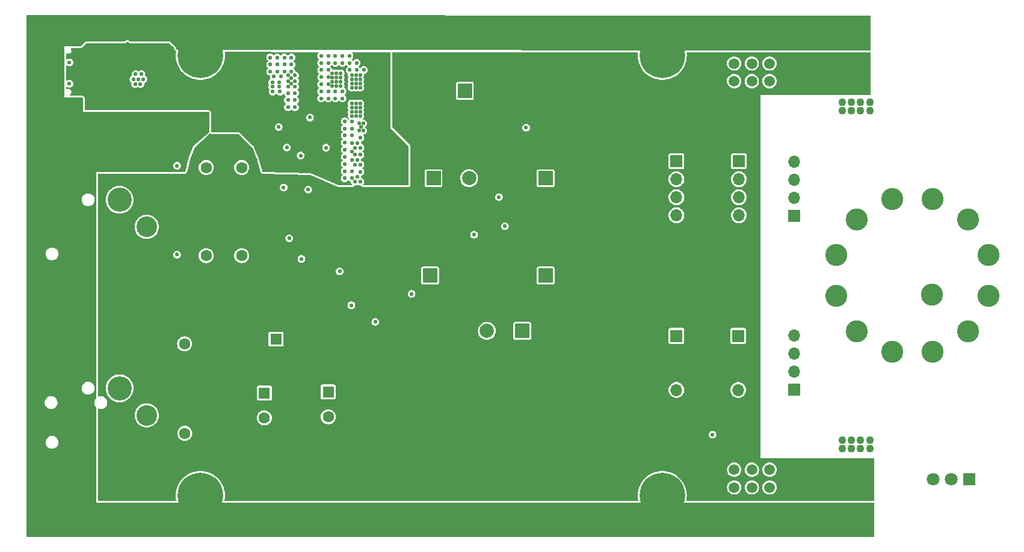
<source format=gbr>
%TF.GenerationSoftware,KiCad,Pcbnew,8.0.1*%
%TF.CreationDate,2024-11-27T15:43:16-06:00*%
%TF.ProjectId,XAmplifier,58416d70-6c69-4666-9965-722e6b696361,rev?*%
%TF.SameCoordinates,Original*%
%TF.FileFunction,Copper,L2,Inr*%
%TF.FilePolarity,Positive*%
%FSLAX46Y46*%
G04 Gerber Fmt 4.6, Leading zero omitted, Abs format (unit mm)*
G04 Created by KiCad (PCBNEW 8.0.1) date 2024-11-27 15:43:16*
%MOMM*%
%LPD*%
G01*
G04 APERTURE LIST*
%TA.AperFunction,ComponentPad*%
%ADD10C,2.000000*%
%TD*%
%TA.AperFunction,ComponentPad*%
%ADD11R,2.000000X2.000000*%
%TD*%
%TA.AperFunction,ComponentPad*%
%ADD12C,1.600000*%
%TD*%
%TA.AperFunction,ComponentPad*%
%ADD13R,1.600000X1.600000*%
%TD*%
%TA.AperFunction,ComponentPad*%
%ADD14C,1.498600*%
%TD*%
%TA.AperFunction,ComponentPad*%
%ADD15C,6.400000*%
%TD*%
%TA.AperFunction,ComponentPad*%
%ADD16C,1.800000*%
%TD*%
%TA.AperFunction,ComponentPad*%
%ADD17R,1.800000X1.800000*%
%TD*%
%TA.AperFunction,ComponentPad*%
%ADD18C,3.098800*%
%TD*%
%TA.AperFunction,ComponentPad*%
%ADD19O,1.800000X1.000000*%
%TD*%
%TA.AperFunction,ComponentPad*%
%ADD20O,2.100000X1.000000*%
%TD*%
%TA.AperFunction,ComponentPad*%
%ADD21C,2.900000*%
%TD*%
%TA.AperFunction,ComponentPad*%
%ADD22C,3.400000*%
%TD*%
%TA.AperFunction,HeatsinkPad*%
%ADD23C,0.500000*%
%TD*%
%TA.AperFunction,ComponentPad*%
%ADD24R,1.700000X1.700000*%
%TD*%
%TA.AperFunction,ComponentPad*%
%ADD25O,1.700000X1.700000*%
%TD*%
%TA.AperFunction,ViaPad*%
%ADD26C,0.564200*%
%TD*%
%TA.AperFunction,ViaPad*%
%ADD27C,1.100000*%
%TD*%
G04 APERTURE END LIST*
D10*
%TO.N,Net-(D413-A)*%
%TO.C,C412*%
X140000000Y-108000000D03*
D11*
%TO.N,/Amplifier/RG1*%
X145000000Y-108000000D03*
%TD*%
%TO.N,/Phantom Power Management/+48V_FLT*%
%TO.C,C401*%
X132502323Y-86500000D03*
D10*
%TO.N,/Phantom Power Management/+48V_FLT_N*%
X137502323Y-86500000D03*
%TD*%
%TO.N,GND*%
%TO.C,C403*%
X131897677Y-74190000D03*
D11*
%TO.N,/Phantom Power Management/+48V_PH_SW*%
X136897677Y-74190000D03*
%TD*%
%TO.N,/Phantom Power Management/+35V_AMP_G*%
%TO.C,C406*%
X148252323Y-100210000D03*
D10*
%TO.N,GND*%
X153252323Y-100210000D03*
%TD*%
D12*
%TO.N,/Amplifier/AMP_OUT_FLT-*%
%TO.C,C414*%
X108680000Y-120250000D03*
D13*
%TO.N,/Amplifier/AMP_OUT-*%
X108680000Y-116750000D03*
%TD*%
D14*
%TO.N,/Input Gating/+48V_PH*%
%TO.C,SW400*%
X174802509Y-127548923D03*
%TO.N,/Phantom Power Management/+48V_PH_SW*%
X177291709Y-127548923D03*
%TO.N,Net-(SW400B-A)*%
X179780909Y-127548923D03*
%TO.N,/Phantom Power Management/+48V_PH_SW_R*%
X174802509Y-130038123D03*
%TO.N,/Phantom Power Management/+48V_PH_R*%
X177291709Y-130038123D03*
%TO.N,unconnected-(SW400A-A-Pad1)*%
X179780909Y-130038123D03*
%TD*%
D12*
%TO.N,/Hardware & IO Connectors/XLR In+*%
%TO.C,C407*%
X100500000Y-85000000D03*
%TO.N,/Input Gating/In+_R*%
X105500000Y-85000000D03*
%TD*%
D15*
%TO.N,Earth*%
%TO.C,MH402*%
X99680000Y-131200000D03*
%TD*%
%TO.N,Earth*%
%TO.C,MH400*%
X99680000Y-69200000D03*
%TD*%
D16*
%TO.N,/Phantom Power Management/PH_LED_GR_R*%
%TO.C,D404*%
X202800000Y-128860000D03*
%TO.N,/Phantom Power Management/GND_R*%
X205340000Y-128860000D03*
D17*
%TO.N,/Phantom Power Management/PH_LED_RED_R*%
X207880000Y-128860000D03*
%TD*%
D18*
%TO.N,/Amplifier/RG2_R*%
%TO.C,SW403*%
X202605418Y-102909437D03*
%TO.N,Net-(R421-Pad1)*%
X210603878Y-97308737D03*
%TO.N,Net-(R420-Pad1)*%
X207731138Y-92332877D03*
%TO.N,Net-(R419-Pad1)*%
X202755278Y-89460137D03*
%TO.N,Net-(R418-Pad1)*%
X197004718Y-89460137D03*
%TO.N,Net-(R417-Pad1)*%
X192028858Y-92332877D03*
%TO.N,Net-(R416-Pad1)*%
X189156118Y-97308737D03*
%TO.N,Net-(R415-Pad1)*%
X189156118Y-103059297D03*
%TO.N,Net-(R414-Pad1)*%
X192028858Y-108035157D03*
%TO.N,Net-(R413-Pad1)*%
X197004718Y-110907897D03*
%TO.N,Net-(R412-Pad1)*%
X202755278Y-110907897D03*
%TO.N,Net-(R411-Pad1)*%
X207731138Y-108035157D03*
%TO.N,Net-(R411-Pad2)*%
X210603878Y-103059297D03*
%TD*%
D10*
%TO.N,GND*%
%TO.C,C402*%
X153252323Y-86500000D03*
D11*
%TO.N,/Phantom Power Management/+48V_PH_G*%
X148252323Y-86500000D03*
%TD*%
D12*
%TO.N,/Hardware & IO Connectors/XLR In-*%
%TO.C,C408*%
X100500000Y-97400000D03*
%TO.N,/Input Gating/In-_R*%
X105500000Y-97400000D03*
%TD*%
%TO.N,/Amplifier/AMP_OUT_FLT+*%
%TO.C,C413*%
X117680000Y-120097349D03*
D13*
%TO.N,/Amplifier/AMP_OUT+*%
X117680000Y-116597349D03*
%TD*%
D12*
%TO.N,/Amplifier/Line Out+*%
%TO.C,C416*%
X97460000Y-109830000D03*
%TO.N,GND*%
X102460000Y-109830000D03*
%TD*%
D19*
%TO.N,Earth*%
%TO.C,J409*%
X77435000Y-75770000D03*
D20*
X81635000Y-75770000D03*
D19*
X77435000Y-67130000D03*
D20*
X81635000Y-67130000D03*
%TD*%
D14*
%TO.N,unconnected-(SW404A-A-Pad1)*%
%TO.C,SW404*%
X179768785Y-72839200D03*
%TO.N,GND1*%
X177279585Y-72839200D03*
%TO.N,/Hardware & IO Connectors/USB_CC_SW*%
X174790385Y-72839200D03*
%TO.N,/Hardware & IO Connectors/USB_PWR*%
X179768785Y-70350000D03*
%TO.N,/Hardware & IO Connectors/USB_SW*%
X177279585Y-70350000D03*
%TO.N,GND1*%
X174790385Y-70350000D03*
%TD*%
D15*
%TO.N,Earth*%
%TO.C,MH401*%
X164680000Y-69200000D03*
%TD*%
D21*
%TO.N,Earth*%
%TO.C,J406*%
X81960000Y-128140000D03*
%TO.N,/Amplifier/Line Out-*%
X92130000Y-119890000D03*
D22*
%TO.N,/Amplifier/Line Out+*%
X88315000Y-116080000D03*
%TO.N,GND*%
X87680000Y-123700000D03*
%TD*%
D15*
%TO.N,Earth*%
%TO.C,MH403*%
X164680000Y-131200000D03*
%TD*%
D12*
%TO.N,/Amplifier/Line Out-*%
%TO.C,C415*%
X97485000Y-122430000D03*
%TO.N,GND*%
X102485000Y-122430000D03*
%TD*%
D23*
%TO.N,GND1*%
%TO.C,U401*%
X114481101Y-79512999D03*
X113481101Y-79512999D03*
X112481101Y-79512999D03*
X114481101Y-80512999D03*
X113481101Y-80512999D03*
X112481101Y-80512999D03*
%TD*%
D21*
%TO.N,Earth*%
%TO.C,J407*%
X81960000Y-101600000D03*
%TO.N,/Hardware & IO Connectors/XLR In-*%
X92130000Y-93350000D03*
D22*
%TO.N,/Hardware & IO Connectors/XLR In+*%
X88315000Y-89540000D03*
%TO.N,GND*%
X87680000Y-97160000D03*
%TD*%
D11*
%TO.N,/Amplifier/+35V_AMP*%
%TO.C,C404*%
X132000000Y-100210000D03*
D10*
%TO.N,GND*%
X137000000Y-100210000D03*
%TD*%
D12*
%TO.N,GND*%
%TO.C,C417*%
X106832651Y-109160000D03*
D13*
%TO.N,/Amplifier/AMP_OUT-*%
X110332651Y-109160000D03*
%TD*%
D24*
%TO.N,/Amplifier/RG2*%
%TO.C,J405*%
X175477804Y-84101463D03*
D25*
X175477804Y-86641463D03*
%TO.N,/Amplifier/RG1*%
X175477804Y-89181463D03*
X175477804Y-91721463D03*
%TD*%
%TO.N,/Amplifier/RG1*%
%TO.C,J403*%
X166680000Y-91720000D03*
X166680000Y-89180000D03*
%TO.N,/Amplifier/RG2*%
X166680000Y-86640000D03*
D24*
X166680000Y-84100000D03*
%TD*%
%TO.N,/Phantom Power Management/PH_LED_GR*%
%TO.C,J401*%
X175380000Y-108700000D03*
D25*
%TO.N,GND*%
X175380000Y-111240000D03*
X175380000Y-113780000D03*
%TO.N,/Phantom Power Management/PH_LED_RED*%
X175380000Y-116320000D03*
%TD*%
D24*
%TO.N,/Phantom Power Management/PH_LED_GR*%
%TO.C,J400*%
X166680000Y-108700000D03*
D25*
%TO.N,GND*%
X166680000Y-111240000D03*
X166680000Y-113780000D03*
%TO.N,/Phantom Power Management/PH_LED_RED*%
X166680000Y-116320000D03*
%TD*%
%TO.N,/Amplifier/RG2_R*%
%TO.C,J404*%
X183280000Y-108680000D03*
X183280000Y-111220000D03*
%TO.N,/Amplifier/RG1_R*%
X183280000Y-113760000D03*
D24*
X183280000Y-116300000D03*
%TD*%
D25*
%TO.N,/Phantom Power Management/PH_LED_RED_R*%
%TO.C,J402*%
X183278435Y-84220112D03*
%TO.N,/Phantom Power Management/GND_R*%
X183278435Y-86760112D03*
X183278435Y-89300112D03*
D24*
%TO.N,/Phantom Power Management/PH_LED_GR_R*%
X183278435Y-91840112D03*
%TD*%
D26*
%TO.N,/48V Regulator/+48V_SW*%
X119680000Y-75268000D03*
X118680000Y-75268000D03*
X119680000Y-74268000D03*
X118680000Y-74268000D03*
X117680000Y-71268000D03*
X117680000Y-72268000D03*
X117680000Y-73268000D03*
X117680000Y-74268000D03*
X117680000Y-75268000D03*
X116680000Y-75268000D03*
X116680000Y-74268000D03*
X116680000Y-73268000D03*
X116680000Y-72268000D03*
X116680000Y-71268000D03*
X119680000Y-70268000D03*
X118680000Y-70268000D03*
X117680000Y-70268000D03*
X116680000Y-70268000D03*
X116680000Y-69268000D03*
X117680000Y-69268000D03*
X118680000Y-69268000D03*
X119680000Y-69268000D03*
X120680000Y-69268000D03*
X120680000Y-70268000D03*
X121680000Y-70268000D03*
X121680000Y-71268000D03*
X120680000Y-71268000D03*
X122680000Y-71268000D03*
X119430000Y-71718000D03*
X119430000Y-72918000D03*
X118230000Y-72318000D03*
X118830000Y-72318000D03*
X118230000Y-71718000D03*
X118230000Y-72918000D03*
X118830000Y-71718000D03*
X118830000Y-72918000D03*
X118230000Y-73518000D03*
X118830000Y-73518000D03*
X119430000Y-72318000D03*
X119430000Y-73518000D03*
X122180000Y-71968000D03*
X122180000Y-73168000D03*
X120980000Y-72568000D03*
X121580000Y-72568000D03*
X120980000Y-71968000D03*
X120980000Y-73168000D03*
X121580000Y-71968000D03*
X121580000Y-73168000D03*
X120980000Y-73768000D03*
X121580000Y-73768000D03*
X122180000Y-72568000D03*
X122180000Y-73768000D03*
%TO.N,+48V*%
X122180000Y-75968000D03*
X122180000Y-77168000D03*
X120980000Y-76568000D03*
X121580000Y-76568000D03*
X120980000Y-75968000D03*
X120980000Y-77168000D03*
X121580000Y-75968000D03*
X121580000Y-77168000D03*
X120980000Y-77768000D03*
X121580000Y-77768000D03*
X122180000Y-76568000D03*
X122180000Y-77768000D03*
%TO.N,GND1*%
X109880000Y-75950000D03*
X110870000Y-75270000D03*
X109860000Y-75274274D03*
%TO.N,+5V_USB*%
X110500000Y-71500000D03*
X109500000Y-71500000D03*
X111500000Y-71500000D03*
X111000000Y-72200000D03*
X110000000Y-72200000D03*
%TO.N,GND1*%
X112200000Y-94950000D03*
%TO.N,/Hardware & IO Connectors/USB_CC_R*%
X111400000Y-87800000D03*
%TO.N,GND1*%
X119150000Y-82800000D03*
X115680000Y-74268000D03*
%TO.N,/48V Regulator/+48V_SNS*%
X115100000Y-77950000D03*
%TO.N,/48V Regulator/+48V_G_R*%
X117368500Y-82206500D03*
D27*
%TO.N,*%
X193880000Y-76984000D03*
X192580000Y-123384000D03*
X189980000Y-123384000D03*
X191280000Y-123384000D03*
X191280000Y-124584000D03*
X193880000Y-75784000D03*
X192580000Y-75784000D03*
X189980000Y-124584000D03*
X192580000Y-124584000D03*
X192580000Y-76984000D03*
X193880000Y-124584000D03*
X189980000Y-76984000D03*
X189980000Y-75784000D03*
X191280000Y-75784000D03*
X191280000Y-76984000D03*
X193880000Y-123384000D03*
D26*
%TO.N,GND*%
X107550000Y-101700000D03*
X145988293Y-130250051D03*
X147145636Y-69603099D03*
X143841974Y-70318078D03*
X112614167Y-106867295D03*
X143167826Y-130674749D03*
X127871604Y-72680000D03*
X127528775Y-76636408D03*
X147119117Y-130255168D03*
X128250251Y-73319606D03*
X145988293Y-131017578D03*
X143817666Y-131032929D03*
X101092314Y-90894703D03*
X103870624Y-106316043D03*
X142501359Y-69591485D03*
X117564006Y-88801930D03*
X128296302Y-75500467D03*
X153130000Y-93240000D03*
X143176783Y-69959899D03*
X146014812Y-70365509D03*
X126895000Y-95275000D03*
X124200000Y-97275000D03*
X142491126Y-70302727D03*
X144858404Y-69618449D03*
X133687274Y-93073473D03*
X127513424Y-71989226D03*
X128240017Y-71989226D03*
X128291185Y-76631291D03*
X127539008Y-74338942D03*
X116350000Y-104550000D03*
X127513424Y-73329840D03*
X142477052Y-130306336D03*
X144826768Y-131007345D03*
X127528775Y-75500467D03*
X143807432Y-130296102D03*
X103800000Y-125800000D03*
X142477052Y-131032929D03*
X144831885Y-130270518D03*
X144853287Y-70355276D03*
X128275835Y-74344059D03*
X147150753Y-70365509D03*
X118379836Y-100645918D03*
X147124234Y-131017578D03*
X143831740Y-69591485D03*
X129886646Y-90401865D03*
X146014812Y-69597982D03*
%TO.N,+48V*%
X122600000Y-78800000D03*
X120000000Y-86500000D03*
X122200000Y-83200000D03*
X120972754Y-81519274D03*
X121400000Y-82200000D03*
X121000000Y-79500000D03*
X122200000Y-80800000D03*
X120000000Y-80500000D03*
X121795326Y-86272964D03*
X120972754Y-82744274D03*
X122600000Y-79800000D03*
X121790209Y-81519411D03*
X121400000Y-87000000D03*
X121000000Y-78500000D03*
X120000000Y-79500000D03*
X120000000Y-81500000D03*
X120000000Y-82500000D03*
X121000000Y-86500000D03*
X120972754Y-83894274D03*
X121400000Y-83200000D03*
X120000000Y-78500000D03*
X122200000Y-87000000D03*
X122200000Y-85600000D03*
X122307010Y-79308932D03*
X122000000Y-78800000D03*
X121779975Y-83939681D03*
X122000000Y-79800000D03*
X121000000Y-80500000D03*
X120000000Y-83500000D03*
X120000000Y-84500000D03*
X120000000Y-85500000D03*
X121400000Y-84600000D03*
X122200000Y-84600000D03*
X121000000Y-85500000D03*
X122200000Y-82200000D03*
%TO.N,/Phantom Power Management/+35V_AMP_G*%
X141690000Y-89160000D03*
X142542500Y-93250000D03*
%TO.N,/Phantom Power Management/+48V_PH_SW*%
X145517500Y-79382500D03*
X114850000Y-88100000D03*
%TO.N,+5V_USB*%
X109800000Y-73000000D03*
X90562371Y-71849283D03*
X112500000Y-69500000D03*
X90943271Y-72569298D03*
X109800000Y-73600000D03*
X90255000Y-72545000D03*
X112475060Y-72394076D03*
X112500000Y-70500000D03*
X113000000Y-72000000D03*
X110500000Y-69500000D03*
X112000000Y-73600000D03*
X113000000Y-76500000D03*
X110500000Y-70500000D03*
X112000000Y-74500000D03*
X112000000Y-72000000D03*
X112493695Y-73186075D03*
X109500000Y-69500000D03*
X111500000Y-69500000D03*
X111500000Y-70500000D03*
X113000000Y-72800000D03*
X109860000Y-74314274D03*
X91250000Y-73250000D03*
X110883460Y-74315084D03*
X91388534Y-71836860D03*
X91647250Y-72569677D03*
X110800000Y-73000000D03*
X113000000Y-74500000D03*
X112000000Y-76500000D03*
X112500000Y-71500000D03*
X113000000Y-73600000D03*
X110800000Y-73600000D03*
X112000000Y-72800000D03*
X109500000Y-70500000D03*
X112000000Y-75500000D03*
X113000000Y-75500000D03*
X90500000Y-73250000D03*
%TO.N,/48V Regulator/+48V_VCC*%
X110697754Y-79284274D03*
%TO.N,/48V Regulator/+48V_ITH*%
X111856101Y-82162999D03*
%TO.N,/Input Gating/+48V_PH*%
X96400000Y-84737500D03*
X113900000Y-97870000D03*
X96400000Y-97262500D03*
X171750000Y-122600000D03*
%TO.N,/Amplifier/+35V_AMP*%
X119289688Y-99600000D03*
X120930000Y-104400000D03*
%TO.N,/Amplifier/RG2*%
X129400000Y-102800000D03*
X138200000Y-94450000D03*
X124295000Y-106725000D03*
%TO.N,/Hardware & IO Connectors/USB_CC1*%
X81250000Y-70200000D03*
%TO.N,/Hardware & IO Connectors/USB_CC2*%
X81250000Y-73200000D03*
%TO.N,/48V Regulator/+48V_SS*%
X113800000Y-83300000D03*
%TO.N,GND1*%
X94098993Y-76116576D03*
X124365067Y-82203985D03*
X126500000Y-85000000D03*
X83250000Y-68250000D03*
X98741058Y-75338815D03*
X125323413Y-71999459D03*
X109500000Y-76500000D03*
X124365067Y-86967772D03*
X111000000Y-76500000D03*
X126500000Y-87000000D03*
X125127478Y-86962655D03*
X94098993Y-75389983D03*
X125323413Y-73329840D03*
X126500000Y-82000000D03*
X124292348Y-79303815D03*
X128500000Y-87000000D03*
X110250000Y-76500000D03*
X124954999Y-72674883D03*
X124769298Y-81513211D03*
X127500000Y-83000000D03*
X124576353Y-76626174D03*
X124753948Y-83902779D03*
X98746175Y-76101225D03*
X124375301Y-84588437D03*
X112200000Y-84600000D03*
X95429373Y-75379749D03*
X124596820Y-73340074D03*
X125132595Y-83206888D03*
X95439607Y-76116576D03*
X128500000Y-83000000D03*
X128500000Y-84000000D03*
X96448709Y-76090992D03*
X128500000Y-85000000D03*
X96453826Y-75354165D03*
X126500000Y-81000000D03*
X124375301Y-83196654D03*
X126500000Y-86000000D03*
X128500000Y-86000000D03*
X124000000Y-78800000D03*
X95695000Y-68195000D03*
X124370184Y-80822436D03*
X114103965Y-81096283D03*
X124000000Y-79800000D03*
X124738597Y-86282114D03*
X125323413Y-74333825D03*
X125122361Y-84588437D03*
X97610234Y-76101225D03*
X124612171Y-71989226D03*
X127500000Y-86000000D03*
X124576353Y-75490233D03*
X115600000Y-84200000D03*
X94789767Y-75758396D03*
X83248892Y-74631436D03*
X97610234Y-75333698D03*
X125425000Y-79000000D03*
X124370184Y-85570872D03*
X127500000Y-81000000D03*
X125343880Y-75490233D03*
X124586586Y-74328708D03*
X89400000Y-67600000D03*
X125500000Y-80000000D03*
X127500000Y-84000000D03*
X126500000Y-84000000D03*
X126500000Y-83000000D03*
X124600000Y-79800000D03*
X127500000Y-85000000D03*
X125122361Y-85565755D03*
X115100000Y-83050000D03*
X127500000Y-82000000D03*
X111400000Y-84600000D03*
X124600000Y-78800000D03*
X125338763Y-76621057D03*
X127500000Y-87000000D03*
X125132595Y-80827553D03*
X125127478Y-82214219D03*
X110682402Y-80972978D03*
%TO.N,Earth*%
X147114000Y-133970000D03*
X94784650Y-78675001D03*
X97600000Y-79053647D03*
X75973338Y-113319234D03*
X143821506Y-66664647D03*
X146025046Y-67413087D03*
X98730824Y-78291237D03*
X96443592Y-78306587D03*
X96438475Y-79043414D03*
X95449841Y-79033180D03*
X98735941Y-79053647D03*
X142491126Y-66674881D03*
X146025046Y-66645560D03*
X94109226Y-78306587D03*
X147155870Y-66650677D03*
X143162709Y-133591354D03*
X143827900Y-133949533D03*
X95439607Y-78306587D03*
X147108883Y-133207590D03*
X145978059Y-133970000D03*
X143181900Y-67043294D03*
X144863521Y-67402854D03*
X94098993Y-79017829D03*
X144868638Y-66666027D03*
X142487285Y-133222940D03*
X144821651Y-133222940D03*
X142491126Y-67401474D03*
X142477052Y-133934182D03*
X145978059Y-133202473D03*
X144816534Y-133959767D03*
X97600000Y-78286120D03*
X147160987Y-67413087D03*
X143817666Y-133222940D03*
X143831740Y-67401474D03*
%TD*%
%TA.AperFunction,Conductor*%
%TO.N,GND*%
G36*
X161177993Y-68766391D02*
G01*
X161222175Y-68784723D01*
X161240454Y-68828929D01*
X161240362Y-68832274D01*
X161220426Y-69199993D01*
X161220426Y-69200005D01*
X161240705Y-69574041D01*
X161240705Y-69574043D01*
X161301308Y-69943705D01*
X161401524Y-70304649D01*
X161401525Y-70304650D01*
X161540179Y-70652644D01*
X161540183Y-70652652D01*
X161715641Y-70983600D01*
X161925856Y-71293644D01*
X162076900Y-71471467D01*
X162168365Y-71579147D01*
X162440319Y-71836756D01*
X162738532Y-72063451D01*
X163059506Y-72256575D01*
X163059513Y-72256578D01*
X163059516Y-72256580D01*
X163059526Y-72256585D01*
X163399471Y-72413860D01*
X163399480Y-72413864D01*
X163399483Y-72413865D01*
X163399495Y-72413870D01*
X163702765Y-72516053D01*
X163754466Y-72533473D01*
X164120303Y-72613999D01*
X164492702Y-72654500D01*
X164492706Y-72654500D01*
X164867294Y-72654500D01*
X164867298Y-72654500D01*
X165239697Y-72613999D01*
X165605534Y-72533473D01*
X165721027Y-72494558D01*
X165960504Y-72413870D01*
X165960511Y-72413866D01*
X165960520Y-72413864D01*
X166134712Y-72333273D01*
X166300473Y-72256585D01*
X166300483Y-72256580D01*
X166300482Y-72256580D01*
X166300494Y-72256575D01*
X166621468Y-72063451D01*
X166919681Y-71836756D01*
X167191635Y-71579147D01*
X167434143Y-71293645D01*
X167644361Y-70983597D01*
X167819824Y-70652637D01*
X167940406Y-70350000D01*
X173781728Y-70350000D01*
X173801108Y-70546775D01*
X173801109Y-70546780D01*
X173833222Y-70652644D01*
X173858507Y-70735996D01*
X173901280Y-70816019D01*
X173951713Y-70910374D01*
X173951717Y-70910380D01*
X174077157Y-71063228D01*
X174230005Y-71188668D01*
X174230007Y-71188669D01*
X174230010Y-71188671D01*
X174268974Y-71209497D01*
X174404389Y-71281878D01*
X174593606Y-71339276D01*
X174790385Y-71358657D01*
X174987164Y-71339276D01*
X175176381Y-71281878D01*
X175350765Y-71188668D01*
X175503613Y-71063228D01*
X175629053Y-70910380D01*
X175722263Y-70735996D01*
X175779661Y-70546779D01*
X175799042Y-70350000D01*
X176270928Y-70350000D01*
X176290308Y-70546775D01*
X176290309Y-70546780D01*
X176322422Y-70652644D01*
X176347707Y-70735996D01*
X176390480Y-70816019D01*
X176440913Y-70910374D01*
X176440917Y-70910380D01*
X176566357Y-71063228D01*
X176719205Y-71188668D01*
X176719207Y-71188669D01*
X176719210Y-71188671D01*
X176758174Y-71209497D01*
X176893589Y-71281878D01*
X177082806Y-71339276D01*
X177279585Y-71358657D01*
X177476364Y-71339276D01*
X177665581Y-71281878D01*
X177839965Y-71188668D01*
X177992813Y-71063228D01*
X178118253Y-70910380D01*
X178211463Y-70735996D01*
X178268861Y-70546779D01*
X178288242Y-70350000D01*
X178760128Y-70350000D01*
X178779508Y-70546775D01*
X178779509Y-70546780D01*
X178811622Y-70652644D01*
X178836907Y-70735996D01*
X178879680Y-70816019D01*
X178930113Y-70910374D01*
X178930117Y-70910380D01*
X179055557Y-71063228D01*
X179208405Y-71188668D01*
X179208407Y-71188669D01*
X179208410Y-71188671D01*
X179247374Y-71209497D01*
X179382789Y-71281878D01*
X179572006Y-71339276D01*
X179768785Y-71358657D01*
X179965564Y-71339276D01*
X180154781Y-71281878D01*
X180329165Y-71188668D01*
X180482013Y-71063228D01*
X180607453Y-70910380D01*
X180700663Y-70735996D01*
X180758061Y-70546779D01*
X180777442Y-70350000D01*
X180758061Y-70153221D01*
X180700663Y-69964004D01*
X180607453Y-69789620D01*
X180482013Y-69636772D01*
X180329165Y-69511332D01*
X180329159Y-69511328D01*
X180234804Y-69460895D01*
X180154781Y-69418122D01*
X180154778Y-69418121D01*
X180154776Y-69418120D01*
X179965565Y-69360724D01*
X179965560Y-69360723D01*
X179768785Y-69341343D01*
X179572009Y-69360723D01*
X179572004Y-69360724D01*
X179382793Y-69418120D01*
X179208410Y-69511328D01*
X179208404Y-69511332D01*
X179055557Y-69636772D01*
X178930117Y-69789619D01*
X178930113Y-69789625D01*
X178836905Y-69964008D01*
X178779509Y-70153219D01*
X178779508Y-70153224D01*
X178760128Y-70349999D01*
X178760128Y-70350000D01*
X178288242Y-70350000D01*
X178268861Y-70153221D01*
X178211463Y-69964004D01*
X178118253Y-69789620D01*
X177992813Y-69636772D01*
X177839965Y-69511332D01*
X177839959Y-69511328D01*
X177745604Y-69460895D01*
X177665581Y-69418122D01*
X177665578Y-69418121D01*
X177665576Y-69418120D01*
X177476365Y-69360724D01*
X177476360Y-69360723D01*
X177279585Y-69341343D01*
X177082809Y-69360723D01*
X177082804Y-69360724D01*
X176893593Y-69418120D01*
X176719210Y-69511328D01*
X176719204Y-69511332D01*
X176566357Y-69636772D01*
X176440917Y-69789619D01*
X176440913Y-69789625D01*
X176347705Y-69964008D01*
X176290309Y-70153219D01*
X176290308Y-70153224D01*
X176270928Y-70349999D01*
X176270928Y-70350000D01*
X175799042Y-70350000D01*
X175779661Y-70153221D01*
X175722263Y-69964004D01*
X175629053Y-69789620D01*
X175503613Y-69636772D01*
X175350765Y-69511332D01*
X175350759Y-69511328D01*
X175256404Y-69460895D01*
X175176381Y-69418122D01*
X175176378Y-69418121D01*
X175176376Y-69418120D01*
X174987165Y-69360724D01*
X174987160Y-69360723D01*
X174790385Y-69341343D01*
X174593609Y-69360723D01*
X174593604Y-69360724D01*
X174404393Y-69418120D01*
X174230010Y-69511328D01*
X174230004Y-69511332D01*
X174077157Y-69636772D01*
X173951717Y-69789619D01*
X173951713Y-69789625D01*
X173858505Y-69964008D01*
X173801109Y-70153219D01*
X173801108Y-70153224D01*
X173781728Y-70349999D01*
X173781728Y-70350000D01*
X167940406Y-70350000D01*
X167958476Y-70304647D01*
X168058691Y-69943706D01*
X168119294Y-69574046D01*
X168139574Y-69200000D01*
X168119865Y-68836485D01*
X168135751Y-68791365D01*
X168178889Y-68770694D01*
X168182298Y-68770602D01*
X193937443Y-68786085D01*
X193937462Y-68786085D01*
X193937595Y-68786085D01*
X193981789Y-68804391D01*
X194000094Y-68848584D01*
X194000015Y-73847857D01*
X194000001Y-74737501D01*
X193981694Y-74781695D01*
X193937501Y-74800000D01*
X178500000Y-74800000D01*
X178500000Y-125900000D01*
X194437589Y-125900000D01*
X194481783Y-125918306D01*
X194500089Y-125962411D01*
X194508514Y-131846020D01*
X194490271Y-131890240D01*
X194446103Y-131908609D01*
X194446042Y-131908609D01*
X168136155Y-131920186D01*
X168091952Y-131901900D01*
X168073627Y-131857714D01*
X168074449Y-131847582D01*
X168119294Y-131574046D01*
X168139574Y-131200000D01*
X168119294Y-130825954D01*
X168058691Y-130456294D01*
X167958476Y-130095353D01*
X167935673Y-130038123D01*
X173793852Y-130038123D01*
X173813232Y-130234898D01*
X173813233Y-130234902D01*
X173870631Y-130424119D01*
X173887829Y-130456294D01*
X173963837Y-130598497D01*
X173963841Y-130598503D01*
X174089281Y-130751351D01*
X174242129Y-130876791D01*
X174242131Y-130876792D01*
X174242134Y-130876794D01*
X174281098Y-130897620D01*
X174416513Y-130970001D01*
X174605730Y-131027399D01*
X174802509Y-131046780D01*
X174999288Y-131027399D01*
X175188505Y-130970001D01*
X175362889Y-130876791D01*
X175515737Y-130751351D01*
X175641177Y-130598503D01*
X175734387Y-130424119D01*
X175791785Y-130234902D01*
X175811166Y-130038123D01*
X176283052Y-130038123D01*
X176302432Y-130234898D01*
X176302433Y-130234902D01*
X176359831Y-130424119D01*
X176377029Y-130456294D01*
X176453037Y-130598497D01*
X176453041Y-130598503D01*
X176578481Y-130751351D01*
X176731329Y-130876791D01*
X176731331Y-130876792D01*
X176731334Y-130876794D01*
X176770298Y-130897620D01*
X176905713Y-130970001D01*
X177094930Y-131027399D01*
X177291709Y-131046780D01*
X177488488Y-131027399D01*
X177677705Y-130970001D01*
X177852089Y-130876791D01*
X178004937Y-130751351D01*
X178130377Y-130598503D01*
X178223587Y-130424119D01*
X178280985Y-130234902D01*
X178300366Y-130038123D01*
X178772252Y-130038123D01*
X178791632Y-130234898D01*
X178791633Y-130234902D01*
X178849031Y-130424119D01*
X178866229Y-130456294D01*
X178942237Y-130598497D01*
X178942241Y-130598503D01*
X179067681Y-130751351D01*
X179220529Y-130876791D01*
X179220531Y-130876792D01*
X179220534Y-130876794D01*
X179259498Y-130897620D01*
X179394913Y-130970001D01*
X179584130Y-131027399D01*
X179780909Y-131046780D01*
X179977688Y-131027399D01*
X180166905Y-130970001D01*
X180341289Y-130876791D01*
X180494137Y-130751351D01*
X180619577Y-130598503D01*
X180712787Y-130424119D01*
X180770185Y-130234902D01*
X180789566Y-130038123D01*
X180770185Y-129841344D01*
X180712787Y-129652127D01*
X180619577Y-129477743D01*
X180494137Y-129324895D01*
X180341289Y-129199455D01*
X180341283Y-129199451D01*
X180246928Y-129149018D01*
X180166905Y-129106245D01*
X180166902Y-129106244D01*
X180166900Y-129106243D01*
X179977689Y-129048847D01*
X179977684Y-129048846D01*
X179780909Y-129029466D01*
X179584133Y-129048846D01*
X179584128Y-129048847D01*
X179394917Y-129106243D01*
X179220534Y-129199451D01*
X179220528Y-129199455D01*
X179067681Y-129324895D01*
X178942241Y-129477742D01*
X178942237Y-129477748D01*
X178849029Y-129652131D01*
X178791633Y-129841342D01*
X178791632Y-129841347D01*
X178772252Y-130038122D01*
X178772252Y-130038123D01*
X178300366Y-130038123D01*
X178280985Y-129841344D01*
X178223587Y-129652127D01*
X178130377Y-129477743D01*
X178004937Y-129324895D01*
X177852089Y-129199455D01*
X177852083Y-129199451D01*
X177757728Y-129149018D01*
X177677705Y-129106245D01*
X177677702Y-129106244D01*
X177677700Y-129106243D01*
X177488489Y-129048847D01*
X177488484Y-129048846D01*
X177291709Y-129029466D01*
X177094933Y-129048846D01*
X177094928Y-129048847D01*
X176905717Y-129106243D01*
X176731334Y-129199451D01*
X176731328Y-129199455D01*
X176578481Y-129324895D01*
X176453041Y-129477742D01*
X176453037Y-129477748D01*
X176359829Y-129652131D01*
X176302433Y-129841342D01*
X176302432Y-129841347D01*
X176283052Y-130038122D01*
X176283052Y-130038123D01*
X175811166Y-130038123D01*
X175791785Y-129841344D01*
X175734387Y-129652127D01*
X175641177Y-129477743D01*
X175515737Y-129324895D01*
X175362889Y-129199455D01*
X175362883Y-129199451D01*
X175268528Y-129149018D01*
X175188505Y-129106245D01*
X175188502Y-129106244D01*
X175188500Y-129106243D01*
X174999289Y-129048847D01*
X174999284Y-129048846D01*
X174802509Y-129029466D01*
X174605733Y-129048846D01*
X174605728Y-129048847D01*
X174416517Y-129106243D01*
X174242134Y-129199451D01*
X174242128Y-129199455D01*
X174089281Y-129324895D01*
X173963841Y-129477742D01*
X173963837Y-129477748D01*
X173870629Y-129652131D01*
X173813233Y-129841342D01*
X173813232Y-129841347D01*
X173793852Y-130038122D01*
X173793852Y-130038123D01*
X167935673Y-130038123D01*
X167819824Y-129747363D01*
X167769335Y-129652131D01*
X167757641Y-129630073D01*
X167644361Y-129416403D01*
X167434143Y-129106355D01*
X167191635Y-128820853D01*
X166919681Y-128563244D01*
X166621468Y-128336549D01*
X166300494Y-128143425D01*
X166300489Y-128143422D01*
X166300483Y-128143419D01*
X166300473Y-128143414D01*
X165960528Y-127986139D01*
X165960504Y-127986129D01*
X165605545Y-127866530D01*
X165605534Y-127866527D01*
X165239695Y-127786000D01*
X164867301Y-127745500D01*
X164867298Y-127745500D01*
X164492702Y-127745500D01*
X164492698Y-127745500D01*
X164120304Y-127786000D01*
X163754465Y-127866527D01*
X163754454Y-127866530D01*
X163399495Y-127986129D01*
X163399471Y-127986139D01*
X163059526Y-128143414D01*
X163059516Y-128143419D01*
X162738536Y-128336546D01*
X162440318Y-128563244D01*
X162168368Y-128820850D01*
X162168357Y-128820861D01*
X161925856Y-129106355D01*
X161715641Y-129416399D01*
X161540183Y-129747347D01*
X161540179Y-129747355D01*
X161401525Y-130095349D01*
X161401524Y-130095350D01*
X161301308Y-130456294D01*
X161240705Y-130825956D01*
X161240705Y-130825958D01*
X161220426Y-131199994D01*
X161220426Y-131200005D01*
X161240705Y-131574041D01*
X161240705Y-131574043D01*
X161286047Y-131850617D01*
X161275132Y-131897190D01*
X161234481Y-131922405D01*
X161224398Y-131923228D01*
X103131465Y-131948792D01*
X103087262Y-131930506D01*
X103068937Y-131886320D01*
X103069758Y-131876196D01*
X103119294Y-131574046D01*
X103139574Y-131200000D01*
X103119294Y-130825954D01*
X103058691Y-130456294D01*
X102958476Y-130095353D01*
X102819824Y-129747363D01*
X102769335Y-129652131D01*
X102757641Y-129630073D01*
X102644361Y-129416403D01*
X102434143Y-129106355D01*
X102191635Y-128820853D01*
X101919681Y-128563244D01*
X101621468Y-128336549D01*
X101300494Y-128143425D01*
X101300489Y-128143422D01*
X101300483Y-128143419D01*
X101300473Y-128143414D01*
X100960528Y-127986139D01*
X100960504Y-127986129D01*
X100605545Y-127866530D01*
X100605534Y-127866527D01*
X100239695Y-127786000D01*
X99867301Y-127745500D01*
X99867298Y-127745500D01*
X99492702Y-127745500D01*
X99492698Y-127745500D01*
X99120304Y-127786000D01*
X98754465Y-127866527D01*
X98754454Y-127866530D01*
X98399495Y-127986129D01*
X98399471Y-127986139D01*
X98059526Y-128143414D01*
X98059516Y-128143419D01*
X97738536Y-128336546D01*
X97440318Y-128563244D01*
X97168368Y-128820850D01*
X97168357Y-128820861D01*
X96925856Y-129106355D01*
X96715641Y-129416399D01*
X96540183Y-129747347D01*
X96540179Y-129747355D01*
X96401525Y-130095349D01*
X96401524Y-130095350D01*
X96301308Y-130456294D01*
X96240705Y-130825956D01*
X96240705Y-130825958D01*
X96220426Y-131199994D01*
X96220426Y-131200005D01*
X96240705Y-131574041D01*
X96240705Y-131574043D01*
X96290736Y-131879218D01*
X96279821Y-131925791D01*
X96239170Y-131951006D01*
X96229087Y-131951829D01*
X85322028Y-131956629D01*
X85277825Y-131938343D01*
X85259500Y-131894157D01*
X85259500Y-127548923D01*
X173793852Y-127548923D01*
X173813232Y-127745698D01*
X173813233Y-127745703D01*
X173849885Y-127866530D01*
X173870631Y-127934919D01*
X173898007Y-127986136D01*
X173963837Y-128109297D01*
X173963841Y-128109303D01*
X174089281Y-128262151D01*
X174242129Y-128387591D01*
X174242131Y-128387592D01*
X174242134Y-128387594D01*
X174281098Y-128408420D01*
X174416513Y-128480801D01*
X174605730Y-128538199D01*
X174802509Y-128557580D01*
X174999288Y-128538199D01*
X175188505Y-128480801D01*
X175362889Y-128387591D01*
X175515737Y-128262151D01*
X175641177Y-128109303D01*
X175734387Y-127934919D01*
X175791785Y-127745702D01*
X175811166Y-127548923D01*
X176283052Y-127548923D01*
X176302432Y-127745698D01*
X176302433Y-127745703D01*
X176339085Y-127866530D01*
X176359831Y-127934919D01*
X176387207Y-127986136D01*
X176453037Y-128109297D01*
X176453041Y-128109303D01*
X176578481Y-128262151D01*
X176731329Y-128387591D01*
X176731331Y-128387592D01*
X176731334Y-128387594D01*
X176770298Y-128408420D01*
X176905713Y-128480801D01*
X177094930Y-128538199D01*
X177291709Y-128557580D01*
X177488488Y-128538199D01*
X177677705Y-128480801D01*
X177852089Y-128387591D01*
X178004937Y-128262151D01*
X178130377Y-128109303D01*
X178223587Y-127934919D01*
X178280985Y-127745702D01*
X178300366Y-127548923D01*
X178772252Y-127548923D01*
X178791632Y-127745698D01*
X178791633Y-127745703D01*
X178828285Y-127866530D01*
X178849031Y-127934919D01*
X178876407Y-127986136D01*
X178942237Y-128109297D01*
X178942241Y-128109303D01*
X179067681Y-128262151D01*
X179220529Y-128387591D01*
X179220531Y-128387592D01*
X179220534Y-128387594D01*
X179259498Y-128408420D01*
X179394913Y-128480801D01*
X179584130Y-128538199D01*
X179780909Y-128557580D01*
X179977688Y-128538199D01*
X180166905Y-128480801D01*
X180341289Y-128387591D01*
X180494137Y-128262151D01*
X180619577Y-128109303D01*
X180712787Y-127934919D01*
X180770185Y-127745702D01*
X180789566Y-127548923D01*
X180770185Y-127352144D01*
X180712787Y-127162927D01*
X180619577Y-126988543D01*
X180494137Y-126835695D01*
X180341289Y-126710255D01*
X180341283Y-126710251D01*
X180246928Y-126659818D01*
X180166905Y-126617045D01*
X180166902Y-126617044D01*
X180166900Y-126617043D01*
X179977689Y-126559647D01*
X179977684Y-126559646D01*
X179780909Y-126540266D01*
X179584133Y-126559646D01*
X179584128Y-126559647D01*
X179394917Y-126617043D01*
X179220534Y-126710251D01*
X179220528Y-126710255D01*
X179067681Y-126835695D01*
X178942241Y-126988542D01*
X178942237Y-126988548D01*
X178849029Y-127162931D01*
X178791633Y-127352142D01*
X178791632Y-127352147D01*
X178772252Y-127548922D01*
X178772252Y-127548923D01*
X178300366Y-127548923D01*
X178280985Y-127352144D01*
X178223587Y-127162927D01*
X178130377Y-126988543D01*
X178004937Y-126835695D01*
X177852089Y-126710255D01*
X177852083Y-126710251D01*
X177757728Y-126659818D01*
X177677705Y-126617045D01*
X177677702Y-126617044D01*
X177677700Y-126617043D01*
X177488489Y-126559647D01*
X177488484Y-126559646D01*
X177291709Y-126540266D01*
X177094933Y-126559646D01*
X177094928Y-126559647D01*
X176905717Y-126617043D01*
X176731334Y-126710251D01*
X176731328Y-126710255D01*
X176578481Y-126835695D01*
X176453041Y-126988542D01*
X176453037Y-126988548D01*
X176359829Y-127162931D01*
X176302433Y-127352142D01*
X176302432Y-127352147D01*
X176283052Y-127548922D01*
X176283052Y-127548923D01*
X175811166Y-127548923D01*
X175791785Y-127352144D01*
X175734387Y-127162927D01*
X175641177Y-126988543D01*
X175515737Y-126835695D01*
X175362889Y-126710255D01*
X175362883Y-126710251D01*
X175268528Y-126659818D01*
X175188505Y-126617045D01*
X175188502Y-126617044D01*
X175188500Y-126617043D01*
X174999289Y-126559647D01*
X174999284Y-126559646D01*
X174802509Y-126540266D01*
X174605733Y-126559646D01*
X174605728Y-126559647D01*
X174416517Y-126617043D01*
X174242134Y-126710251D01*
X174242128Y-126710255D01*
X174089281Y-126835695D01*
X173963841Y-126988542D01*
X173963837Y-126988548D01*
X173870629Y-127162931D01*
X173813233Y-127352142D01*
X173813232Y-127352147D01*
X173793852Y-127548922D01*
X173793852Y-127548923D01*
X85259500Y-127548923D01*
X85259500Y-122430000D01*
X96425398Y-122430000D01*
X96445757Y-122636714D01*
X96445757Y-122636715D01*
X96445758Y-122636718D01*
X96506055Y-122835492D01*
X96542274Y-122903253D01*
X96603969Y-123018677D01*
X96603973Y-123018683D01*
X96735748Y-123179252D01*
X96896317Y-123311027D01*
X96896319Y-123311028D01*
X96896322Y-123311030D01*
X96943985Y-123336506D01*
X97079508Y-123408945D01*
X97278282Y-123469242D01*
X97485000Y-123489602D01*
X97691718Y-123469242D01*
X97890492Y-123408945D01*
X98073683Y-123311027D01*
X98234252Y-123179252D01*
X98366027Y-123018683D01*
X98463945Y-122835492D01*
X98524242Y-122636718D01*
X98527858Y-122600001D01*
X171208770Y-122600001D01*
X171227210Y-122740074D01*
X171227213Y-122740084D01*
X171266732Y-122835492D01*
X171281281Y-122870615D01*
X171367293Y-122982707D01*
X171479385Y-123068719D01*
X171609919Y-123122788D01*
X171609923Y-123122788D01*
X171609925Y-123122789D01*
X171749998Y-123141230D01*
X171750000Y-123141230D01*
X171750002Y-123141230D01*
X171890074Y-123122789D01*
X171890074Y-123122788D01*
X171890081Y-123122788D01*
X172020615Y-123068719D01*
X172132707Y-122982707D01*
X172218719Y-122870615D01*
X172272788Y-122740081D01*
X172291230Y-122600000D01*
X172272788Y-122459919D01*
X172218719Y-122329385D01*
X172132707Y-122217293D01*
X172020615Y-122131281D01*
X172020611Y-122131279D01*
X171890084Y-122077213D01*
X171890074Y-122077210D01*
X171750002Y-122058770D01*
X171749998Y-122058770D01*
X171609925Y-122077210D01*
X171609915Y-122077213D01*
X171479388Y-122131279D01*
X171367293Y-122217293D01*
X171281279Y-122329388D01*
X171227213Y-122459915D01*
X171227210Y-122459925D01*
X171208770Y-122599998D01*
X171208770Y-122600001D01*
X98527858Y-122600001D01*
X98544602Y-122430000D01*
X98524242Y-122223282D01*
X98463945Y-122024508D01*
X98366027Y-121841317D01*
X98234252Y-121680748D01*
X98073683Y-121548973D01*
X98073677Y-121548969D01*
X97946745Y-121481123D01*
X97890492Y-121451055D01*
X97691718Y-121390758D01*
X97691715Y-121390757D01*
X97691714Y-121390757D01*
X97485000Y-121370398D01*
X97278285Y-121390757D01*
X97278283Y-121390757D01*
X97278282Y-121390758D01*
X97079508Y-121451055D01*
X97079506Y-121451055D01*
X97079506Y-121451056D01*
X96896322Y-121548969D01*
X96896316Y-121548973D01*
X96735748Y-121680748D01*
X96603973Y-121841316D01*
X96603969Y-121841322D01*
X96506056Y-122024506D01*
X96506055Y-122024508D01*
X96473667Y-122131279D01*
X96445758Y-122223283D01*
X96445757Y-122223285D01*
X96425398Y-122429999D01*
X96425398Y-122430000D01*
X85259500Y-122430000D01*
X85259500Y-119890003D01*
X90420721Y-119890003D01*
X90439812Y-120144754D01*
X90439812Y-120144756D01*
X90496656Y-120393812D01*
X90496659Y-120393819D01*
X90589993Y-120631628D01*
X90717727Y-120852871D01*
X90717729Y-120852874D01*
X90717733Y-120852880D01*
X90877003Y-121052597D01*
X90877006Y-121052600D01*
X90877010Y-121052605D01*
X91064282Y-121226368D01*
X91064287Y-121226371D01*
X91064290Y-121226374D01*
X91156500Y-121289241D01*
X91275361Y-121370279D01*
X91505530Y-121481123D01*
X91627590Y-121518773D01*
X91749642Y-121556422D01*
X91749645Y-121556422D01*
X91749650Y-121556424D01*
X92002265Y-121594500D01*
X92002271Y-121594500D01*
X92257729Y-121594500D01*
X92257735Y-121594500D01*
X92510350Y-121556424D01*
X92510355Y-121556422D01*
X92510358Y-121556422D01*
X92602141Y-121528110D01*
X92754470Y-121481123D01*
X92984640Y-121370279D01*
X93195718Y-121226368D01*
X93382990Y-121052605D01*
X93542273Y-120852871D01*
X93670007Y-120631628D01*
X93763341Y-120393819D01*
X93796167Y-120250000D01*
X107620398Y-120250000D01*
X107640757Y-120456714D01*
X107640757Y-120456715D01*
X107640758Y-120456718D01*
X107701055Y-120655492D01*
X107701056Y-120655493D01*
X107798969Y-120838677D01*
X107798973Y-120838683D01*
X107930748Y-120999252D01*
X108091317Y-121131027D01*
X108091319Y-121131028D01*
X108091322Y-121131030D01*
X108101726Y-121136591D01*
X108274508Y-121228945D01*
X108473282Y-121289242D01*
X108680000Y-121309602D01*
X108886718Y-121289242D01*
X109085492Y-121228945D01*
X109268683Y-121131027D01*
X109429252Y-120999252D01*
X109561027Y-120838683D01*
X109658945Y-120655492D01*
X109719242Y-120456718D01*
X109739602Y-120250000D01*
X109724567Y-120097349D01*
X116620398Y-120097349D01*
X116640757Y-120304063D01*
X116640757Y-120304064D01*
X116640758Y-120304067D01*
X116701055Y-120502841D01*
X116701056Y-120502842D01*
X116798969Y-120686026D01*
X116798973Y-120686032D01*
X116930748Y-120846601D01*
X117091317Y-120978376D01*
X117091319Y-120978377D01*
X117091322Y-120978379D01*
X117130371Y-120999251D01*
X117274508Y-121076294D01*
X117473282Y-121136591D01*
X117680000Y-121156951D01*
X117886718Y-121136591D01*
X118085492Y-121076294D01*
X118268683Y-120978376D01*
X118429252Y-120846601D01*
X118561027Y-120686032D01*
X118658945Y-120502841D01*
X118719242Y-120304067D01*
X118739602Y-120097349D01*
X118719242Y-119890631D01*
X118658945Y-119691857D01*
X118561027Y-119508666D01*
X118429252Y-119348097D01*
X118268683Y-119216322D01*
X118268677Y-119216318D01*
X118141552Y-119148369D01*
X118085492Y-119118404D01*
X117886718Y-119058107D01*
X117886715Y-119058106D01*
X117886714Y-119058106D01*
X117680000Y-119037747D01*
X117473285Y-119058106D01*
X117473283Y-119058106D01*
X117473282Y-119058107D01*
X117274508Y-119118404D01*
X117274506Y-119118404D01*
X117274506Y-119118405D01*
X117091322Y-119216318D01*
X117091316Y-119216322D01*
X116930748Y-119348097D01*
X116798973Y-119508665D01*
X116798969Y-119508671D01*
X116717379Y-119661317D01*
X116701055Y-119691857D01*
X116640949Y-119890003D01*
X116640758Y-119890632D01*
X116640757Y-119890634D01*
X116620398Y-120097348D01*
X116620398Y-120097349D01*
X109724567Y-120097349D01*
X109719242Y-120043282D01*
X109658945Y-119844508D01*
X109561027Y-119661317D01*
X109429252Y-119500748D01*
X109268683Y-119368973D01*
X109268677Y-119368969D01*
X109153253Y-119307274D01*
X109085492Y-119271055D01*
X108886718Y-119210758D01*
X108886715Y-119210757D01*
X108886714Y-119210757D01*
X108680000Y-119190398D01*
X108473285Y-119210757D01*
X108473283Y-119210757D01*
X108473282Y-119210758D01*
X108274508Y-119271055D01*
X108274506Y-119271055D01*
X108274506Y-119271056D01*
X108091322Y-119368969D01*
X108091316Y-119368973D01*
X107930748Y-119500748D01*
X107798973Y-119661316D01*
X107798969Y-119661322D01*
X107701056Y-119844506D01*
X107701055Y-119844508D01*
X107687064Y-119890631D01*
X107640758Y-120043283D01*
X107640757Y-120043285D01*
X107620398Y-120249999D01*
X107620398Y-120250000D01*
X93796167Y-120250000D01*
X93820188Y-120144755D01*
X93835976Y-119934066D01*
X93839279Y-119890003D01*
X93839279Y-119889996D01*
X93824430Y-119691855D01*
X93820188Y-119635245D01*
X93789490Y-119500748D01*
X93763343Y-119386187D01*
X93756587Y-119368973D01*
X93670007Y-119148372D01*
X93542273Y-118927129D01*
X93542268Y-118927123D01*
X93542266Y-118927119D01*
X93382996Y-118727402D01*
X93382993Y-118727399D01*
X93382990Y-118727395D01*
X93195718Y-118553632D01*
X93195715Y-118553630D01*
X93195712Y-118553627D01*
X92984640Y-118409721D01*
X92886925Y-118362664D01*
X92754470Y-118298877D01*
X92754467Y-118298876D01*
X92754465Y-118298875D01*
X92754461Y-118298874D01*
X92510357Y-118223577D01*
X92510358Y-118223577D01*
X92364528Y-118201596D01*
X92257735Y-118185500D01*
X92002265Y-118185500D01*
X91749641Y-118223577D01*
X91505538Y-118298874D01*
X91505534Y-118298875D01*
X91275360Y-118409721D01*
X91064290Y-118553625D01*
X91064283Y-118553630D01*
X91064282Y-118553632D01*
X90888898Y-118716365D01*
X90877008Y-118727397D01*
X90877003Y-118727402D01*
X90717733Y-118927119D01*
X90589994Y-119148369D01*
X90496656Y-119386187D01*
X90439812Y-119635243D01*
X90439812Y-119635245D01*
X90420721Y-119889996D01*
X90420721Y-119890003D01*
X85259500Y-119890003D01*
X85259500Y-118998196D01*
X85277806Y-118954002D01*
X85322000Y-118935696D01*
X85345915Y-118940453D01*
X85407334Y-118965894D01*
X85581309Y-119000500D01*
X85758691Y-119000500D01*
X85932666Y-118965894D01*
X86096547Y-118898013D01*
X86244035Y-118799464D01*
X86369464Y-118674035D01*
X86468013Y-118526547D01*
X86535894Y-118362666D01*
X86570500Y-118188691D01*
X86570500Y-118011309D01*
X86535894Y-117837334D01*
X86468013Y-117673453D01*
X86453576Y-117651847D01*
X86369464Y-117525965D01*
X86244034Y-117400535D01*
X86096548Y-117301987D01*
X85932664Y-117234105D01*
X85758691Y-117199500D01*
X85581309Y-117199500D01*
X85407333Y-117234106D01*
X85345917Y-117259545D01*
X85298082Y-117259544D01*
X85264257Y-117225719D01*
X85259500Y-117201802D01*
X85259500Y-116080000D01*
X86355507Y-116080000D01*
X86372672Y-116320004D01*
X86375452Y-116358865D01*
X86380839Y-116383627D01*
X86434880Y-116632052D01*
X86434883Y-116632061D01*
X86532580Y-116893999D01*
X86532583Y-116894006D01*
X86666569Y-117139381D01*
X86666570Y-117139382D01*
X86788295Y-117301987D01*
X86834118Y-117363200D01*
X87031799Y-117560881D01*
X87031802Y-117560883D01*
X87031805Y-117560886D01*
X87255618Y-117728430D01*
X87500997Y-117862418D01*
X87762947Y-117960120D01*
X88036135Y-118019548D01*
X88315000Y-118039493D01*
X88593865Y-118019548D01*
X88867053Y-117960120D01*
X89129003Y-117862418D01*
X89374382Y-117728430D01*
X89579255Y-117575064D01*
X107625500Y-117575064D01*
X107625501Y-117575068D01*
X107640265Y-117649299D01*
X107640267Y-117649303D01*
X107696515Y-117733484D01*
X107780697Y-117789733D01*
X107780699Y-117789734D01*
X107854933Y-117804500D01*
X109505066Y-117804499D01*
X109579301Y-117789734D01*
X109663484Y-117733484D01*
X109719734Y-117649301D01*
X109734500Y-117575067D01*
X109734500Y-117422413D01*
X116625500Y-117422413D01*
X116625501Y-117422417D01*
X116640265Y-117496648D01*
X116640267Y-117496652D01*
X116696515Y-117580833D01*
X116780697Y-117637082D01*
X116780699Y-117637083D01*
X116854933Y-117651849D01*
X118505066Y-117651848D01*
X118579301Y-117637083D01*
X118663484Y-117580833D01*
X118719734Y-117496650D01*
X118734500Y-117422416D01*
X118734499Y-116320004D01*
X165570768Y-116320004D01*
X165589653Y-116523813D01*
X165589655Y-116523825D01*
X165625000Y-116648047D01*
X165645672Y-116720701D01*
X165736912Y-116903935D01*
X165736913Y-116903936D01*
X165736915Y-116903940D01*
X165860259Y-117067275D01*
X165860264Y-117067280D01*
X165860268Y-117067285D01*
X165939355Y-117139382D01*
X166011533Y-117205182D01*
X166011534Y-117205183D01*
X166011538Y-117205186D01*
X166185573Y-117312944D01*
X166376444Y-117386888D01*
X166577653Y-117424500D01*
X166577656Y-117424500D01*
X166782344Y-117424500D01*
X166782347Y-117424500D01*
X166983556Y-117386888D01*
X167174427Y-117312944D01*
X167348462Y-117205186D01*
X167499732Y-117067285D01*
X167623088Y-116903935D01*
X167714328Y-116720701D01*
X167770345Y-116523821D01*
X167770346Y-116523813D01*
X167789232Y-116320004D01*
X174270768Y-116320004D01*
X174289653Y-116523813D01*
X174289655Y-116523825D01*
X174325000Y-116648047D01*
X174345672Y-116720701D01*
X174436912Y-116903935D01*
X174436913Y-116903936D01*
X174436915Y-116903940D01*
X174560259Y-117067275D01*
X174560264Y-117067280D01*
X174560268Y-117067285D01*
X174639355Y-117139382D01*
X174711533Y-117205182D01*
X174711534Y-117205183D01*
X174711538Y-117205186D01*
X174885573Y-117312944D01*
X175076444Y-117386888D01*
X175277653Y-117424500D01*
X175277656Y-117424500D01*
X175482344Y-117424500D01*
X175482347Y-117424500D01*
X175683556Y-117386888D01*
X175874427Y-117312944D01*
X176048462Y-117205186D01*
X176199732Y-117067285D01*
X176323088Y-116903935D01*
X176414328Y-116720701D01*
X176470345Y-116523821D01*
X176470346Y-116523813D01*
X176489232Y-116320004D01*
X176489232Y-116319995D01*
X176470346Y-116116186D01*
X176470344Y-116116174D01*
X176442088Y-116016866D01*
X176414328Y-115919299D01*
X176323088Y-115736065D01*
X176323085Y-115736061D01*
X176323084Y-115736059D01*
X176199740Y-115572724D01*
X176199735Y-115572719D01*
X176199732Y-115572715D01*
X176053054Y-115439000D01*
X176048466Y-115434817D01*
X176048463Y-115434815D01*
X176048462Y-115434814D01*
X175874427Y-115327056D01*
X175874425Y-115327055D01*
X175818948Y-115305563D01*
X175683556Y-115253112D01*
X175683553Y-115253111D01*
X175683552Y-115253111D01*
X175482351Y-115215500D01*
X175482347Y-115215500D01*
X175277653Y-115215500D01*
X175277648Y-115215500D01*
X175076447Y-115253111D01*
X174885574Y-115327055D01*
X174711533Y-115434817D01*
X174560266Y-115572717D01*
X174560259Y-115572724D01*
X174436915Y-115736059D01*
X174436912Y-115736065D01*
X174345672Y-115919298D01*
X174289655Y-116116174D01*
X174289653Y-116116186D01*
X174270768Y-116319995D01*
X174270768Y-116320004D01*
X167789232Y-116320004D01*
X167789232Y-116319995D01*
X167770346Y-116116186D01*
X167770344Y-116116174D01*
X167742088Y-116016866D01*
X167714328Y-115919299D01*
X167623088Y-115736065D01*
X167623085Y-115736061D01*
X167623084Y-115736059D01*
X167499740Y-115572724D01*
X167499735Y-115572719D01*
X167499732Y-115572715D01*
X167353054Y-115439000D01*
X167348466Y-115434817D01*
X167348463Y-115434815D01*
X167348462Y-115434814D01*
X167174427Y-115327056D01*
X167174425Y-115327055D01*
X167118948Y-115305563D01*
X166983556Y-115253112D01*
X166983553Y-115253111D01*
X166983552Y-115253111D01*
X166782351Y-115215500D01*
X166782347Y-115215500D01*
X166577653Y-115215500D01*
X166577648Y-115215500D01*
X166376447Y-115253111D01*
X166185574Y-115327055D01*
X166011533Y-115434817D01*
X165860266Y-115572717D01*
X165860259Y-115572724D01*
X165736915Y-115736059D01*
X165736912Y-115736065D01*
X165645672Y-115919298D01*
X165589655Y-116116174D01*
X165589653Y-116116186D01*
X165570768Y-116319995D01*
X165570768Y-116320004D01*
X118734499Y-116320004D01*
X118734499Y-115772283D01*
X118719734Y-115698048D01*
X118701918Y-115671385D01*
X118663484Y-115613864D01*
X118579302Y-115557615D01*
X118579300Y-115557614D01*
X118505067Y-115542849D01*
X116854935Y-115542849D01*
X116854931Y-115542850D01*
X116780700Y-115557614D01*
X116780696Y-115557616D01*
X116696515Y-115613864D01*
X116640266Y-115698046D01*
X116640265Y-115698048D01*
X116625500Y-115772281D01*
X116625500Y-117422413D01*
X109734500Y-117422413D01*
X109734499Y-115924934D01*
X109719734Y-115850699D01*
X109686616Y-115801135D01*
X109663484Y-115766515D01*
X109579302Y-115710266D01*
X109579300Y-115710265D01*
X109505067Y-115695500D01*
X107854935Y-115695500D01*
X107854931Y-115695501D01*
X107780700Y-115710265D01*
X107780696Y-115710267D01*
X107696515Y-115766515D01*
X107640266Y-115850697D01*
X107640265Y-115850699D01*
X107625500Y-115924932D01*
X107625500Y-117575064D01*
X89579255Y-117575064D01*
X89598195Y-117560886D01*
X89795886Y-117363195D01*
X89963430Y-117139382D01*
X90097418Y-116894003D01*
X90195120Y-116632053D01*
X90254548Y-116358865D01*
X90274493Y-116080000D01*
X90254548Y-115801135D01*
X90195120Y-115527947D01*
X90097418Y-115265997D01*
X90069844Y-115215500D01*
X89963430Y-115020618D01*
X89795886Y-114796805D01*
X89795883Y-114796802D01*
X89795881Y-114796799D01*
X89598200Y-114599118D01*
X89475526Y-114507285D01*
X89374382Y-114431570D01*
X89374381Y-114431569D01*
X89129006Y-114297583D01*
X89128999Y-114297580D01*
X88867061Y-114199883D01*
X88867053Y-114199880D01*
X88593865Y-114140452D01*
X88593861Y-114140451D01*
X88593857Y-114140451D01*
X88315000Y-114120507D01*
X88036142Y-114140451D01*
X88036136Y-114140451D01*
X88036135Y-114140452D01*
X87762947Y-114199880D01*
X87762938Y-114199883D01*
X87501000Y-114297580D01*
X87500993Y-114297583D01*
X87255618Y-114431569D01*
X87255612Y-114431574D01*
X87031799Y-114599118D01*
X86834118Y-114796799D01*
X86666574Y-115020612D01*
X86666569Y-115020618D01*
X86532583Y-115265993D01*
X86532580Y-115266000D01*
X86434883Y-115527938D01*
X86434880Y-115527947D01*
X86381729Y-115772283D01*
X86375452Y-115801136D01*
X86375451Y-115801142D01*
X86355507Y-116080000D01*
X85259500Y-116080000D01*
X85259500Y-109830000D01*
X96400398Y-109830000D01*
X96420757Y-110036714D01*
X96420757Y-110036715D01*
X96420758Y-110036718D01*
X96481055Y-110235492D01*
X96481056Y-110235493D01*
X96578969Y-110418677D01*
X96578973Y-110418683D01*
X96710748Y-110579252D01*
X96871317Y-110711027D01*
X96871319Y-110711028D01*
X96871322Y-110711030D01*
X96918985Y-110736506D01*
X97054508Y-110808945D01*
X97253282Y-110869242D01*
X97460000Y-110889602D01*
X97666718Y-110869242D01*
X97865492Y-110808945D01*
X98048683Y-110711027D01*
X98209252Y-110579252D01*
X98341027Y-110418683D01*
X98438945Y-110235492D01*
X98499242Y-110036718D01*
X98504329Y-109985064D01*
X109278151Y-109985064D01*
X109278152Y-109985068D01*
X109292916Y-110059299D01*
X109292918Y-110059303D01*
X109349166Y-110143484D01*
X109433348Y-110199733D01*
X109433350Y-110199734D01*
X109507584Y-110214500D01*
X111157717Y-110214499D01*
X111231952Y-110199734D01*
X111316135Y-110143484D01*
X111372385Y-110059301D01*
X111387151Y-109985067D01*
X111387151Y-109575064D01*
X165575500Y-109575064D01*
X165575501Y-109575068D01*
X165590265Y-109649299D01*
X165590267Y-109649303D01*
X165646515Y-109733484D01*
X165730697Y-109789733D01*
X165730699Y-109789734D01*
X165804933Y-109804500D01*
X167555066Y-109804499D01*
X167629301Y-109789734D01*
X167713484Y-109733484D01*
X167769734Y-109649301D01*
X167784500Y-109575067D01*
X167784500Y-109575064D01*
X174275500Y-109575064D01*
X174275501Y-109575068D01*
X174290265Y-109649299D01*
X174290267Y-109649303D01*
X174346515Y-109733484D01*
X174430697Y-109789733D01*
X174430699Y-109789734D01*
X174504933Y-109804500D01*
X176255066Y-109804499D01*
X176329301Y-109789734D01*
X176413484Y-109733484D01*
X176469734Y-109649301D01*
X176484500Y-109575067D01*
X176484499Y-107824934D01*
X176469734Y-107750699D01*
X176427209Y-107687056D01*
X176413484Y-107666515D01*
X176329302Y-107610266D01*
X176329300Y-107610265D01*
X176255067Y-107595500D01*
X174504935Y-107595500D01*
X174504931Y-107595501D01*
X174430700Y-107610265D01*
X174430696Y-107610267D01*
X174346515Y-107666515D01*
X174290266Y-107750697D01*
X174290265Y-107750699D01*
X174275500Y-107824932D01*
X174275500Y-109575064D01*
X167784500Y-109575064D01*
X167784499Y-107824934D01*
X167769734Y-107750699D01*
X167727209Y-107687056D01*
X167713484Y-107666515D01*
X167629302Y-107610266D01*
X167629300Y-107610265D01*
X167555067Y-107595500D01*
X165804935Y-107595500D01*
X165804931Y-107595501D01*
X165730700Y-107610265D01*
X165730696Y-107610267D01*
X165646515Y-107666515D01*
X165590266Y-107750697D01*
X165590265Y-107750699D01*
X165575500Y-107824932D01*
X165575500Y-109575064D01*
X111387151Y-109575064D01*
X111387150Y-108334934D01*
X111372385Y-108260699D01*
X111344305Y-108218675D01*
X111316135Y-108176515D01*
X111231953Y-108120266D01*
X111231951Y-108120265D01*
X111157718Y-108105500D01*
X109507586Y-108105500D01*
X109507582Y-108105501D01*
X109433351Y-108120265D01*
X109433347Y-108120267D01*
X109349166Y-108176515D01*
X109292917Y-108260697D01*
X109292916Y-108260699D01*
X109278151Y-108334932D01*
X109278151Y-109985064D01*
X98504329Y-109985064D01*
X98519602Y-109830000D01*
X98517090Y-109804500D01*
X98501805Y-109649302D01*
X98499242Y-109623282D01*
X98438945Y-109424508D01*
X98350635Y-109259292D01*
X98341030Y-109241322D01*
X98341026Y-109241316D01*
X98340077Y-109240160D01*
X98209252Y-109080748D01*
X98048683Y-108948973D01*
X98048677Y-108948969D01*
X97926793Y-108883821D01*
X97865492Y-108851055D01*
X97666718Y-108790758D01*
X97666715Y-108790757D01*
X97666714Y-108790757D01*
X97460000Y-108770398D01*
X97253285Y-108790757D01*
X97253283Y-108790757D01*
X97253282Y-108790758D01*
X97054508Y-108851055D01*
X97054506Y-108851055D01*
X97054506Y-108851056D01*
X96871322Y-108948969D01*
X96871316Y-108948973D01*
X96710748Y-109080748D01*
X96578973Y-109241316D01*
X96578969Y-109241322D01*
X96481056Y-109424506D01*
X96481055Y-109424508D01*
X96420758Y-109623282D01*
X96420758Y-109623283D01*
X96420757Y-109623285D01*
X96400398Y-109829999D01*
X96400398Y-109830000D01*
X85259500Y-109830000D01*
X85259500Y-108000002D01*
X138740708Y-108000002D01*
X138759839Y-108218675D01*
X138759840Y-108218681D01*
X138816650Y-108430695D01*
X138816655Y-108430708D01*
X138909418Y-108629642D01*
X138909420Y-108629644D01*
X139035326Y-108809458D01*
X139190541Y-108964673D01*
X139255958Y-109010478D01*
X139370354Y-109090579D01*
X139370355Y-109090579D01*
X139370357Y-109090581D01*
X139519221Y-109159996D01*
X139569297Y-109183347D01*
X139569302Y-109183348D01*
X139569304Y-109183349D01*
X139781318Y-109240159D01*
X139781319Y-109240159D01*
X139781326Y-109240161D01*
X139961736Y-109255944D01*
X139999998Y-109259292D01*
X140000000Y-109259292D01*
X140000002Y-109259292D01*
X140035185Y-109256213D01*
X140218674Y-109240161D01*
X140430703Y-109183347D01*
X140610939Y-109099302D01*
X140629642Y-109090581D01*
X140629642Y-109090580D01*
X140629646Y-109090579D01*
X140723211Y-109025064D01*
X143745500Y-109025064D01*
X143745501Y-109025068D01*
X143760265Y-109099299D01*
X143760267Y-109099303D01*
X143816515Y-109183484D01*
X143900697Y-109239733D01*
X143900699Y-109239734D01*
X143974933Y-109254500D01*
X146025066Y-109254499D01*
X146099301Y-109239734D01*
X146183484Y-109183484D01*
X146239734Y-109099301D01*
X146254500Y-109025067D01*
X146254499Y-106974934D01*
X146239734Y-106900699D01*
X146215930Y-106865074D01*
X146183484Y-106816515D01*
X146099302Y-106760266D01*
X146099300Y-106760265D01*
X146025067Y-106745500D01*
X143974935Y-106745500D01*
X143974931Y-106745501D01*
X143900700Y-106760265D01*
X143900696Y-106760267D01*
X143816515Y-106816515D01*
X143760266Y-106900697D01*
X143760265Y-106900699D01*
X143745500Y-106974932D01*
X143745500Y-109025064D01*
X140723211Y-109025064D01*
X140809457Y-108964674D01*
X140964674Y-108809457D01*
X141090579Y-108629646D01*
X141183347Y-108430703D01*
X141240161Y-108218674D01*
X141259292Y-108000000D01*
X141240161Y-107781326D01*
X141231954Y-107750699D01*
X141183349Y-107569304D01*
X141183348Y-107569302D01*
X141183347Y-107569297D01*
X141151946Y-107501957D01*
X141090581Y-107370357D01*
X141090579Y-107370355D01*
X141090579Y-107370354D01*
X140964674Y-107190543D01*
X140964673Y-107190541D01*
X140809458Y-107035326D01*
X140695061Y-106955225D01*
X140629646Y-106909421D01*
X140629644Y-106909420D01*
X140629642Y-106909418D01*
X140430708Y-106816655D01*
X140430695Y-106816650D01*
X140218681Y-106759840D01*
X140218675Y-106759839D01*
X140000002Y-106740708D01*
X139999998Y-106740708D01*
X139781324Y-106759839D01*
X139781318Y-106759840D01*
X139569304Y-106816650D01*
X139569291Y-106816655D01*
X139370357Y-106909418D01*
X139370355Y-106909420D01*
X139190541Y-107035326D01*
X139035326Y-107190541D01*
X138909420Y-107370355D01*
X138909418Y-107370357D01*
X138816655Y-107569291D01*
X138816650Y-107569304D01*
X138759840Y-107781318D01*
X138759839Y-107781324D01*
X138740708Y-107999997D01*
X138740708Y-108000002D01*
X85259500Y-108000002D01*
X85259500Y-106725001D01*
X123753770Y-106725001D01*
X123772210Y-106865074D01*
X123772213Y-106865084D01*
X123817714Y-106974934D01*
X123826281Y-106995615D01*
X123912293Y-107107707D01*
X124024385Y-107193719D01*
X124154919Y-107247788D01*
X124154923Y-107247788D01*
X124154925Y-107247789D01*
X124294998Y-107266230D01*
X124295000Y-107266230D01*
X124295002Y-107266230D01*
X124435074Y-107247789D01*
X124435074Y-107247788D01*
X124435081Y-107247788D01*
X124565615Y-107193719D01*
X124677707Y-107107707D01*
X124763719Y-106995615D01*
X124817788Y-106865081D01*
X124836230Y-106725000D01*
X124822519Y-106620857D01*
X124817789Y-106584925D01*
X124817788Y-106584923D01*
X124817788Y-106584919D01*
X124763719Y-106454385D01*
X124677707Y-106342293D01*
X124565615Y-106256281D01*
X124565611Y-106256279D01*
X124435084Y-106202213D01*
X124435074Y-106202210D01*
X124295002Y-106183770D01*
X124294998Y-106183770D01*
X124154925Y-106202210D01*
X124154915Y-106202213D01*
X124024388Y-106256279D01*
X124024385Y-106256280D01*
X124024385Y-106256281D01*
X123912293Y-106342293D01*
X123826279Y-106454388D01*
X123772213Y-106584915D01*
X123772210Y-106584925D01*
X123753770Y-106724998D01*
X123753770Y-106725001D01*
X85259500Y-106725001D01*
X85259500Y-104400001D01*
X120388770Y-104400001D01*
X120407210Y-104540074D01*
X120407211Y-104540080D01*
X120407212Y-104540081D01*
X120461281Y-104670615D01*
X120547293Y-104782707D01*
X120659385Y-104868719D01*
X120789919Y-104922788D01*
X120789923Y-104922788D01*
X120789925Y-104922789D01*
X120929998Y-104941230D01*
X120930000Y-104941230D01*
X120930002Y-104941230D01*
X121070074Y-104922789D01*
X121070074Y-104922788D01*
X121070081Y-104922788D01*
X121200615Y-104868719D01*
X121312707Y-104782707D01*
X121398719Y-104670615D01*
X121452788Y-104540081D01*
X121471230Y-104400000D01*
X121452788Y-104259919D01*
X121398719Y-104129385D01*
X121312707Y-104017293D01*
X121200615Y-103931281D01*
X121200611Y-103931279D01*
X121070084Y-103877213D01*
X121070074Y-103877210D01*
X120930002Y-103858770D01*
X120929998Y-103858770D01*
X120789925Y-103877210D01*
X120789915Y-103877213D01*
X120659388Y-103931279D01*
X120547293Y-104017293D01*
X120461279Y-104129388D01*
X120407213Y-104259915D01*
X120407210Y-104259925D01*
X120388770Y-104399998D01*
X120388770Y-104400001D01*
X85259500Y-104400001D01*
X85259500Y-102800001D01*
X128858770Y-102800001D01*
X128877210Y-102940074D01*
X128877211Y-102940080D01*
X128877212Y-102940081D01*
X128931281Y-103070615D01*
X129017293Y-103182707D01*
X129129385Y-103268719D01*
X129259919Y-103322788D01*
X129259923Y-103322788D01*
X129259925Y-103322789D01*
X129399998Y-103341230D01*
X129400000Y-103341230D01*
X129400002Y-103341230D01*
X129540074Y-103322789D01*
X129540074Y-103322788D01*
X129540081Y-103322788D01*
X129670615Y-103268719D01*
X129782707Y-103182707D01*
X129868719Y-103070615D01*
X129922788Y-102940081D01*
X129941230Y-102800000D01*
X129922788Y-102659919D01*
X129868719Y-102529385D01*
X129782707Y-102417293D01*
X129670615Y-102331281D01*
X129670611Y-102331279D01*
X129540084Y-102277213D01*
X129540074Y-102277210D01*
X129400002Y-102258770D01*
X129399998Y-102258770D01*
X129259925Y-102277210D01*
X129259915Y-102277213D01*
X129129388Y-102331279D01*
X129017293Y-102417293D01*
X128931279Y-102529388D01*
X128877213Y-102659915D01*
X128877210Y-102659925D01*
X128858770Y-102799998D01*
X128858770Y-102800001D01*
X85259500Y-102800001D01*
X85259500Y-101235064D01*
X130745500Y-101235064D01*
X130745501Y-101235068D01*
X130760265Y-101309299D01*
X130760267Y-101309303D01*
X130816515Y-101393484D01*
X130900697Y-101449733D01*
X130900699Y-101449734D01*
X130974933Y-101464500D01*
X133025066Y-101464499D01*
X133099301Y-101449734D01*
X133183484Y-101393484D01*
X133239734Y-101309301D01*
X133254500Y-101235067D01*
X133254500Y-101235064D01*
X146997823Y-101235064D01*
X146997824Y-101235068D01*
X147012588Y-101309299D01*
X147012590Y-101309303D01*
X147068838Y-101393484D01*
X147153020Y-101449733D01*
X147153022Y-101449734D01*
X147227256Y-101464500D01*
X149277389Y-101464499D01*
X149351624Y-101449734D01*
X149435807Y-101393484D01*
X149492057Y-101309301D01*
X149506823Y-101235067D01*
X149506822Y-99184934D01*
X149492057Y-99110699D01*
X149469682Y-99077213D01*
X149435807Y-99026515D01*
X149351625Y-98970266D01*
X149351623Y-98970265D01*
X149277390Y-98955500D01*
X147227258Y-98955500D01*
X147227254Y-98955501D01*
X147153023Y-98970265D01*
X147153019Y-98970267D01*
X147068838Y-99026515D01*
X147012589Y-99110697D01*
X147012588Y-99110699D01*
X146997823Y-99184932D01*
X146997823Y-101235064D01*
X133254500Y-101235064D01*
X133254499Y-99184934D01*
X133239734Y-99110699D01*
X133217359Y-99077213D01*
X133183484Y-99026515D01*
X133099302Y-98970266D01*
X133099300Y-98970265D01*
X133025067Y-98955500D01*
X130974935Y-98955500D01*
X130974931Y-98955501D01*
X130900700Y-98970265D01*
X130900696Y-98970267D01*
X130816515Y-99026515D01*
X130760266Y-99110697D01*
X130760265Y-99110699D01*
X130745500Y-99184932D01*
X130745500Y-101235064D01*
X85259500Y-101235064D01*
X85259500Y-99600001D01*
X118748458Y-99600001D01*
X118766898Y-99740074D01*
X118766899Y-99740080D01*
X118766900Y-99740081D01*
X118820969Y-99870615D01*
X118906981Y-99982707D01*
X119019073Y-100068719D01*
X119149607Y-100122788D01*
X119149611Y-100122788D01*
X119149613Y-100122789D01*
X119289686Y-100141230D01*
X119289688Y-100141230D01*
X119289690Y-100141230D01*
X119429762Y-100122789D01*
X119429762Y-100122788D01*
X119429769Y-100122788D01*
X119560303Y-100068719D01*
X119672395Y-99982707D01*
X119758407Y-99870615D01*
X119812476Y-99740081D01*
X119830918Y-99600000D01*
X119812476Y-99459919D01*
X119758407Y-99329385D01*
X119672395Y-99217293D01*
X119560303Y-99131281D01*
X119560299Y-99131279D01*
X119429772Y-99077213D01*
X119429762Y-99077210D01*
X119289690Y-99058770D01*
X119289686Y-99058770D01*
X119149613Y-99077210D01*
X119149603Y-99077213D01*
X119019076Y-99131279D01*
X119019073Y-99131280D01*
X119019073Y-99131281D01*
X118906981Y-99217293D01*
X118820967Y-99329388D01*
X118766901Y-99459915D01*
X118766898Y-99459925D01*
X118748458Y-99599998D01*
X118748458Y-99600001D01*
X85259500Y-99600001D01*
X85259500Y-97262501D01*
X95858770Y-97262501D01*
X95877210Y-97402574D01*
X95877213Y-97402584D01*
X95902497Y-97463626D01*
X95931281Y-97533115D01*
X96017293Y-97645207D01*
X96129385Y-97731219D01*
X96259919Y-97785288D01*
X96259923Y-97785288D01*
X96259925Y-97785289D01*
X96399998Y-97803730D01*
X96400000Y-97803730D01*
X96400002Y-97803730D01*
X96540074Y-97785289D01*
X96540074Y-97785288D01*
X96540081Y-97785288D01*
X96670615Y-97731219D01*
X96782707Y-97645207D01*
X96868719Y-97533115D01*
X96922788Y-97402581D01*
X96923128Y-97400000D01*
X99440398Y-97400000D01*
X99460757Y-97606714D01*
X99460757Y-97606715D01*
X99460758Y-97606718D01*
X99521055Y-97805492D01*
X99555534Y-97869998D01*
X99618969Y-97988677D01*
X99618973Y-97988683D01*
X99750748Y-98149252D01*
X99911317Y-98281027D01*
X99911319Y-98281028D01*
X99911322Y-98281030D01*
X99958985Y-98306506D01*
X100094508Y-98378945D01*
X100293282Y-98439242D01*
X100500000Y-98459602D01*
X100706718Y-98439242D01*
X100905492Y-98378945D01*
X101088683Y-98281027D01*
X101249252Y-98149252D01*
X101381027Y-97988683D01*
X101478945Y-97805492D01*
X101539242Y-97606718D01*
X101559602Y-97400000D01*
X104440398Y-97400000D01*
X104460757Y-97606714D01*
X104460757Y-97606715D01*
X104460758Y-97606718D01*
X104521055Y-97805492D01*
X104555534Y-97869998D01*
X104618969Y-97988677D01*
X104618973Y-97988683D01*
X104750748Y-98149252D01*
X104911317Y-98281027D01*
X104911319Y-98281028D01*
X104911322Y-98281030D01*
X104958985Y-98306506D01*
X105094508Y-98378945D01*
X105293282Y-98439242D01*
X105500000Y-98459602D01*
X105706718Y-98439242D01*
X105905492Y-98378945D01*
X106088683Y-98281027D01*
X106249252Y-98149252D01*
X106381027Y-97988683D01*
X106444464Y-97870001D01*
X113358770Y-97870001D01*
X113377210Y-98010074D01*
X113377213Y-98010084D01*
X113411812Y-98093614D01*
X113431281Y-98140615D01*
X113517293Y-98252707D01*
X113629385Y-98338719D01*
X113759919Y-98392788D01*
X113759923Y-98392788D01*
X113759925Y-98392789D01*
X113899998Y-98411230D01*
X113900000Y-98411230D01*
X113900002Y-98411230D01*
X114040074Y-98392789D01*
X114040074Y-98392788D01*
X114040081Y-98392788D01*
X114170615Y-98338719D01*
X114282707Y-98252707D01*
X114368719Y-98140615D01*
X114422788Y-98010081D01*
X114441230Y-97870000D01*
X114437535Y-97841937D01*
X114422789Y-97729925D01*
X114422788Y-97729923D01*
X114422788Y-97729919D01*
X114368719Y-97599385D01*
X114282707Y-97487293D01*
X114170615Y-97401281D01*
X114170611Y-97401279D01*
X114040084Y-97347213D01*
X114040074Y-97347210D01*
X113900002Y-97328770D01*
X113899998Y-97328770D01*
X113759925Y-97347210D01*
X113759915Y-97347213D01*
X113629388Y-97401279D01*
X113629385Y-97401280D01*
X113629385Y-97401281D01*
X113517293Y-97487293D01*
X113447424Y-97578348D01*
X113431279Y-97599388D01*
X113377213Y-97729915D01*
X113377210Y-97729925D01*
X113358770Y-97869998D01*
X113358770Y-97870001D01*
X106444464Y-97870001D01*
X106478945Y-97805492D01*
X106539242Y-97606718D01*
X106559602Y-97400000D01*
X106539242Y-97193282D01*
X106478945Y-96994508D01*
X106381027Y-96811317D01*
X106249252Y-96650748D01*
X106088683Y-96518973D01*
X106088677Y-96518969D01*
X105973253Y-96457274D01*
X105905492Y-96421055D01*
X105706718Y-96360758D01*
X105706715Y-96360757D01*
X105706714Y-96360757D01*
X105500000Y-96340398D01*
X105293285Y-96360757D01*
X105293283Y-96360757D01*
X105293282Y-96360758D01*
X105094508Y-96421055D01*
X105094506Y-96421055D01*
X105094506Y-96421056D01*
X104911322Y-96518969D01*
X104911316Y-96518973D01*
X104750748Y-96650748D01*
X104618973Y-96811316D01*
X104618969Y-96811322D01*
X104532538Y-96973024D01*
X104521055Y-96994508D01*
X104490005Y-97096868D01*
X104460758Y-97193283D01*
X104460757Y-97193285D01*
X104440398Y-97399999D01*
X104440398Y-97400000D01*
X101559602Y-97400000D01*
X101539242Y-97193282D01*
X101478945Y-96994508D01*
X101381027Y-96811317D01*
X101249252Y-96650748D01*
X101088683Y-96518973D01*
X101088677Y-96518969D01*
X100973253Y-96457274D01*
X100905492Y-96421055D01*
X100706718Y-96360758D01*
X100706715Y-96360757D01*
X100706714Y-96360757D01*
X100500000Y-96340398D01*
X100293285Y-96360757D01*
X100293283Y-96360757D01*
X100293282Y-96360758D01*
X100094508Y-96421055D01*
X100094506Y-96421055D01*
X100094506Y-96421056D01*
X99911322Y-96518969D01*
X99911316Y-96518973D01*
X99750748Y-96650748D01*
X99618973Y-96811316D01*
X99618969Y-96811322D01*
X99532538Y-96973024D01*
X99521055Y-96994508D01*
X99490005Y-97096868D01*
X99460758Y-97193283D01*
X99460757Y-97193285D01*
X99440398Y-97399999D01*
X99440398Y-97400000D01*
X96923128Y-97400000D01*
X96930077Y-97347213D01*
X96941230Y-97262501D01*
X96941230Y-97262498D01*
X96922789Y-97122425D01*
X96922788Y-97122423D01*
X96922788Y-97122419D01*
X96868719Y-96991885D01*
X96782707Y-96879793D01*
X96670615Y-96793781D01*
X96670611Y-96793779D01*
X96540084Y-96739713D01*
X96540074Y-96739710D01*
X96400002Y-96721270D01*
X96399998Y-96721270D01*
X96259925Y-96739710D01*
X96259915Y-96739713D01*
X96129388Y-96793779D01*
X96129385Y-96793780D01*
X96129385Y-96793781D01*
X96047817Y-96856371D01*
X96017293Y-96879793D01*
X95931279Y-96991888D01*
X95877213Y-97122415D01*
X95877210Y-97122425D01*
X95858770Y-97262498D01*
X95858770Y-97262501D01*
X85259500Y-97262501D01*
X85259500Y-93350003D01*
X90420721Y-93350003D01*
X90439812Y-93604754D01*
X90439812Y-93604756D01*
X90496656Y-93853812D01*
X90496659Y-93853819D01*
X90589993Y-94091628D01*
X90717727Y-94312871D01*
X90717729Y-94312874D01*
X90717733Y-94312880D01*
X90877003Y-94512597D01*
X90877006Y-94512600D01*
X90877010Y-94512605D01*
X91064282Y-94686368D01*
X91064287Y-94686371D01*
X91064290Y-94686374D01*
X91114507Y-94720611D01*
X91275361Y-94830279D01*
X91505530Y-94941123D01*
X91608189Y-94972789D01*
X91749642Y-95016422D01*
X91749645Y-95016422D01*
X91749650Y-95016424D01*
X92002265Y-95054500D01*
X92002271Y-95054500D01*
X92257729Y-95054500D01*
X92257735Y-95054500D01*
X92510350Y-95016424D01*
X92510355Y-95016422D01*
X92510358Y-95016422D01*
X92602141Y-94988110D01*
X92725688Y-94950001D01*
X111658770Y-94950001D01*
X111677210Y-95090074D01*
X111677211Y-95090080D01*
X111677212Y-95090081D01*
X111731281Y-95220615D01*
X111817293Y-95332707D01*
X111929385Y-95418719D01*
X112059919Y-95472788D01*
X112059923Y-95472788D01*
X112059925Y-95472789D01*
X112199998Y-95491230D01*
X112200000Y-95491230D01*
X112200002Y-95491230D01*
X112340074Y-95472789D01*
X112340074Y-95472788D01*
X112340081Y-95472788D01*
X112470615Y-95418719D01*
X112582707Y-95332707D01*
X112668719Y-95220615D01*
X112722788Y-95090081D01*
X112727472Y-95054500D01*
X112741230Y-94950001D01*
X112741230Y-94949998D01*
X112722789Y-94809925D01*
X112722788Y-94809923D01*
X112722788Y-94809919D01*
X112668719Y-94679385D01*
X112582707Y-94567293D01*
X112470615Y-94481281D01*
X112470611Y-94481279D01*
X112395099Y-94450001D01*
X137658770Y-94450001D01*
X137677210Y-94590074D01*
X137677211Y-94590080D01*
X137677212Y-94590081D01*
X137731281Y-94720615D01*
X137817293Y-94832707D01*
X137929385Y-94918719D01*
X138059919Y-94972788D01*
X138059923Y-94972788D01*
X138059925Y-94972789D01*
X138199998Y-94991230D01*
X138200000Y-94991230D01*
X138200002Y-94991230D01*
X138340074Y-94972789D01*
X138340074Y-94972788D01*
X138340081Y-94972788D01*
X138470615Y-94918719D01*
X138582707Y-94832707D01*
X138668719Y-94720615D01*
X138722788Y-94590081D01*
X138741230Y-94450000D01*
X138722788Y-94309919D01*
X138668719Y-94179385D01*
X138582707Y-94067293D01*
X138470615Y-93981281D01*
X138470611Y-93981279D01*
X138340084Y-93927213D01*
X138340074Y-93927210D01*
X138200002Y-93908770D01*
X138199998Y-93908770D01*
X138059925Y-93927210D01*
X138059915Y-93927213D01*
X137929388Y-93981279D01*
X137929385Y-93981280D01*
X137929385Y-93981281D01*
X137817293Y-94067293D01*
X137731279Y-94179388D01*
X137677213Y-94309915D01*
X137677210Y-94309925D01*
X137658770Y-94449998D01*
X137658770Y-94450001D01*
X112395099Y-94450001D01*
X112340084Y-94427213D01*
X112340074Y-94427210D01*
X112200002Y-94408770D01*
X112199998Y-94408770D01*
X112059925Y-94427210D01*
X112059915Y-94427213D01*
X111929388Y-94481279D01*
X111817293Y-94567293D01*
X111731279Y-94679388D01*
X111677213Y-94809915D01*
X111677210Y-94809925D01*
X111658770Y-94949998D01*
X111658770Y-94950001D01*
X92725688Y-94950001D01*
X92754470Y-94941123D01*
X92984640Y-94830279D01*
X93195718Y-94686368D01*
X93382990Y-94512605D01*
X93542273Y-94312871D01*
X93670007Y-94091628D01*
X93763341Y-93853819D01*
X93777627Y-93791230D01*
X93794176Y-93718720D01*
X93820188Y-93604755D01*
X93839279Y-93350000D01*
X93831785Y-93250001D01*
X142001270Y-93250001D01*
X142019710Y-93390074D01*
X142019711Y-93390080D01*
X142019712Y-93390081D01*
X142073781Y-93520615D01*
X142159793Y-93632707D01*
X142271885Y-93718719D01*
X142402419Y-93772788D01*
X142402423Y-93772788D01*
X142402425Y-93772789D01*
X142542498Y-93791230D01*
X142542500Y-93791230D01*
X142542502Y-93791230D01*
X142682574Y-93772789D01*
X142682574Y-93772788D01*
X142682581Y-93772788D01*
X142813115Y-93718719D01*
X142925207Y-93632707D01*
X143011219Y-93520615D01*
X143065288Y-93390081D01*
X143083730Y-93250000D01*
X143066319Y-93117754D01*
X143065289Y-93109925D01*
X143065288Y-93109923D01*
X143065288Y-93109919D01*
X143011219Y-92979385D01*
X142925207Y-92867293D01*
X142813115Y-92781281D01*
X142813111Y-92781279D01*
X142682584Y-92727213D01*
X142682574Y-92727210D01*
X142542502Y-92708770D01*
X142542498Y-92708770D01*
X142402425Y-92727210D01*
X142402415Y-92727213D01*
X142271888Y-92781279D01*
X142271885Y-92781280D01*
X142271885Y-92781281D01*
X142159793Y-92867293D01*
X142154957Y-92873596D01*
X142073779Y-92979388D01*
X142019713Y-93109915D01*
X142019710Y-93109925D01*
X142001270Y-93249998D01*
X142001270Y-93250001D01*
X93831785Y-93250001D01*
X93820188Y-93095245D01*
X93782437Y-92929846D01*
X93763343Y-92846187D01*
X93755406Y-92825963D01*
X93670007Y-92608372D01*
X93542273Y-92387129D01*
X93542268Y-92387123D01*
X93542266Y-92387119D01*
X93382996Y-92187402D01*
X93382993Y-92187399D01*
X93382990Y-92187395D01*
X93195718Y-92013632D01*
X93195715Y-92013630D01*
X93195712Y-92013627D01*
X92984640Y-91869721D01*
X92839192Y-91799677D01*
X92754470Y-91758877D01*
X92754467Y-91758876D01*
X92754465Y-91758875D01*
X92754461Y-91758874D01*
X92628449Y-91720004D01*
X165570768Y-91720004D01*
X165589653Y-91923813D01*
X165589655Y-91923825D01*
X165615208Y-92013632D01*
X165645672Y-92120701D01*
X165736912Y-92303935D01*
X165736913Y-92303936D01*
X165736915Y-92303940D01*
X165860259Y-92467275D01*
X165860264Y-92467280D01*
X165860268Y-92467285D01*
X165962870Y-92560819D01*
X166011533Y-92605182D01*
X166011534Y-92605183D01*
X166011538Y-92605186D01*
X166185573Y-92712944D01*
X166376444Y-92786888D01*
X166577653Y-92824500D01*
X166577656Y-92824500D01*
X166782344Y-92824500D01*
X166782347Y-92824500D01*
X166983556Y-92786888D01*
X167174427Y-92712944D01*
X167348462Y-92605186D01*
X167499732Y-92467285D01*
X167560271Y-92387119D01*
X167623084Y-92303940D01*
X167623083Y-92303940D01*
X167623088Y-92303935D01*
X167714328Y-92120701D01*
X167770345Y-91923821D01*
X167781849Y-91799677D01*
X167789096Y-91721467D01*
X174368572Y-91721467D01*
X174387457Y-91925276D01*
X174387459Y-91925288D01*
X174426718Y-92063266D01*
X174443476Y-92122164D01*
X174534716Y-92305398D01*
X174534717Y-92305399D01*
X174534719Y-92305403D01*
X174658063Y-92468738D01*
X174658068Y-92468743D01*
X174658072Y-92468748D01*
X174760674Y-92562282D01*
X174809337Y-92606645D01*
X174809338Y-92606646D01*
X174809342Y-92606649D01*
X174983377Y-92714407D01*
X175174248Y-92788351D01*
X175375457Y-92825963D01*
X175375460Y-92825963D01*
X175580148Y-92825963D01*
X175580151Y-92825963D01*
X175781360Y-92788351D01*
X175972231Y-92714407D01*
X176146266Y-92606649D01*
X176297536Y-92468748D01*
X176298644Y-92467282D01*
X176420888Y-92305403D01*
X176420887Y-92305403D01*
X176420892Y-92305398D01*
X176512132Y-92122164D01*
X176568149Y-91925284D01*
X176568285Y-91923821D01*
X176587036Y-91721467D01*
X176587036Y-91721458D01*
X176568150Y-91517649D01*
X176568148Y-91517637D01*
X176540401Y-91420119D01*
X176512132Y-91320762D01*
X176420892Y-91137528D01*
X176420889Y-91137524D01*
X176420888Y-91137522D01*
X176297544Y-90974187D01*
X176297539Y-90974182D01*
X176297536Y-90974178D01*
X176202638Y-90887667D01*
X176146270Y-90836280D01*
X176146267Y-90836278D01*
X176146266Y-90836277D01*
X175972231Y-90728519D01*
X175972229Y-90728518D01*
X175916752Y-90707026D01*
X175781360Y-90654575D01*
X175781357Y-90654574D01*
X175781356Y-90654574D01*
X175580155Y-90616963D01*
X175580151Y-90616963D01*
X175375457Y-90616963D01*
X175375452Y-90616963D01*
X175174251Y-90654574D01*
X174983378Y-90728518D01*
X174809337Y-90836280D01*
X174658070Y-90974180D01*
X174658063Y-90974187D01*
X174534719Y-91137522D01*
X174534716Y-91137528D01*
X174443476Y-91320761D01*
X174387459Y-91517637D01*
X174387457Y-91517649D01*
X174368572Y-91721458D01*
X174368572Y-91721467D01*
X167789096Y-91721467D01*
X167789232Y-91720004D01*
X167789232Y-91719995D01*
X167770346Y-91516186D01*
X167770344Y-91516174D01*
X167743013Y-91420116D01*
X167714328Y-91319299D01*
X167623088Y-91136065D01*
X167623085Y-91136061D01*
X167623084Y-91136059D01*
X167499740Y-90972724D01*
X167499735Y-90972719D01*
X167499732Y-90972715D01*
X167404834Y-90886204D01*
X167348466Y-90834817D01*
X167348463Y-90834815D01*
X167348462Y-90834814D01*
X167174427Y-90727056D01*
X167174425Y-90727055D01*
X167118948Y-90705563D01*
X166983556Y-90653112D01*
X166983553Y-90653111D01*
X166983552Y-90653111D01*
X166782351Y-90615500D01*
X166782347Y-90615500D01*
X166577653Y-90615500D01*
X166577648Y-90615500D01*
X166376447Y-90653111D01*
X166376444Y-90653111D01*
X166376444Y-90653112D01*
X166372668Y-90654575D01*
X166185574Y-90727055D01*
X166011533Y-90834817D01*
X165919654Y-90918577D01*
X165868681Y-90965046D01*
X165860266Y-90972717D01*
X165860259Y-90972724D01*
X165736915Y-91136059D01*
X165736912Y-91136065D01*
X165645672Y-91319298D01*
X165589655Y-91516174D01*
X165589653Y-91516186D01*
X165570768Y-91719995D01*
X165570768Y-91720004D01*
X92628449Y-91720004D01*
X92510357Y-91683577D01*
X92510358Y-91683577D01*
X92364528Y-91661596D01*
X92257735Y-91645500D01*
X92002265Y-91645500D01*
X91749641Y-91683577D01*
X91505538Y-91758874D01*
X91505534Y-91758875D01*
X91275360Y-91869721D01*
X91064290Y-92013625D01*
X91064283Y-92013630D01*
X91064282Y-92013632D01*
X90877010Y-92187395D01*
X90877008Y-92187397D01*
X90877003Y-92187402D01*
X90717733Y-92387119D01*
X90589994Y-92608369D01*
X90496656Y-92846187D01*
X90439812Y-93095243D01*
X90439812Y-93095245D01*
X90420721Y-93349996D01*
X90420721Y-93350003D01*
X85259500Y-93350003D01*
X85259500Y-89540000D01*
X86355507Y-89540000D01*
X86371523Y-89763940D01*
X86375452Y-89818865D01*
X86429353Y-90066645D01*
X86434880Y-90092052D01*
X86434883Y-90092061D01*
X86532580Y-90353999D01*
X86532583Y-90354006D01*
X86650129Y-90569273D01*
X86666570Y-90599382D01*
X86768551Y-90735612D01*
X86834118Y-90823200D01*
X87031799Y-91020881D01*
X87031802Y-91020883D01*
X87031805Y-91020886D01*
X87255618Y-91188430D01*
X87500997Y-91322418D01*
X87762947Y-91420120D01*
X88036135Y-91479548D01*
X88315000Y-91499493D01*
X88593865Y-91479548D01*
X88867053Y-91420120D01*
X89129003Y-91322418D01*
X89374382Y-91188430D01*
X89598195Y-91020886D01*
X89795886Y-90823195D01*
X89963430Y-90599382D01*
X90097418Y-90354003D01*
X90195120Y-90092053D01*
X90254548Y-89818865D01*
X90274493Y-89540000D01*
X90254548Y-89261135D01*
X90232548Y-89160001D01*
X141148770Y-89160001D01*
X141167210Y-89300074D01*
X141167213Y-89300084D01*
X141189141Y-89353024D01*
X141221281Y-89430615D01*
X141307293Y-89542707D01*
X141419385Y-89628719D01*
X141549919Y-89682788D01*
X141549923Y-89682788D01*
X141549925Y-89682789D01*
X141689998Y-89701230D01*
X141690000Y-89701230D01*
X141690002Y-89701230D01*
X141830074Y-89682789D01*
X141830074Y-89682788D01*
X141830081Y-89682788D01*
X141960615Y-89628719D01*
X142072707Y-89542707D01*
X142158719Y-89430615D01*
X142212788Y-89300081D01*
X142212789Y-89300074D01*
X142228597Y-89180004D01*
X165570768Y-89180004D01*
X165589653Y-89383813D01*
X165589655Y-89383825D01*
X165634862Y-89542707D01*
X165645672Y-89580701D01*
X165736912Y-89763935D01*
X165736913Y-89763936D01*
X165736915Y-89763940D01*
X165860259Y-89927275D01*
X165860264Y-89927280D01*
X165860268Y-89927285D01*
X165962870Y-90020819D01*
X166011533Y-90065182D01*
X166011534Y-90065183D01*
X166011538Y-90065186D01*
X166185573Y-90172944D01*
X166376444Y-90246888D01*
X166577653Y-90284500D01*
X166577656Y-90284500D01*
X166782344Y-90284500D01*
X166782347Y-90284500D01*
X166983556Y-90246888D01*
X167174427Y-90172944D01*
X167348462Y-90065186D01*
X167499732Y-89927285D01*
X167562908Y-89843627D01*
X167623084Y-89763940D01*
X167623083Y-89763940D01*
X167623088Y-89763935D01*
X167714328Y-89580701D01*
X167770345Y-89383821D01*
X167778102Y-89300112D01*
X167789096Y-89181467D01*
X174368572Y-89181467D01*
X174387457Y-89385276D01*
X174387459Y-89385288D01*
X174443060Y-89580701D01*
X174443476Y-89582164D01*
X174534716Y-89765398D01*
X174534717Y-89765399D01*
X174534719Y-89765403D01*
X174658063Y-89928738D01*
X174658068Y-89928743D01*
X174658072Y-89928748D01*
X174760674Y-90022282D01*
X174809337Y-90066645D01*
X174809338Y-90066646D01*
X174809342Y-90066649D01*
X174983377Y-90174407D01*
X175174248Y-90248351D01*
X175375457Y-90285963D01*
X175375460Y-90285963D01*
X175580148Y-90285963D01*
X175580151Y-90285963D01*
X175781360Y-90248351D01*
X175972231Y-90174407D01*
X176146266Y-90066649D01*
X176297536Y-89928748D01*
X176298644Y-89927282D01*
X176420888Y-89765403D01*
X176420887Y-89765403D01*
X176420892Y-89765398D01*
X176512132Y-89582164D01*
X176568149Y-89385284D01*
X176568285Y-89383821D01*
X176587036Y-89181467D01*
X176587036Y-89181458D01*
X176568150Y-88977649D01*
X176568148Y-88977637D01*
X176543038Y-88889385D01*
X176512132Y-88780762D01*
X176420892Y-88597528D01*
X176420889Y-88597524D01*
X176420888Y-88597522D01*
X176297544Y-88434187D01*
X176297539Y-88434182D01*
X176297536Y-88434178D01*
X176195577Y-88341230D01*
X176146270Y-88296280D01*
X176146267Y-88296278D01*
X176146266Y-88296277D01*
X175972231Y-88188519D01*
X175972229Y-88188518D01*
X175916752Y-88167026D01*
X175781360Y-88114575D01*
X175781357Y-88114574D01*
X175781356Y-88114574D01*
X175580155Y-88076963D01*
X175580151Y-88076963D01*
X175375457Y-88076963D01*
X175375452Y-88076963D01*
X175174251Y-88114574D01*
X174983378Y-88188518D01*
X174809337Y-88296280D01*
X174658070Y-88434180D01*
X174658063Y-88434187D01*
X174534719Y-88597522D01*
X174534716Y-88597528D01*
X174443476Y-88780761D01*
X174387459Y-88977637D01*
X174387457Y-88977649D01*
X174368572Y-89181458D01*
X174368572Y-89181467D01*
X167789096Y-89181467D01*
X167789232Y-89180004D01*
X167789232Y-89179995D01*
X167770346Y-88976186D01*
X167770344Y-88976174D01*
X167714744Y-88780762D01*
X167714328Y-88779299D01*
X167623088Y-88596065D01*
X167623085Y-88596061D01*
X167623084Y-88596059D01*
X167499740Y-88432724D01*
X167499735Y-88432719D01*
X167499732Y-88432715D01*
X167362014Y-88307168D01*
X167348466Y-88294817D01*
X167348463Y-88294815D01*
X167348462Y-88294814D01*
X167174427Y-88187056D01*
X167174425Y-88187055D01*
X167118948Y-88165563D01*
X166983556Y-88113112D01*
X166983553Y-88113111D01*
X166983552Y-88113111D01*
X166782351Y-88075500D01*
X166782347Y-88075500D01*
X166577653Y-88075500D01*
X166577648Y-88075500D01*
X166376447Y-88113111D01*
X166376444Y-88113111D01*
X166376444Y-88113112D01*
X166372668Y-88114575D01*
X166185574Y-88187055D01*
X166011533Y-88294817D01*
X165860266Y-88432717D01*
X165860259Y-88432724D01*
X165736915Y-88596059D01*
X165736912Y-88596065D01*
X165645672Y-88779298D01*
X165589655Y-88976174D01*
X165589653Y-88976186D01*
X165570768Y-89179995D01*
X165570768Y-89180004D01*
X142228597Y-89180004D01*
X142231230Y-89160001D01*
X142231230Y-89159998D01*
X142212789Y-89019925D01*
X142212788Y-89019923D01*
X142212788Y-89019919D01*
X142158719Y-88889385D01*
X142072707Y-88777293D01*
X141960615Y-88691281D01*
X141960611Y-88691279D01*
X141830084Y-88637213D01*
X141830074Y-88637210D01*
X141690002Y-88618770D01*
X141689998Y-88618770D01*
X141549925Y-88637210D01*
X141549915Y-88637213D01*
X141419388Y-88691279D01*
X141419385Y-88691280D01*
X141419385Y-88691281D01*
X141307293Y-88777293D01*
X141305755Y-88779298D01*
X141221279Y-88889388D01*
X141167213Y-89019915D01*
X141167210Y-89019925D01*
X141148770Y-89159998D01*
X141148770Y-89160001D01*
X90232548Y-89160001D01*
X90195120Y-88987947D01*
X90097418Y-88725997D01*
X90078461Y-88691281D01*
X89963430Y-88480618D01*
X89795886Y-88256805D01*
X89795883Y-88256802D01*
X89795881Y-88256799D01*
X89598200Y-88059118D01*
X89465694Y-87959925D01*
X89374382Y-87891570D01*
X89374381Y-87891569D01*
X89206688Y-87800001D01*
X110858770Y-87800001D01*
X110877210Y-87940074D01*
X110877213Y-87940084D01*
X110926518Y-88059118D01*
X110931281Y-88070615D01*
X111017293Y-88182707D01*
X111129385Y-88268719D01*
X111259919Y-88322788D01*
X111259923Y-88322788D01*
X111259925Y-88322789D01*
X111399998Y-88341230D01*
X111400000Y-88341230D01*
X111400002Y-88341230D01*
X111540074Y-88322789D01*
X111540074Y-88322788D01*
X111540081Y-88322788D01*
X111670615Y-88268719D01*
X111782707Y-88182707D01*
X111846170Y-88100001D01*
X114308770Y-88100001D01*
X114327210Y-88240074D01*
X114327213Y-88240084D01*
X114361470Y-88322789D01*
X114381281Y-88370615D01*
X114467293Y-88482707D01*
X114579385Y-88568719D01*
X114709919Y-88622788D01*
X114709923Y-88622788D01*
X114709925Y-88622789D01*
X114849998Y-88641230D01*
X114850000Y-88641230D01*
X114850002Y-88641230D01*
X114990074Y-88622789D01*
X114990074Y-88622788D01*
X114990081Y-88622788D01*
X115120615Y-88568719D01*
X115232707Y-88482707D01*
X115318719Y-88370615D01*
X115372788Y-88240081D01*
X115373691Y-88233224D01*
X115391230Y-88100001D01*
X115391230Y-88099998D01*
X115372789Y-87959925D01*
X115372788Y-87959923D01*
X115372788Y-87959919D01*
X115318719Y-87829385D01*
X115232707Y-87717293D01*
X115120615Y-87631281D01*
X115120611Y-87631279D01*
X114990084Y-87577213D01*
X114990074Y-87577210D01*
X114850002Y-87558770D01*
X114849998Y-87558770D01*
X114709925Y-87577210D01*
X114709915Y-87577213D01*
X114579388Y-87631279D01*
X114579385Y-87631280D01*
X114579385Y-87631281D01*
X114467293Y-87717293D01*
X114403829Y-87800001D01*
X114381279Y-87829388D01*
X114327213Y-87959915D01*
X114327210Y-87959925D01*
X114308770Y-88099998D01*
X114308770Y-88100001D01*
X111846170Y-88100001D01*
X111868719Y-88070615D01*
X111922788Y-87940081D01*
X111937361Y-87829388D01*
X111941230Y-87800001D01*
X111941230Y-87799998D01*
X111922789Y-87659925D01*
X111922788Y-87659923D01*
X111922788Y-87659919D01*
X111868719Y-87529385D01*
X111782707Y-87417293D01*
X111670615Y-87331281D01*
X111670611Y-87331279D01*
X111540084Y-87277213D01*
X111540074Y-87277210D01*
X111400002Y-87258770D01*
X111399998Y-87258770D01*
X111259925Y-87277210D01*
X111259915Y-87277213D01*
X111129388Y-87331279D01*
X111129385Y-87331280D01*
X111129385Y-87331281D01*
X111017293Y-87417293D01*
X110933381Y-87526649D01*
X110931279Y-87529388D01*
X110877213Y-87659915D01*
X110877210Y-87659925D01*
X110858770Y-87799998D01*
X110858770Y-87800001D01*
X89206688Y-87800001D01*
X89129006Y-87757583D01*
X89128999Y-87757580D01*
X88867061Y-87659883D01*
X88867053Y-87659880D01*
X88593865Y-87600452D01*
X88593861Y-87600451D01*
X88593857Y-87600451D01*
X88315000Y-87580507D01*
X88036142Y-87600451D01*
X88036136Y-87600451D01*
X88036135Y-87600452D01*
X87829980Y-87645298D01*
X87762947Y-87659880D01*
X87762938Y-87659883D01*
X87501000Y-87757580D01*
X87500993Y-87757583D01*
X87255618Y-87891569D01*
X87255612Y-87891574D01*
X87031799Y-88059118D01*
X86834118Y-88256799D01*
X86666574Y-88480612D01*
X86666569Y-88480618D01*
X86532583Y-88725993D01*
X86532580Y-88726000D01*
X86438721Y-88977649D01*
X86434880Y-88987947D01*
X86392784Y-89181463D01*
X86375452Y-89261136D01*
X86375451Y-89261142D01*
X86355507Y-89540000D01*
X85259500Y-89540000D01*
X85259500Y-85922000D01*
X85277806Y-85877806D01*
X85322000Y-85859500D01*
X97499864Y-85859500D01*
X97572415Y-85849152D01*
X97572417Y-85849151D01*
X97572419Y-85849151D01*
X97578480Y-85847385D01*
X97605970Y-85839381D01*
X97651090Y-85818958D01*
X97672740Y-85809159D01*
X97716647Y-85767168D01*
X97745915Y-85739178D01*
X97773372Y-85700007D01*
X97814197Y-85607351D01*
X97949163Y-85000000D01*
X99440398Y-85000000D01*
X99460757Y-85206714D01*
X99460757Y-85206715D01*
X99460758Y-85206718D01*
X99521055Y-85405492D01*
X99557274Y-85473253D01*
X99618969Y-85588677D01*
X99618973Y-85588683D01*
X99750748Y-85749252D01*
X99911317Y-85881027D01*
X99911319Y-85881028D01*
X99911322Y-85881030D01*
X99958985Y-85906506D01*
X100094508Y-85978945D01*
X100293282Y-86039242D01*
X100500000Y-86059602D01*
X100706718Y-86039242D01*
X100905492Y-85978945D01*
X101088683Y-85881027D01*
X101249252Y-85749252D01*
X101381027Y-85588683D01*
X101478945Y-85405492D01*
X101539242Y-85206718D01*
X101559602Y-85000000D01*
X104440398Y-85000000D01*
X104460757Y-85206714D01*
X104460757Y-85206715D01*
X104460758Y-85206718D01*
X104521055Y-85405492D01*
X104557274Y-85473253D01*
X104618969Y-85588677D01*
X104618973Y-85588683D01*
X104750748Y-85749252D01*
X104911317Y-85881027D01*
X104911319Y-85881028D01*
X104911322Y-85881030D01*
X104958985Y-85906506D01*
X105094508Y-85978945D01*
X105293282Y-86039242D01*
X105500000Y-86059602D01*
X105706718Y-86039242D01*
X105905492Y-85978945D01*
X106088683Y-85881027D01*
X106249252Y-85749252D01*
X106381027Y-85588683D01*
X106478945Y-85405492D01*
X106539242Y-85206718D01*
X106559602Y-85000000D01*
X106557290Y-84976531D01*
X106539242Y-84793285D01*
X106539242Y-84793282D01*
X106478945Y-84594508D01*
X106406506Y-84458985D01*
X106381030Y-84411322D01*
X106381026Y-84411316D01*
X106249252Y-84250748D01*
X106088683Y-84118973D01*
X106088677Y-84118969D01*
X105924623Y-84031281D01*
X105905492Y-84021055D01*
X105706718Y-83960758D01*
X105706715Y-83960757D01*
X105706714Y-83960757D01*
X105500000Y-83940398D01*
X105293285Y-83960757D01*
X105293283Y-83960757D01*
X105293282Y-83960758D01*
X105094508Y-84021055D01*
X105094506Y-84021055D01*
X105094506Y-84021056D01*
X104911322Y-84118969D01*
X104911316Y-84118973D01*
X104750748Y-84250748D01*
X104618973Y-84411316D01*
X104618969Y-84411322D01*
X104521056Y-84594506D01*
X104460758Y-84793283D01*
X104460757Y-84793285D01*
X104440398Y-84999999D01*
X104440398Y-85000000D01*
X101559602Y-85000000D01*
X101557290Y-84976531D01*
X101539242Y-84793285D01*
X101539242Y-84793282D01*
X101478945Y-84594508D01*
X101406506Y-84458985D01*
X101381030Y-84411322D01*
X101381026Y-84411316D01*
X101249252Y-84250748D01*
X101088683Y-84118973D01*
X101088677Y-84118969D01*
X100924623Y-84031281D01*
X100905492Y-84021055D01*
X100706718Y-83960758D01*
X100706715Y-83960757D01*
X100706714Y-83960757D01*
X100500000Y-83940398D01*
X100293285Y-83960757D01*
X100293283Y-83960757D01*
X100293282Y-83960758D01*
X100094508Y-84021055D01*
X100094506Y-84021055D01*
X100094506Y-84021056D01*
X99911322Y-84118969D01*
X99911316Y-84118973D01*
X99750748Y-84250748D01*
X99618973Y-84411316D01*
X99618969Y-84411322D01*
X99521056Y-84594506D01*
X99460758Y-84793283D01*
X99460757Y-84793285D01*
X99440398Y-84999999D01*
X99440398Y-85000000D01*
X97949163Y-85000000D01*
X98197368Y-83883076D01*
X98200538Y-83872962D01*
X98892135Y-82184708D01*
X98908235Y-82161879D01*
X101054048Y-80237323D01*
X101099168Y-80221444D01*
X101119690Y-80226108D01*
X101149786Y-80238574D01*
X101152009Y-80239626D01*
X101152614Y-80239746D01*
X101152615Y-80239747D01*
X101251921Y-80259500D01*
X105017183Y-80259500D01*
X105061246Y-80277675D01*
X106952720Y-82157969D01*
X106966103Y-82177674D01*
X107003624Y-82265221D01*
X107003624Y-82265222D01*
X107003625Y-82265222D01*
X107447100Y-83299997D01*
X107490911Y-83402223D01*
X107682685Y-83849697D01*
X107685533Y-83857861D01*
X107728773Y-84016291D01*
X108163013Y-85607348D01*
X108167411Y-85623460D01*
X108191718Y-85682600D01*
X108206731Y-85709222D01*
X108206733Y-85709225D01*
X108206735Y-85709228D01*
X108244765Y-85760628D01*
X108277110Y-85783425D01*
X108327519Y-85818953D01*
X108327523Y-85818955D01*
X108327527Y-85818958D01*
X108368821Y-85837279D01*
X108370782Y-85838252D01*
X108371250Y-85838357D01*
X108371252Y-85838358D01*
X108371253Y-85838359D01*
X108470037Y-85860577D01*
X115111220Y-86025868D01*
X115134421Y-86030962D01*
X119078530Y-87733142D01*
X119128857Y-87749018D01*
X119153622Y-87754134D01*
X119206119Y-87759499D01*
X119206120Y-87759500D01*
X119206121Y-87759500D01*
X120986018Y-87759500D01*
X120986032Y-87759500D01*
X121003016Y-87758944D01*
X121011173Y-87758409D01*
X121028052Y-87756746D01*
X121123931Y-87724203D01*
X121128717Y-87721440D01*
X121165288Y-87700328D01*
X121165360Y-87700286D01*
X121165361Y-87700285D01*
X121165365Y-87700283D01*
X121241491Y-87633523D01*
X121274086Y-87567426D01*
X121310050Y-87535888D01*
X121338295Y-87533106D01*
X121387999Y-87539650D01*
X121399999Y-87541230D01*
X121400000Y-87541230D01*
X121400002Y-87541230D01*
X121540074Y-87522789D01*
X121540074Y-87522788D01*
X121540081Y-87522788D01*
X121583609Y-87504757D01*
X121607527Y-87500000D01*
X121992473Y-87500000D01*
X122016390Y-87504757D01*
X122059919Y-87522788D01*
X122059923Y-87522788D01*
X122059925Y-87522789D01*
X122199998Y-87541230D01*
X122200000Y-87541230D01*
X122200002Y-87541230D01*
X122240576Y-87535888D01*
X122260134Y-87533313D01*
X122306339Y-87545693D01*
X122326034Y-87571359D01*
X122328459Y-87577213D01*
X122330028Y-87581001D01*
X122336428Y-87590579D01*
X122386278Y-87665186D01*
X122386281Y-87665189D01*
X122413457Y-87683347D01*
X122470467Y-87721440D01*
X122511833Y-87738574D01*
X122514056Y-87739626D01*
X122514661Y-87739746D01*
X122514662Y-87739747D01*
X122613968Y-87759500D01*
X128937500Y-87759500D01*
X128937501Y-87759500D01*
X129036807Y-87739746D01*
X129081001Y-87721440D01*
X129165187Y-87665189D01*
X129221440Y-87581001D01*
X129238578Y-87539626D01*
X129239626Y-87537409D01*
X129239746Y-87536807D01*
X129239747Y-87536806D01*
X129242083Y-87525064D01*
X131247823Y-87525064D01*
X131247824Y-87525068D01*
X131262588Y-87599299D01*
X131262590Y-87599303D01*
X131318838Y-87683484D01*
X131403020Y-87739733D01*
X131403022Y-87739734D01*
X131477256Y-87754500D01*
X133527389Y-87754499D01*
X133601624Y-87739734D01*
X133685807Y-87683484D01*
X133742057Y-87599301D01*
X133756823Y-87525067D01*
X133756823Y-86500002D01*
X136243031Y-86500002D01*
X136262162Y-86718675D01*
X136262163Y-86718681D01*
X136318973Y-86930695D01*
X136318978Y-86930708D01*
X136411741Y-87129642D01*
X136411743Y-87129644D01*
X136411744Y-87129646D01*
X136457548Y-87195061D01*
X136537649Y-87309458D01*
X136692864Y-87464673D01*
X136743317Y-87500000D01*
X136872677Y-87590579D01*
X136872678Y-87590579D01*
X136872680Y-87590581D01*
X136964769Y-87633522D01*
X137071620Y-87683347D01*
X137071625Y-87683348D01*
X137071627Y-87683349D01*
X137283641Y-87740159D01*
X137283642Y-87740159D01*
X137283649Y-87740161D01*
X137464059Y-87755944D01*
X137502321Y-87759292D01*
X137502323Y-87759292D01*
X137502325Y-87759292D01*
X137537508Y-87756213D01*
X137720997Y-87740161D01*
X137933026Y-87683347D01*
X138113262Y-87599302D01*
X138131965Y-87590581D01*
X138131965Y-87590580D01*
X138131969Y-87590579D01*
X138225534Y-87525064D01*
X146997823Y-87525064D01*
X146997824Y-87525068D01*
X147012588Y-87599299D01*
X147012590Y-87599303D01*
X147068838Y-87683484D01*
X147153020Y-87739733D01*
X147153022Y-87739734D01*
X147227256Y-87754500D01*
X149277389Y-87754499D01*
X149351624Y-87739734D01*
X149435807Y-87683484D01*
X149492057Y-87599301D01*
X149506823Y-87525067D01*
X149506823Y-86640004D01*
X165570768Y-86640004D01*
X165589653Y-86843813D01*
X165589655Y-86843825D01*
X165645672Y-87040701D01*
X165736912Y-87223935D01*
X165736913Y-87223936D01*
X165736915Y-87223940D01*
X165860259Y-87387275D01*
X165860264Y-87387280D01*
X165860268Y-87387285D01*
X165945160Y-87464674D01*
X166011533Y-87525182D01*
X166011534Y-87525183D01*
X166011538Y-87525186D01*
X166185573Y-87632944D01*
X166376444Y-87706888D01*
X166577653Y-87744500D01*
X166577656Y-87744500D01*
X166782344Y-87744500D01*
X166782347Y-87744500D01*
X166983556Y-87706888D01*
X167174427Y-87632944D01*
X167348462Y-87525186D01*
X167499732Y-87387285D01*
X167503190Y-87382707D01*
X167623084Y-87223940D01*
X167623083Y-87223940D01*
X167623088Y-87223935D01*
X167714328Y-87040701D01*
X167770345Y-86843821D01*
X167789096Y-86641467D01*
X174368572Y-86641467D01*
X174387457Y-86845276D01*
X174387459Y-86845288D01*
X174421217Y-86963933D01*
X174443476Y-87042164D01*
X174534716Y-87225398D01*
X174534717Y-87225399D01*
X174534719Y-87225403D01*
X174658063Y-87388738D01*
X174658068Y-87388743D01*
X174658072Y-87388748D01*
X174741358Y-87464673D01*
X174809337Y-87526645D01*
X174809338Y-87526646D01*
X174809342Y-87526649D01*
X174983377Y-87634407D01*
X175174248Y-87708351D01*
X175375457Y-87745963D01*
X175375460Y-87745963D01*
X175580148Y-87745963D01*
X175580151Y-87745963D01*
X175781360Y-87708351D01*
X175972231Y-87634407D01*
X176146266Y-87526649D01*
X176297536Y-87388748D01*
X176298644Y-87387282D01*
X176420888Y-87225403D01*
X176420887Y-87225403D01*
X176420892Y-87225398D01*
X176512132Y-87042164D01*
X176568149Y-86845284D01*
X176568285Y-86843821D01*
X176587036Y-86641467D01*
X176587036Y-86641458D01*
X176568150Y-86437649D01*
X176568148Y-86437637D01*
X176523673Y-86281326D01*
X176512132Y-86240762D01*
X176420892Y-86057528D01*
X176420889Y-86057524D01*
X176420888Y-86057522D01*
X176297544Y-85894187D01*
X176297539Y-85894182D01*
X176297536Y-85894178D01*
X176158213Y-85767168D01*
X176146270Y-85756280D01*
X176146267Y-85756278D01*
X176146266Y-85756277D01*
X175972231Y-85648519D01*
X175972229Y-85648518D01*
X175865964Y-85607351D01*
X175781360Y-85574575D01*
X175781357Y-85574574D01*
X175781356Y-85574574D01*
X175580155Y-85536963D01*
X175580151Y-85536963D01*
X175375457Y-85536963D01*
X175375452Y-85536963D01*
X175174251Y-85574574D01*
X174983378Y-85648518D01*
X174809337Y-85756280D01*
X174658070Y-85894180D01*
X174658063Y-85894187D01*
X174534719Y-86057522D01*
X174534716Y-86057528D01*
X174443476Y-86240761D01*
X174387459Y-86437637D01*
X174387457Y-86437649D01*
X174368572Y-86641458D01*
X174368572Y-86641467D01*
X167789096Y-86641467D01*
X167789232Y-86640004D01*
X167789232Y-86639995D01*
X167770346Y-86436186D01*
X167770344Y-86436174D01*
X167748503Y-86359411D01*
X167714328Y-86239299D01*
X167623088Y-86056065D01*
X167623085Y-86056061D01*
X167623084Y-86056059D01*
X167499740Y-85892724D01*
X167499735Y-85892719D01*
X167499732Y-85892715D01*
X167354840Y-85760628D01*
X167348466Y-85754817D01*
X167348463Y-85754815D01*
X167348462Y-85754814D01*
X167174427Y-85647056D01*
X167174425Y-85647055D01*
X167113511Y-85623457D01*
X166983556Y-85573112D01*
X166983553Y-85573111D01*
X166983552Y-85573111D01*
X166782351Y-85535500D01*
X166782347Y-85535500D01*
X166577653Y-85535500D01*
X166577648Y-85535500D01*
X166376447Y-85573111D01*
X166376444Y-85573111D01*
X166376444Y-85573112D01*
X166372668Y-85574575D01*
X166185574Y-85647055D01*
X166011533Y-85754817D01*
X165860266Y-85892717D01*
X165860259Y-85892724D01*
X165736915Y-86056059D01*
X165736912Y-86056065D01*
X165645672Y-86239298D01*
X165589655Y-86436174D01*
X165589653Y-86436186D01*
X165570768Y-86639995D01*
X165570768Y-86640004D01*
X149506823Y-86640004D01*
X149506822Y-85474934D01*
X149492057Y-85400699D01*
X149441217Y-85324612D01*
X149435807Y-85316515D01*
X149351625Y-85260266D01*
X149351623Y-85260265D01*
X149277390Y-85245500D01*
X147227258Y-85245500D01*
X147227254Y-85245501D01*
X147153023Y-85260265D01*
X147153019Y-85260267D01*
X147068838Y-85316515D01*
X147012589Y-85400697D01*
X147012588Y-85400699D01*
X146997823Y-85474932D01*
X146997823Y-87525064D01*
X138225534Y-87525064D01*
X138311780Y-87464674D01*
X138466997Y-87309457D01*
X138592902Y-87129646D01*
X138685670Y-86930703D01*
X138742484Y-86718674D01*
X138761615Y-86500000D01*
X138742484Y-86281326D01*
X138731614Y-86240761D01*
X138685672Y-86069304D01*
X138685671Y-86069302D01*
X138685670Y-86069297D01*
X138653357Y-86000000D01*
X138592904Y-85870357D01*
X138592902Y-85870355D01*
X138592902Y-85870354D01*
X138512000Y-85754814D01*
X138466996Y-85690541D01*
X138311781Y-85535326D01*
X138197384Y-85455225D01*
X138131969Y-85409421D01*
X138131967Y-85409420D01*
X138131965Y-85409418D01*
X137933031Y-85316655D01*
X137933018Y-85316650D01*
X137721004Y-85259840D01*
X137720998Y-85259839D01*
X137502325Y-85240708D01*
X137502321Y-85240708D01*
X137283647Y-85259839D01*
X137283641Y-85259840D01*
X137071627Y-85316650D01*
X137071614Y-85316655D01*
X136872680Y-85409418D01*
X136872678Y-85409420D01*
X136692864Y-85535326D01*
X136537649Y-85690541D01*
X136411743Y-85870355D01*
X136411741Y-85870357D01*
X136318978Y-86069291D01*
X136318973Y-86069304D01*
X136262163Y-86281318D01*
X136262162Y-86281324D01*
X136243031Y-86499997D01*
X136243031Y-86500002D01*
X133756823Y-86500002D01*
X133756822Y-85474934D01*
X133742057Y-85400699D01*
X133691217Y-85324612D01*
X133685807Y-85316515D01*
X133601625Y-85260266D01*
X133601623Y-85260265D01*
X133527390Y-85245500D01*
X131477258Y-85245500D01*
X131477254Y-85245501D01*
X131403023Y-85260265D01*
X131403019Y-85260267D01*
X131318838Y-85316515D01*
X131262589Y-85400697D01*
X131262588Y-85400699D01*
X131247823Y-85474932D01*
X131247823Y-87525064D01*
X129242083Y-87525064D01*
X129259500Y-87437500D01*
X129259500Y-84975064D01*
X165575500Y-84975064D01*
X165575501Y-84975068D01*
X165590265Y-85049299D01*
X165590267Y-85049303D01*
X165646515Y-85133484D01*
X165730697Y-85189733D01*
X165730699Y-85189734D01*
X165804933Y-85204500D01*
X167555066Y-85204499D01*
X167629301Y-85189734D01*
X167713484Y-85133484D01*
X167769734Y-85049301D01*
X167784210Y-84976527D01*
X174373304Y-84976527D01*
X174373305Y-84976531D01*
X174388069Y-85050762D01*
X174388071Y-85050766D01*
X174444319Y-85134947D01*
X174528501Y-85191196D01*
X174528503Y-85191197D01*
X174602737Y-85205963D01*
X176352870Y-85205962D01*
X176427105Y-85191197D01*
X176511288Y-85134947D01*
X176567538Y-85050764D01*
X176582304Y-84976530D01*
X176582303Y-83226397D01*
X176567538Y-83152162D01*
X176543116Y-83115612D01*
X176511288Y-83067978D01*
X176427106Y-83011729D01*
X176427104Y-83011728D01*
X176352871Y-82996963D01*
X174602739Y-82996963D01*
X174602735Y-82996964D01*
X174528504Y-83011728D01*
X174528500Y-83011730D01*
X174444319Y-83067978D01*
X174388070Y-83152160D01*
X174388069Y-83152162D01*
X174373304Y-83226395D01*
X174373304Y-84976527D01*
X167784210Y-84976527D01*
X167784500Y-84975067D01*
X167784499Y-83224934D01*
X167769734Y-83150699D01*
X167769732Y-83150696D01*
X167713484Y-83066515D01*
X167629302Y-83010266D01*
X167629300Y-83010265D01*
X167555067Y-82995500D01*
X165804935Y-82995500D01*
X165804931Y-82995501D01*
X165730700Y-83010265D01*
X165730696Y-83010267D01*
X165646515Y-83066515D01*
X165590266Y-83150697D01*
X165590265Y-83150699D01*
X165575500Y-83224932D01*
X165575500Y-84975064D01*
X129259500Y-84975064D01*
X129259500Y-82025333D01*
X129239553Y-81926065D01*
X129221161Y-81881906D01*
X129164746Y-81797829D01*
X126740019Y-79382501D01*
X144976270Y-79382501D01*
X144994710Y-79522574D01*
X144994711Y-79522580D01*
X144994712Y-79522581D01*
X145048781Y-79653115D01*
X145134793Y-79765207D01*
X145246885Y-79851219D01*
X145377419Y-79905288D01*
X145377423Y-79905288D01*
X145377425Y-79905289D01*
X145517498Y-79923730D01*
X145517500Y-79923730D01*
X145517502Y-79923730D01*
X145657574Y-79905289D01*
X145657574Y-79905288D01*
X145657581Y-79905288D01*
X145788115Y-79851219D01*
X145900207Y-79765207D01*
X145986219Y-79653115D01*
X146040288Y-79522581D01*
X146058730Y-79382500D01*
X146053189Y-79340415D01*
X146040289Y-79242425D01*
X146040288Y-79242423D01*
X146040288Y-79242419D01*
X145986219Y-79111885D01*
X145900207Y-78999793D01*
X145788115Y-78913781D01*
X145788111Y-78913779D01*
X145657584Y-78859713D01*
X145657574Y-78859710D01*
X145517502Y-78841270D01*
X145517498Y-78841270D01*
X145377425Y-78859710D01*
X145377415Y-78859713D01*
X145246888Y-78913779D01*
X145134793Y-78999793D01*
X145048779Y-79111888D01*
X144994713Y-79242415D01*
X144994710Y-79242425D01*
X144976270Y-79382498D01*
X144976270Y-79382501D01*
X126740019Y-79382501D01*
X126697768Y-79340414D01*
X126679377Y-79296256D01*
X126679377Y-79296192D01*
X126678651Y-78500000D01*
X126675654Y-75215064D01*
X135643177Y-75215064D01*
X135643178Y-75215068D01*
X135657942Y-75289299D01*
X135657944Y-75289303D01*
X135714192Y-75373484D01*
X135798374Y-75429733D01*
X135798376Y-75429734D01*
X135872610Y-75444500D01*
X137922743Y-75444499D01*
X137996978Y-75429734D01*
X138081161Y-75373484D01*
X138137411Y-75289301D01*
X138152177Y-75215067D01*
X138152176Y-73164934D01*
X138137411Y-73090699D01*
X138111286Y-73051600D01*
X138081161Y-73006515D01*
X137996979Y-72950266D01*
X137996977Y-72950265D01*
X137922744Y-72935500D01*
X135872612Y-72935500D01*
X135872608Y-72935501D01*
X135798377Y-72950265D01*
X135798373Y-72950267D01*
X135714192Y-73006515D01*
X135657943Y-73090697D01*
X135657942Y-73090699D01*
X135643177Y-73164932D01*
X135643177Y-75215064D01*
X126675654Y-75215064D01*
X126673486Y-72839200D01*
X173781728Y-72839200D01*
X173801108Y-73035975D01*
X173801109Y-73035980D01*
X173840226Y-73164934D01*
X173858507Y-73225196D01*
X173901280Y-73305219D01*
X173951713Y-73399574D01*
X173951717Y-73399580D01*
X174077157Y-73552428D01*
X174230005Y-73677868D01*
X174230007Y-73677869D01*
X174230010Y-73677871D01*
X174268974Y-73698697D01*
X174404389Y-73771078D01*
X174593606Y-73828476D01*
X174790385Y-73847857D01*
X174987164Y-73828476D01*
X175176381Y-73771078D01*
X175350765Y-73677868D01*
X175503613Y-73552428D01*
X175629053Y-73399580D01*
X175722263Y-73225196D01*
X175779661Y-73035979D01*
X175799042Y-72839200D01*
X176270928Y-72839200D01*
X176290308Y-73035975D01*
X176290309Y-73035980D01*
X176329426Y-73164934D01*
X176347707Y-73225196D01*
X176390480Y-73305219D01*
X176440913Y-73399574D01*
X176440917Y-73399580D01*
X176566357Y-73552428D01*
X176719205Y-73677868D01*
X176719207Y-73677869D01*
X176719210Y-73677871D01*
X176758174Y-73698697D01*
X176893589Y-73771078D01*
X177082806Y-73828476D01*
X177279585Y-73847857D01*
X177476364Y-73828476D01*
X177665581Y-73771078D01*
X177839965Y-73677868D01*
X177992813Y-73552428D01*
X178118253Y-73399580D01*
X178211463Y-73225196D01*
X178268861Y-73035979D01*
X178288242Y-72839200D01*
X178760128Y-72839200D01*
X178779508Y-73035975D01*
X178779509Y-73035980D01*
X178818626Y-73164934D01*
X178836907Y-73225196D01*
X178879680Y-73305219D01*
X178930113Y-73399574D01*
X178930117Y-73399580D01*
X179055557Y-73552428D01*
X179208405Y-73677868D01*
X179208407Y-73677869D01*
X179208410Y-73677871D01*
X179247374Y-73698697D01*
X179382789Y-73771078D01*
X179572006Y-73828476D01*
X179768785Y-73847857D01*
X179965564Y-73828476D01*
X180154781Y-73771078D01*
X180329165Y-73677868D01*
X180482013Y-73552428D01*
X180607453Y-73399580D01*
X180700663Y-73225196D01*
X180758061Y-73035979D01*
X180777442Y-72839200D01*
X180758061Y-72642421D01*
X180700663Y-72453204D01*
X180607453Y-72278820D01*
X180482013Y-72125972D01*
X180329165Y-72000532D01*
X180329159Y-72000528D01*
X180234804Y-71950095D01*
X180154781Y-71907322D01*
X180154778Y-71907321D01*
X180154776Y-71907320D01*
X179965565Y-71849924D01*
X179965560Y-71849923D01*
X179768785Y-71830543D01*
X179572009Y-71849923D01*
X179572004Y-71849924D01*
X179382793Y-71907320D01*
X179208410Y-72000528D01*
X179208404Y-72000532D01*
X179055557Y-72125972D01*
X178930117Y-72278819D01*
X178930113Y-72278825D01*
X178836905Y-72453208D01*
X178779509Y-72642419D01*
X178779508Y-72642424D01*
X178760128Y-72839199D01*
X178760128Y-72839200D01*
X178288242Y-72839200D01*
X178268861Y-72642421D01*
X178211463Y-72453204D01*
X178118253Y-72278820D01*
X177992813Y-72125972D01*
X177839965Y-72000532D01*
X177839959Y-72000528D01*
X177745604Y-71950095D01*
X177665581Y-71907322D01*
X177665578Y-71907321D01*
X177665576Y-71907320D01*
X177476365Y-71849924D01*
X177476360Y-71849923D01*
X177279585Y-71830543D01*
X177082809Y-71849923D01*
X177082804Y-71849924D01*
X176893593Y-71907320D01*
X176719210Y-72000528D01*
X176719204Y-72000532D01*
X176566357Y-72125972D01*
X176440917Y-72278819D01*
X176440913Y-72278825D01*
X176347705Y-72453208D01*
X176290309Y-72642419D01*
X176290308Y-72642424D01*
X176270928Y-72839199D01*
X176270928Y-72839200D01*
X175799042Y-72839200D01*
X175779661Y-72642421D01*
X175722263Y-72453204D01*
X175629053Y-72278820D01*
X175503613Y-72125972D01*
X175350765Y-72000532D01*
X175350759Y-72000528D01*
X175256404Y-71950095D01*
X175176381Y-71907322D01*
X175176378Y-71907321D01*
X175176376Y-71907320D01*
X174987165Y-71849924D01*
X174987160Y-71849923D01*
X174790385Y-71830543D01*
X174593609Y-71849923D01*
X174593604Y-71849924D01*
X174404393Y-71907320D01*
X174230010Y-72000528D01*
X174230004Y-72000532D01*
X174077157Y-72125972D01*
X173951717Y-72278819D01*
X173951713Y-72278825D01*
X173858505Y-72453208D01*
X173801109Y-72642419D01*
X173801108Y-72642424D01*
X173781728Y-72839199D01*
X173781728Y-72839200D01*
X126673486Y-72839200D01*
X126669809Y-68808240D01*
X126688075Y-68764031D01*
X126732252Y-68745685D01*
X126732297Y-68745685D01*
X161177993Y-68766391D01*
G37*
%TD.AperFunction*%
%TD*%
%TA.AperFunction,Conductor*%
%TO.N,GND1*%
G36*
X89464175Y-67328956D02*
G01*
X89479926Y-67333176D01*
X89532144Y-67354804D01*
X89546271Y-67362960D01*
X89592045Y-67398085D01*
X89602303Y-67408012D01*
X89607765Y-67414665D01*
X89613159Y-67420814D01*
X89624747Y-67433186D01*
X89624750Y-67433188D01*
X89677275Y-67468284D01*
X89708937Y-67489440D01*
X89750303Y-67506574D01*
X89752526Y-67507626D01*
X89753131Y-67507746D01*
X89753132Y-67507747D01*
X89852438Y-67527500D01*
X95329176Y-67527500D01*
X95373370Y-67545806D01*
X95377191Y-67549990D01*
X95599575Y-67816867D01*
X95673560Y-67877949D01*
X95673562Y-67877950D01*
X95716784Y-67901801D01*
X95720039Y-67905440D01*
X95735778Y-67911959D01*
X95735778Y-67911960D01*
X95827145Y-67949805D01*
X95841272Y-67957962D01*
X95886102Y-67992362D01*
X95897638Y-68003898D01*
X95932033Y-68048721D01*
X95940191Y-68062851D01*
X95961818Y-68115062D01*
X95966041Y-68130823D01*
X95973540Y-68187790D01*
X95973542Y-68187800D01*
X95973543Y-68187805D01*
X95993121Y-68258040D01*
X95993125Y-68258049D01*
X96007069Y-68289889D01*
X96007071Y-68289892D01*
X96045414Y-68351909D01*
X96045419Y-68351915D01*
X96255257Y-68603737D01*
X96269485Y-68649407D01*
X96268919Y-68653858D01*
X96240705Y-68825956D01*
X96240705Y-68825958D01*
X96220426Y-69199994D01*
X96220426Y-69200005D01*
X96240705Y-69574041D01*
X96240705Y-69574043D01*
X96301308Y-69943705D01*
X96401524Y-70304649D01*
X96401525Y-70304650D01*
X96535174Y-70640084D01*
X96540179Y-70652644D01*
X96540183Y-70652652D01*
X96617920Y-70799279D01*
X96710302Y-70973531D01*
X96715641Y-70983600D01*
X96925856Y-71293644D01*
X97167960Y-71578671D01*
X97168365Y-71579147D01*
X97440319Y-71836756D01*
X97738532Y-72063451D01*
X98059506Y-72256575D01*
X98059513Y-72256578D01*
X98059516Y-72256580D01*
X98059526Y-72256585D01*
X98399471Y-72413860D01*
X98399480Y-72413864D01*
X98399483Y-72413865D01*
X98399495Y-72413870D01*
X98677167Y-72507428D01*
X98754466Y-72533473D01*
X99120303Y-72613999D01*
X99492702Y-72654500D01*
X99492706Y-72654500D01*
X99867294Y-72654500D01*
X99867298Y-72654500D01*
X100239697Y-72613999D01*
X100605534Y-72533473D01*
X100721027Y-72494558D01*
X100960504Y-72413870D01*
X100960511Y-72413866D01*
X100960520Y-72413864D01*
X101222087Y-72292850D01*
X101300473Y-72256585D01*
X101300483Y-72256580D01*
X101300482Y-72256580D01*
X101300494Y-72256575D01*
X101621468Y-72063451D01*
X101919681Y-71836756D01*
X102191635Y-71579147D01*
X102258862Y-71500001D01*
X108958770Y-71500001D01*
X108977210Y-71640074D01*
X108977213Y-71640084D01*
X109030197Y-71768000D01*
X109031281Y-71770615D01*
X109117293Y-71882707D01*
X109229385Y-71968719D01*
X109359919Y-72022788D01*
X109359925Y-72022788D01*
X109359926Y-72022789D01*
X109364066Y-72023334D01*
X109418052Y-72030441D01*
X109459479Y-72054358D01*
X109471860Y-72100563D01*
X109458770Y-72199997D01*
X109458770Y-72200001D01*
X109477210Y-72340074D01*
X109477211Y-72340079D01*
X109477212Y-72340081D01*
X109490406Y-72371933D01*
X109531539Y-72471239D01*
X109531538Y-72519074D01*
X109511844Y-72544740D01*
X109417295Y-72617290D01*
X109388743Y-72654500D01*
X109346342Y-72709758D01*
X109331279Y-72729388D01*
X109277213Y-72859915D01*
X109277210Y-72859925D01*
X109258770Y-72999998D01*
X109258770Y-73000001D01*
X109277210Y-73140074D01*
X109277213Y-73140084D01*
X109332848Y-73274399D01*
X109331050Y-73275143D01*
X109336442Y-73316195D01*
X109332590Y-73325494D01*
X109332848Y-73325601D01*
X109277213Y-73459915D01*
X109277210Y-73459925D01*
X109258770Y-73599998D01*
X109258770Y-73600001D01*
X109277210Y-73740074D01*
X109277213Y-73740084D01*
X109331279Y-73870612D01*
X109331281Y-73870616D01*
X109398476Y-73958185D01*
X109410857Y-74004391D01*
X109398478Y-74034279D01*
X109391281Y-74043657D01*
X109391279Y-74043662D01*
X109337213Y-74174189D01*
X109337210Y-74174199D01*
X109318770Y-74314272D01*
X109318770Y-74314275D01*
X109337210Y-74454348D01*
X109337213Y-74454358D01*
X109377425Y-74551439D01*
X109391281Y-74584889D01*
X109477293Y-74696981D01*
X109589385Y-74782993D01*
X109719919Y-74837062D01*
X109719923Y-74837062D01*
X109719925Y-74837063D01*
X109859998Y-74855504D01*
X109860000Y-74855504D01*
X109860002Y-74855504D01*
X110000074Y-74837063D01*
X110000074Y-74837062D01*
X110000081Y-74837062D01*
X110130615Y-74782993D01*
X110242707Y-74696981D01*
X110321834Y-74593860D01*
X110363261Y-74569943D01*
X110409466Y-74582323D01*
X110421000Y-74593856D01*
X110500753Y-74697791D01*
X110612845Y-74783803D01*
X110743379Y-74837872D01*
X110743383Y-74837872D01*
X110743385Y-74837873D01*
X110883458Y-74856314D01*
X110883460Y-74856314D01*
X110883462Y-74856314D01*
X111023534Y-74837873D01*
X111023534Y-74837872D01*
X111023541Y-74837872D01*
X111154075Y-74783803D01*
X111266167Y-74697791D01*
X111352179Y-74585699D01*
X111352357Y-74585268D01*
X111352523Y-74585102D01*
X111354228Y-74582150D01*
X111355018Y-74582606D01*
X111386173Y-74551439D01*
X111434008Y-74551428D01*
X111467840Y-74585246D01*
X111472068Y-74601017D01*
X111477210Y-74640074D01*
X111477213Y-74640084D01*
X111530197Y-74768000D01*
X111531281Y-74770615D01*
X111617293Y-74882707D01*
X111617295Y-74882709D01*
X111705531Y-74950416D01*
X111729448Y-74991842D01*
X111717067Y-75038048D01*
X111705531Y-75049584D01*
X111617295Y-75117290D01*
X111531279Y-75229388D01*
X111477213Y-75359915D01*
X111477210Y-75359925D01*
X111458770Y-75499998D01*
X111458770Y-75500001D01*
X111477210Y-75640074D01*
X111477213Y-75640084D01*
X111517240Y-75736719D01*
X111531281Y-75770615D01*
X111617293Y-75882707D01*
X111617295Y-75882709D01*
X111705531Y-75950416D01*
X111729448Y-75991842D01*
X111717067Y-76038048D01*
X111705531Y-76049584D01*
X111617295Y-76117290D01*
X111531279Y-76229388D01*
X111477213Y-76359915D01*
X111477210Y-76359925D01*
X111458770Y-76499998D01*
X111458770Y-76500001D01*
X111477210Y-76640074D01*
X111477213Y-76640084D01*
X111505379Y-76708084D01*
X111531281Y-76770615D01*
X111617293Y-76882707D01*
X111729385Y-76968719D01*
X111859919Y-77022788D01*
X111859923Y-77022788D01*
X111859925Y-77022789D01*
X111999998Y-77041230D01*
X112000000Y-77041230D01*
X112000002Y-77041230D01*
X112140074Y-77022789D01*
X112140074Y-77022788D01*
X112140081Y-77022788D01*
X112270615Y-76968719D01*
X112382707Y-76882707D01*
X112450416Y-76794467D01*
X112491842Y-76770551D01*
X112538048Y-76782931D01*
X112549581Y-76794464D01*
X112617293Y-76882707D01*
X112729385Y-76968719D01*
X112859919Y-77022788D01*
X112859923Y-77022788D01*
X112859925Y-77022789D01*
X112999998Y-77041230D01*
X113000000Y-77041230D01*
X113000002Y-77041230D01*
X113140074Y-77022789D01*
X113140074Y-77022788D01*
X113140081Y-77022788D01*
X113270615Y-76968719D01*
X113382707Y-76882707D01*
X113468719Y-76770615D01*
X113522788Y-76640081D01*
X113541230Y-76500000D01*
X113540746Y-76496327D01*
X113522789Y-76359925D01*
X113522788Y-76359923D01*
X113522788Y-76359919D01*
X113468719Y-76229385D01*
X113382707Y-76117293D01*
X113294467Y-76049583D01*
X113270551Y-76008158D01*
X113282931Y-75961952D01*
X113294464Y-75950418D01*
X113382707Y-75882707D01*
X113468719Y-75770615D01*
X113522788Y-75640081D01*
X113541230Y-75500000D01*
X113541135Y-75499281D01*
X113522789Y-75359925D01*
X113522788Y-75359923D01*
X113522788Y-75359919D01*
X113468719Y-75229385D01*
X113382707Y-75117293D01*
X113294467Y-75049583D01*
X113270551Y-75008158D01*
X113282931Y-74961952D01*
X113294464Y-74950418D01*
X113382707Y-74882707D01*
X113468719Y-74770615D01*
X113522788Y-74640081D01*
X113527898Y-74601264D01*
X113541230Y-74500001D01*
X113541230Y-74499998D01*
X113522789Y-74359925D01*
X113522788Y-74359923D01*
X113522788Y-74359919D01*
X113468719Y-74229385D01*
X113382707Y-74117293D01*
X113359628Y-74099584D01*
X113335711Y-74058158D01*
X113348091Y-74011953D01*
X113359629Y-74000415D01*
X113360802Y-73999515D01*
X113382707Y-73982707D01*
X113468719Y-73870615D01*
X113522788Y-73740081D01*
X113525065Y-73722786D01*
X113541230Y-73600001D01*
X113541230Y-73599998D01*
X113522789Y-73459925D01*
X113522788Y-73459922D01*
X113522788Y-73459919D01*
X113473151Y-73340084D01*
X113468720Y-73329387D01*
X113468718Y-73329383D01*
X113398633Y-73238048D01*
X113386252Y-73191842D01*
X113398633Y-73161952D01*
X113468718Y-73070616D01*
X113468717Y-73070616D01*
X113468719Y-73070615D01*
X113522788Y-72940081D01*
X113535648Y-72842399D01*
X113541230Y-72800001D01*
X113541230Y-72799998D01*
X113522789Y-72659925D01*
X113522788Y-72659923D01*
X113522788Y-72659919D01*
X113470411Y-72533469D01*
X113468720Y-72529387D01*
X113468718Y-72529383D01*
X113398633Y-72438048D01*
X113386252Y-72391842D01*
X113398633Y-72361952D01*
X113446888Y-72299065D01*
X113468719Y-72270615D01*
X113522788Y-72140081D01*
X113522789Y-72140074D01*
X113541230Y-72000001D01*
X113541230Y-71999998D01*
X113522789Y-71859925D01*
X113522788Y-71859923D01*
X113522788Y-71859919D01*
X113468719Y-71729385D01*
X113382707Y-71617293D01*
X113270615Y-71531281D01*
X113270611Y-71531279D01*
X113140080Y-71477211D01*
X113140077Y-71477210D01*
X113083980Y-71469825D01*
X113042553Y-71445907D01*
X113030173Y-71416017D01*
X113029127Y-71408074D01*
X113022788Y-71359919D01*
X112968719Y-71229385D01*
X112882707Y-71117293D01*
X112794467Y-71049583D01*
X112770551Y-71008158D01*
X112782931Y-70961952D01*
X112794464Y-70950418D01*
X112882707Y-70882707D01*
X112968719Y-70770615D01*
X113022788Y-70640081D01*
X113025832Y-70616958D01*
X113041230Y-70500001D01*
X113041230Y-70499998D01*
X113022789Y-70359925D01*
X113022788Y-70359923D01*
X113022788Y-70359919D01*
X112968719Y-70229385D01*
X112882707Y-70117293D01*
X112794467Y-70049583D01*
X112770551Y-70008158D01*
X112782931Y-69961952D01*
X112794464Y-69950418D01*
X112882707Y-69882707D01*
X112968719Y-69770615D01*
X113022788Y-69640081D01*
X113041230Y-69500000D01*
X113036371Y-69463096D01*
X113022789Y-69359925D01*
X113022788Y-69359923D01*
X113022788Y-69359919D01*
X112968719Y-69229385D01*
X112882707Y-69117293D01*
X112770615Y-69031281D01*
X112770611Y-69031279D01*
X112640084Y-68977213D01*
X112640074Y-68977210D01*
X112500002Y-68958770D01*
X112499998Y-68958770D01*
X112359925Y-68977210D01*
X112359915Y-68977213D01*
X112229388Y-69031279D01*
X112117290Y-69117295D01*
X112049584Y-69205531D01*
X112008158Y-69229448D01*
X111961952Y-69217067D01*
X111950416Y-69205531D01*
X111882709Y-69117295D01*
X111882707Y-69117294D01*
X111882707Y-69117293D01*
X111770615Y-69031281D01*
X111770611Y-69031279D01*
X111640084Y-68977213D01*
X111640074Y-68977210D01*
X111500002Y-68958770D01*
X111499998Y-68958770D01*
X111359925Y-68977210D01*
X111359915Y-68977213D01*
X111229388Y-69031279D01*
X111117290Y-69117295D01*
X111049584Y-69205531D01*
X111008158Y-69229448D01*
X110961952Y-69217067D01*
X110950416Y-69205531D01*
X110882709Y-69117295D01*
X110882707Y-69117294D01*
X110882707Y-69117293D01*
X110770615Y-69031281D01*
X110770611Y-69031279D01*
X110640084Y-68977213D01*
X110640074Y-68977210D01*
X110500002Y-68958770D01*
X110499998Y-68958770D01*
X110359925Y-68977210D01*
X110359915Y-68977213D01*
X110229388Y-69031279D01*
X110117290Y-69117295D01*
X110049584Y-69205531D01*
X110008158Y-69229448D01*
X109961952Y-69217067D01*
X109950416Y-69205531D01*
X109882709Y-69117295D01*
X109882707Y-69117294D01*
X109882707Y-69117293D01*
X109770615Y-69031281D01*
X109770611Y-69031279D01*
X109640084Y-68977213D01*
X109640074Y-68977210D01*
X109500002Y-68958770D01*
X109499998Y-68958770D01*
X109359925Y-68977210D01*
X109359915Y-68977213D01*
X109229388Y-69031279D01*
X109117293Y-69117293D01*
X109031279Y-69229388D01*
X108977213Y-69359915D01*
X108977210Y-69359925D01*
X108958770Y-69499998D01*
X108958770Y-69500001D01*
X108977210Y-69640074D01*
X108977213Y-69640084D01*
X109030197Y-69768000D01*
X109031281Y-69770615D01*
X109117293Y-69882707D01*
X109117295Y-69882709D01*
X109205531Y-69950416D01*
X109229448Y-69991842D01*
X109217067Y-70038048D01*
X109205531Y-70049584D01*
X109117295Y-70117290D01*
X109031279Y-70229388D01*
X108977213Y-70359915D01*
X108977210Y-70359925D01*
X108958770Y-70499998D01*
X108958770Y-70500001D01*
X108977210Y-70640074D01*
X108977213Y-70640084D01*
X109030197Y-70768000D01*
X109031281Y-70770615D01*
X109117293Y-70882707D01*
X109117295Y-70882709D01*
X109205531Y-70950416D01*
X109229448Y-70991842D01*
X109217067Y-71038048D01*
X109205531Y-71049584D01*
X109117295Y-71117290D01*
X109031279Y-71229388D01*
X108977213Y-71359915D01*
X108977210Y-71359925D01*
X108958770Y-71499998D01*
X108958770Y-71500001D01*
X102258862Y-71500001D01*
X102434143Y-71293645D01*
X102644361Y-70983597D01*
X102819824Y-70652637D01*
X102958476Y-70304647D01*
X103058691Y-69943706D01*
X103119294Y-69574046D01*
X103135887Y-69267998D01*
X103139574Y-69200005D01*
X103139574Y-69199994D01*
X103123335Y-68900483D01*
X103119294Y-68825954D01*
X103115717Y-68804136D01*
X103126632Y-68757564D01*
X103167282Y-68732348D01*
X103177428Y-68731525D01*
X116303323Y-68739416D01*
X116347504Y-68757747D01*
X116365783Y-68801953D01*
X116347451Y-68846136D01*
X116341332Y-68851499D01*
X116297293Y-68885292D01*
X116255738Y-68939448D01*
X116226761Y-68977212D01*
X116211279Y-68997388D01*
X116157213Y-69127915D01*
X116157210Y-69127925D01*
X116138770Y-69267998D01*
X116138770Y-69268001D01*
X116157210Y-69408074D01*
X116157213Y-69408084D01*
X116195286Y-69500001D01*
X116211281Y-69538615D01*
X116297293Y-69650707D01*
X116297295Y-69650709D01*
X116385531Y-69718416D01*
X116409448Y-69759842D01*
X116397067Y-69806048D01*
X116385531Y-69817584D01*
X116297295Y-69885290D01*
X116297293Y-69885293D01*
X116215535Y-69991842D01*
X116211279Y-69997388D01*
X116157213Y-70127915D01*
X116157210Y-70127925D01*
X116138770Y-70267998D01*
X116138770Y-70268001D01*
X116157210Y-70408074D01*
X116157213Y-70408084D01*
X116195286Y-70500001D01*
X116211281Y-70538615D01*
X116297293Y-70650707D01*
X116297295Y-70650709D01*
X116385531Y-70718416D01*
X116409448Y-70759842D01*
X116397067Y-70806048D01*
X116385531Y-70817584D01*
X116297295Y-70885290D01*
X116297293Y-70885293D01*
X116215535Y-70991842D01*
X116211279Y-70997388D01*
X116157213Y-71127915D01*
X116157210Y-71127925D01*
X116138770Y-71267998D01*
X116138770Y-71268001D01*
X116157210Y-71408074D01*
X116157213Y-71408084D01*
X116195286Y-71500001D01*
X116211281Y-71538615D01*
X116297293Y-71650707D01*
X116297295Y-71650709D01*
X116385531Y-71718416D01*
X116409448Y-71759842D01*
X116397067Y-71806048D01*
X116385531Y-71817584D01*
X116297295Y-71885290D01*
X116297293Y-71885293D01*
X116213922Y-71993944D01*
X116211279Y-71997388D01*
X116157213Y-72127915D01*
X116157210Y-72127925D01*
X116138770Y-72267998D01*
X116138770Y-72268001D01*
X116157210Y-72408074D01*
X116157213Y-72408084D01*
X116209150Y-72533472D01*
X116211281Y-72538615D01*
X116297293Y-72650707D01*
X116297295Y-72650709D01*
X116385531Y-72718416D01*
X116409448Y-72759842D01*
X116397067Y-72806048D01*
X116385531Y-72817584D01*
X116297295Y-72885290D01*
X116211279Y-72997388D01*
X116157213Y-73127915D01*
X116157210Y-73127925D01*
X116138770Y-73267998D01*
X116138770Y-73268001D01*
X116157210Y-73408074D01*
X116157213Y-73408084D01*
X116192635Y-73493601D01*
X116211281Y-73538615D01*
X116297293Y-73650707D01*
X116297295Y-73650709D01*
X116385531Y-73718416D01*
X116409448Y-73759842D01*
X116397067Y-73806048D01*
X116385531Y-73817584D01*
X116297295Y-73885290D01*
X116279812Y-73908074D01*
X116214852Y-73992732D01*
X116211279Y-73997388D01*
X116157213Y-74127915D01*
X116157210Y-74127925D01*
X116138770Y-74267998D01*
X116138770Y-74268001D01*
X116157210Y-74408074D01*
X116157213Y-74408084D01*
X116197040Y-74504236D01*
X116211281Y-74538615D01*
X116297293Y-74650707D01*
X116297295Y-74650709D01*
X116385531Y-74718416D01*
X116409448Y-74759842D01*
X116397067Y-74806048D01*
X116385531Y-74817584D01*
X116297295Y-74885290D01*
X116297293Y-74885293D01*
X116215535Y-74991842D01*
X116211279Y-74997388D01*
X116157213Y-75127915D01*
X116157210Y-75127925D01*
X116138770Y-75267998D01*
X116138770Y-75268001D01*
X116157210Y-75408074D01*
X116157213Y-75408084D01*
X116195530Y-75500590D01*
X116211281Y-75538615D01*
X116297293Y-75650707D01*
X116409385Y-75736719D01*
X116539919Y-75790788D01*
X116539923Y-75790788D01*
X116539925Y-75790789D01*
X116679998Y-75809230D01*
X116680000Y-75809230D01*
X116680002Y-75809230D01*
X116820074Y-75790789D01*
X116820074Y-75790788D01*
X116820081Y-75790788D01*
X116950615Y-75736719D01*
X117062707Y-75650707D01*
X117130416Y-75562467D01*
X117171842Y-75538551D01*
X117218048Y-75550931D01*
X117229581Y-75562464D01*
X117297293Y-75650707D01*
X117409385Y-75736719D01*
X117539919Y-75790788D01*
X117539923Y-75790788D01*
X117539925Y-75790789D01*
X117679998Y-75809230D01*
X117680000Y-75809230D01*
X117680002Y-75809230D01*
X117820074Y-75790789D01*
X117820074Y-75790788D01*
X117820081Y-75790788D01*
X117950615Y-75736719D01*
X118062707Y-75650707D01*
X118130416Y-75562467D01*
X118171842Y-75538551D01*
X118218048Y-75550931D01*
X118229581Y-75562464D01*
X118297293Y-75650707D01*
X118409385Y-75736719D01*
X118539919Y-75790788D01*
X118539923Y-75790788D01*
X118539925Y-75790789D01*
X118679998Y-75809230D01*
X118680000Y-75809230D01*
X118680002Y-75809230D01*
X118820074Y-75790789D01*
X118820074Y-75790788D01*
X118820081Y-75790788D01*
X118950615Y-75736719D01*
X119062707Y-75650707D01*
X119130416Y-75562467D01*
X119171842Y-75538551D01*
X119218048Y-75550931D01*
X119229581Y-75562464D01*
X119297293Y-75650707D01*
X119409385Y-75736719D01*
X119539919Y-75790788D01*
X119539923Y-75790788D01*
X119539925Y-75790789D01*
X119679998Y-75809230D01*
X119680000Y-75809230D01*
X119680002Y-75809230D01*
X119820074Y-75790789D01*
X119820074Y-75790788D01*
X119820081Y-75790788D01*
X119950615Y-75736719D01*
X120062707Y-75650707D01*
X120148719Y-75538615D01*
X120202788Y-75408081D01*
X120221230Y-75268000D01*
X120202788Y-75127919D01*
X120148719Y-74997385D01*
X120062707Y-74885293D01*
X119974467Y-74817583D01*
X119950551Y-74776158D01*
X119962931Y-74729952D01*
X119974464Y-74718418D01*
X120062707Y-74650707D01*
X120148719Y-74538615D01*
X120202788Y-74408081D01*
X120221230Y-74268000D01*
X120220657Y-74263651D01*
X120202789Y-74127925D01*
X120202788Y-74127923D01*
X120202788Y-74127919D01*
X120148719Y-73997385D01*
X120062707Y-73885293D01*
X119950615Y-73799281D01*
X119950612Y-73799280D01*
X119947365Y-73796788D01*
X119948594Y-73795185D01*
X119923513Y-73762486D01*
X119926143Y-73722405D01*
X119952788Y-73658081D01*
X119952789Y-73658074D01*
X119971230Y-73518001D01*
X119971230Y-73517998D01*
X119952789Y-73377925D01*
X119952788Y-73377922D01*
X119952788Y-73377919D01*
X119898719Y-73247385D01*
X119898718Y-73247384D01*
X119897151Y-73243600D01*
X119898959Y-73242850D01*
X119893545Y-73201848D01*
X119897413Y-73192508D01*
X119897151Y-73192400D01*
X119902484Y-73179525D01*
X119952788Y-73058081D01*
X119953985Y-73048991D01*
X119971230Y-72918001D01*
X119971230Y-72917998D01*
X119952789Y-72777925D01*
X119952788Y-72777922D01*
X119952788Y-72777919D01*
X119898719Y-72647385D01*
X119898718Y-72647384D01*
X119897151Y-72643600D01*
X119898959Y-72642850D01*
X119893545Y-72601848D01*
X119897413Y-72592508D01*
X119897151Y-72592400D01*
X119906564Y-72569675D01*
X119952788Y-72458081D01*
X119956759Y-72427919D01*
X119971230Y-72318001D01*
X119971230Y-72317998D01*
X119952789Y-72177925D01*
X119952788Y-72177922D01*
X119952788Y-72177919D01*
X119898719Y-72047385D01*
X119898718Y-72047384D01*
X119897151Y-72043600D01*
X119898959Y-72042850D01*
X119893545Y-72001848D01*
X119897413Y-71992508D01*
X119897151Y-71992400D01*
X119898719Y-71988615D01*
X119952788Y-71858081D01*
X119953947Y-71849281D01*
X119971230Y-71718001D01*
X119971230Y-71717998D01*
X119952789Y-71577925D01*
X119952788Y-71577923D01*
X119952788Y-71577919D01*
X119898719Y-71447385D01*
X119812707Y-71335293D01*
X119700615Y-71249281D01*
X119700611Y-71249279D01*
X119570084Y-71195213D01*
X119570074Y-71195210D01*
X119430002Y-71176770D01*
X119429998Y-71176770D01*
X119289925Y-71195210D01*
X119289915Y-71195213D01*
X119155601Y-71250848D01*
X119154856Y-71249050D01*
X119113805Y-71254442D01*
X119104505Y-71250590D01*
X119104399Y-71250848D01*
X118970084Y-71195213D01*
X118970074Y-71195210D01*
X118830002Y-71176770D01*
X118829998Y-71176770D01*
X118689925Y-71195210D01*
X118689915Y-71195213D01*
X118555601Y-71250848D01*
X118554856Y-71249050D01*
X118513805Y-71254442D01*
X118504505Y-71250590D01*
X118504399Y-71250848D01*
X118370084Y-71195213D01*
X118370074Y-71195210D01*
X118256400Y-71180245D01*
X118214973Y-71156328D01*
X118204750Y-71131637D01*
X118203849Y-71131879D01*
X118202788Y-71127925D01*
X118202788Y-71127919D01*
X118148719Y-70997385D01*
X118062707Y-70885293D01*
X117974467Y-70817583D01*
X117950551Y-70776158D01*
X117962931Y-70729952D01*
X117974464Y-70718418D01*
X118062707Y-70650707D01*
X118130416Y-70562467D01*
X118171842Y-70538551D01*
X118218048Y-70550931D01*
X118229581Y-70562464D01*
X118297293Y-70650707D01*
X118409385Y-70736719D01*
X118539919Y-70790788D01*
X118539923Y-70790788D01*
X118539925Y-70790789D01*
X118679998Y-70809230D01*
X118680000Y-70809230D01*
X118680002Y-70809230D01*
X118820074Y-70790789D01*
X118820074Y-70790788D01*
X118820081Y-70790788D01*
X118950615Y-70736719D01*
X119062707Y-70650707D01*
X119130416Y-70562467D01*
X119171842Y-70538551D01*
X119218048Y-70550931D01*
X119229581Y-70562464D01*
X119297293Y-70650707D01*
X119409385Y-70736719D01*
X119539919Y-70790788D01*
X119539923Y-70790788D01*
X119539925Y-70790789D01*
X119679998Y-70809230D01*
X119680000Y-70809230D01*
X119680002Y-70809230D01*
X119820074Y-70790789D01*
X119820074Y-70790788D01*
X119820081Y-70790788D01*
X119950615Y-70736719D01*
X120062707Y-70650707D01*
X120130416Y-70562467D01*
X120171842Y-70538551D01*
X120218048Y-70550931D01*
X120229581Y-70562464D01*
X120297293Y-70650707D01*
X120297295Y-70650709D01*
X120385531Y-70718416D01*
X120409448Y-70759842D01*
X120397067Y-70806048D01*
X120385531Y-70817584D01*
X120297295Y-70885290D01*
X120297293Y-70885293D01*
X120215535Y-70991842D01*
X120211279Y-70997388D01*
X120157213Y-71127915D01*
X120157210Y-71127925D01*
X120138770Y-71267998D01*
X120138770Y-71268001D01*
X120157210Y-71408074D01*
X120157213Y-71408084D01*
X120195286Y-71500001D01*
X120211281Y-71538615D01*
X120297293Y-71650707D01*
X120409385Y-71736719D01*
X120424709Y-71743066D01*
X120458534Y-71776891D01*
X120458535Y-71824722D01*
X120457670Y-71826812D01*
X120457210Y-71827923D01*
X120438770Y-71967998D01*
X120438770Y-71968001D01*
X120457210Y-72108074D01*
X120457213Y-72108084D01*
X120512848Y-72242399D01*
X120511050Y-72243143D01*
X120516442Y-72284195D01*
X120512590Y-72293494D01*
X120512848Y-72293601D01*
X120457213Y-72427915D01*
X120457210Y-72427925D01*
X120438770Y-72567998D01*
X120438770Y-72568001D01*
X120457210Y-72708074D01*
X120457213Y-72708084D01*
X120512848Y-72842399D01*
X120511050Y-72843143D01*
X120516442Y-72884195D01*
X120512590Y-72893494D01*
X120512848Y-72893601D01*
X120457213Y-73027915D01*
X120457210Y-73027925D01*
X120438770Y-73167998D01*
X120438770Y-73168001D01*
X120457210Y-73308074D01*
X120457213Y-73308084D01*
X120512848Y-73442399D01*
X120511050Y-73443143D01*
X120516442Y-73484195D01*
X120512590Y-73493494D01*
X120512848Y-73493601D01*
X120457213Y-73627915D01*
X120457210Y-73627925D01*
X120438770Y-73767998D01*
X120438770Y-73768001D01*
X120457210Y-73908074D01*
X120457213Y-73908084D01*
X120495085Y-73999516D01*
X120511281Y-74038615D01*
X120597293Y-74150707D01*
X120709385Y-74236719D01*
X120839919Y-74290788D01*
X120839923Y-74290788D01*
X120839925Y-74290789D01*
X120979998Y-74309230D01*
X120980000Y-74309230D01*
X120980002Y-74309230D01*
X121120074Y-74290789D01*
X121120074Y-74290788D01*
X121120081Y-74290788D01*
X121250615Y-74236719D01*
X121250615Y-74236718D01*
X121254400Y-74235151D01*
X121255149Y-74236959D01*
X121296152Y-74231545D01*
X121305491Y-74235413D01*
X121305600Y-74235151D01*
X121309384Y-74236718D01*
X121309385Y-74236719D01*
X121439919Y-74290788D01*
X121439923Y-74290788D01*
X121439925Y-74290789D01*
X121579998Y-74309230D01*
X121580000Y-74309230D01*
X121580002Y-74309230D01*
X121720074Y-74290789D01*
X121720074Y-74290788D01*
X121720081Y-74290788D01*
X121850615Y-74236719D01*
X121850615Y-74236718D01*
X121854400Y-74235151D01*
X121855149Y-74236959D01*
X121896152Y-74231545D01*
X121905491Y-74235413D01*
X121905600Y-74235151D01*
X121909384Y-74236718D01*
X121909385Y-74236719D01*
X122039919Y-74290788D01*
X122039923Y-74290788D01*
X122039925Y-74290789D01*
X122179998Y-74309230D01*
X122180000Y-74309230D01*
X122180002Y-74309230D01*
X122320074Y-74290789D01*
X122320074Y-74290788D01*
X122320081Y-74290788D01*
X122450615Y-74236719D01*
X122562707Y-74150707D01*
X122648719Y-74038615D01*
X122702788Y-73908081D01*
X122705788Y-73885292D01*
X122721230Y-73768001D01*
X122721230Y-73767998D01*
X122702789Y-73627925D01*
X122702788Y-73627922D01*
X122702788Y-73627919D01*
X122648719Y-73497385D01*
X122648718Y-73497384D01*
X122647151Y-73493600D01*
X122648959Y-73492850D01*
X122643545Y-73451848D01*
X122647413Y-73442508D01*
X122647151Y-73442400D01*
X122661365Y-73408084D01*
X122702788Y-73308081D01*
X122707222Y-73274399D01*
X122721230Y-73168001D01*
X122721230Y-73167998D01*
X122702789Y-73027925D01*
X122702788Y-73027922D01*
X122702788Y-73027919D01*
X122648719Y-72897385D01*
X122648718Y-72897384D01*
X122647151Y-72893600D01*
X122648959Y-72892850D01*
X122643545Y-72851848D01*
X122647413Y-72842508D01*
X122647151Y-72842400D01*
X122648719Y-72838615D01*
X122702788Y-72708081D01*
X122705817Y-72685074D01*
X122721230Y-72568001D01*
X122721230Y-72567998D01*
X122702789Y-72427925D01*
X122702788Y-72427922D01*
X122702788Y-72427919D01*
X122648719Y-72297385D01*
X122648718Y-72297384D01*
X122647151Y-72293600D01*
X122648959Y-72292850D01*
X122643545Y-72251848D01*
X122647413Y-72242508D01*
X122647151Y-72242400D01*
X122664713Y-72200001D01*
X122702788Y-72108081D01*
X122704203Y-72097331D01*
X122721230Y-71968001D01*
X122721230Y-71967998D01*
X122708139Y-71868564D01*
X122720519Y-71822359D01*
X122761945Y-71798441D01*
X122820081Y-71790788D01*
X122950615Y-71736719D01*
X123062707Y-71650707D01*
X123148719Y-71538615D01*
X123202788Y-71408081D01*
X123208046Y-71368141D01*
X123221230Y-71268001D01*
X123221230Y-71267998D01*
X123202789Y-71127925D01*
X123202788Y-71127923D01*
X123202788Y-71127919D01*
X123148719Y-70997385D01*
X123062707Y-70885293D01*
X122950615Y-70799281D01*
X122950611Y-70799279D01*
X122820084Y-70745213D01*
X122820074Y-70745210D01*
X122680002Y-70726770D01*
X122679998Y-70726770D01*
X122539925Y-70745210D01*
X122539915Y-70745213D01*
X122409388Y-70799279D01*
X122409385Y-70799280D01*
X122409385Y-70799281D01*
X122385531Y-70817585D01*
X122297290Y-70885295D01*
X122229584Y-70973531D01*
X122188158Y-70997448D01*
X122141952Y-70985067D01*
X122130416Y-70973531D01*
X122062709Y-70885295D01*
X122062707Y-70885294D01*
X122062707Y-70885293D01*
X121974467Y-70817583D01*
X121950551Y-70776158D01*
X121962931Y-70729952D01*
X121974464Y-70718418D01*
X122062707Y-70650707D01*
X122148719Y-70538615D01*
X122202788Y-70408081D01*
X122221230Y-70268000D01*
X122212277Y-70199998D01*
X122202789Y-70127925D01*
X122202788Y-70127923D01*
X122202788Y-70127919D01*
X122148719Y-69997385D01*
X122062707Y-69885293D01*
X121950615Y-69799281D01*
X121950611Y-69799279D01*
X121820084Y-69745213D01*
X121820074Y-69745210D01*
X121680002Y-69726770D01*
X121679998Y-69726770D01*
X121539925Y-69745210D01*
X121539915Y-69745213D01*
X121409388Y-69799279D01*
X121409385Y-69799280D01*
X121409385Y-69799281D01*
X121385531Y-69817585D01*
X121297290Y-69885295D01*
X121229584Y-69973531D01*
X121188158Y-69997448D01*
X121141952Y-69985067D01*
X121130416Y-69973531D01*
X121062709Y-69885295D01*
X121062707Y-69885294D01*
X121062707Y-69885293D01*
X120974467Y-69817583D01*
X120950551Y-69776158D01*
X120962931Y-69729952D01*
X120974464Y-69718418D01*
X121062707Y-69650707D01*
X121148719Y-69538615D01*
X121202788Y-69408081D01*
X121221230Y-69268000D01*
X121212278Y-69200005D01*
X121202789Y-69127925D01*
X121202788Y-69127923D01*
X121202788Y-69127919D01*
X121148719Y-68997385D01*
X121062707Y-68885293D01*
X121062705Y-68885291D01*
X121062704Y-68885290D01*
X121022395Y-68854359D01*
X120998478Y-68812932D01*
X121010859Y-68766727D01*
X121052286Y-68742810D01*
X121060471Y-68742275D01*
X126347849Y-68745454D01*
X126392030Y-68763785D01*
X126410309Y-68807896D01*
X126419999Y-79429999D01*
X126420000Y-79430000D01*
X128929113Y-81929388D01*
X128981608Y-81981679D01*
X129000000Y-82025838D01*
X129000000Y-87437500D01*
X128981694Y-87481694D01*
X128937500Y-87500000D01*
X122613968Y-87500000D01*
X122569774Y-87481694D01*
X122551468Y-87437500D01*
X122569774Y-87393306D01*
X122575919Y-87387916D01*
X122577990Y-87386326D01*
X122582707Y-87382707D01*
X122668719Y-87270615D01*
X122722788Y-87140081D01*
X122735802Y-87041230D01*
X122741230Y-87000001D01*
X122741230Y-86999998D01*
X122722789Y-86859925D01*
X122722788Y-86859923D01*
X122722788Y-86859919D01*
X122668719Y-86729385D01*
X122582707Y-86617293D01*
X122470615Y-86531281D01*
X122470611Y-86531279D01*
X122355471Y-86483586D01*
X122321646Y-86449762D01*
X122319538Y-86417363D01*
X122317580Y-86417106D01*
X122336556Y-86272965D01*
X122336556Y-86272962D01*
X122324249Y-86179486D01*
X122336629Y-86133281D01*
X122362294Y-86113586D01*
X122470615Y-86068719D01*
X122582707Y-85982707D01*
X122668719Y-85870615D01*
X122722788Y-85740081D01*
X122741230Y-85600000D01*
X122738828Y-85581757D01*
X122722789Y-85459925D01*
X122722788Y-85459923D01*
X122722788Y-85459919D01*
X122668719Y-85329385D01*
X122582707Y-85217293D01*
X122494467Y-85149583D01*
X122470551Y-85108158D01*
X122482931Y-85061952D01*
X122494464Y-85050418D01*
X122582707Y-84982707D01*
X122668719Y-84870615D01*
X122722788Y-84740081D01*
X122722789Y-84740074D01*
X122741230Y-84600001D01*
X122741230Y-84599998D01*
X122722789Y-84459925D01*
X122722788Y-84459923D01*
X122722788Y-84459919D01*
X122668719Y-84329385D01*
X122582707Y-84217293D01*
X122470615Y-84131281D01*
X122470611Y-84131279D01*
X122349317Y-84081037D01*
X122315492Y-84047213D01*
X122311270Y-84015138D01*
X122321205Y-83939681D01*
X122313704Y-83882709D01*
X122302764Y-83799606D01*
X122302763Y-83799604D01*
X122302763Y-83799600D01*
X122302761Y-83799595D01*
X122302154Y-83797330D01*
X122302309Y-83796148D01*
X122302229Y-83795539D01*
X122302392Y-83795517D01*
X122308389Y-83749902D01*
X122338603Y-83723399D01*
X122340076Y-83722788D01*
X122340081Y-83722788D01*
X122470615Y-83668719D01*
X122582707Y-83582707D01*
X122668719Y-83470615D01*
X122722788Y-83340081D01*
X122737361Y-83229388D01*
X122741230Y-83200001D01*
X122741230Y-83199998D01*
X122722789Y-83059925D01*
X122722788Y-83059923D01*
X122722788Y-83059919D01*
X122668719Y-82929385D01*
X122582707Y-82817293D01*
X122494467Y-82749583D01*
X122470551Y-82708158D01*
X122482931Y-82661952D01*
X122494464Y-82650418D01*
X122582707Y-82582707D01*
X122668719Y-82470615D01*
X122722788Y-82340081D01*
X122737361Y-82229386D01*
X122741230Y-82200001D01*
X122741230Y-82199998D01*
X122722789Y-82059925D01*
X122722788Y-82059923D01*
X122722788Y-82059919D01*
X122668719Y-81929385D01*
X122582707Y-81817293D01*
X122470615Y-81731281D01*
X122470611Y-81731279D01*
X122356492Y-81684009D01*
X122322667Y-81650185D01*
X122318445Y-81618109D01*
X122331439Y-81519412D01*
X122331439Y-81519409D01*
X122313598Y-81383897D01*
X122325978Y-81337692D01*
X122351641Y-81317999D01*
X122470615Y-81268719D01*
X122582707Y-81182707D01*
X122668719Y-81070615D01*
X122722788Y-80940081D01*
X122730341Y-80882708D01*
X122741230Y-80800001D01*
X122741230Y-80799998D01*
X122722789Y-80659925D01*
X122722788Y-80659923D01*
X122722788Y-80659919D01*
X122668719Y-80529385D01*
X122597183Y-80436159D01*
X122584804Y-80389954D01*
X122608721Y-80348527D01*
X122638611Y-80336147D01*
X122740074Y-80322789D01*
X122740074Y-80322788D01*
X122740081Y-80322788D01*
X122870615Y-80268719D01*
X122982707Y-80182707D01*
X123068719Y-80070615D01*
X123122788Y-79940081D01*
X123130341Y-79882709D01*
X123141230Y-79800001D01*
X123141230Y-79799998D01*
X123122789Y-79659925D01*
X123122788Y-79659923D01*
X123122788Y-79659919D01*
X123068719Y-79529385D01*
X122982707Y-79417293D01*
X122894467Y-79349583D01*
X122870551Y-79308158D01*
X122882931Y-79261952D01*
X122894464Y-79250418D01*
X122982707Y-79182707D01*
X123068719Y-79070615D01*
X123122788Y-78940081D01*
X123124190Y-78929432D01*
X123141230Y-78800001D01*
X123141230Y-78799998D01*
X123122789Y-78659925D01*
X123122788Y-78659923D01*
X123122788Y-78659919D01*
X123068719Y-78529385D01*
X122982707Y-78417293D01*
X122870615Y-78331281D01*
X122870611Y-78331279D01*
X122740084Y-78277213D01*
X122740074Y-78277210D01*
X122597207Y-78258402D01*
X122555781Y-78234485D01*
X122543400Y-78188279D01*
X122560296Y-78154021D01*
X122560213Y-78153957D01*
X122560535Y-78153536D01*
X122561176Y-78152238D01*
X122562705Y-78150709D01*
X122562707Y-78150707D01*
X122648719Y-78038615D01*
X122702788Y-77908081D01*
X122702789Y-77908074D01*
X122721230Y-77768001D01*
X122721230Y-77767998D01*
X122702789Y-77627925D01*
X122702788Y-77627922D01*
X122702788Y-77627919D01*
X122648719Y-77497385D01*
X122648718Y-77497384D01*
X122647151Y-77493600D01*
X122648959Y-77492850D01*
X122643545Y-77451848D01*
X122647413Y-77442508D01*
X122647151Y-77442400D01*
X122661081Y-77408770D01*
X122702788Y-77308081D01*
X122721230Y-77168000D01*
X122719397Y-77154079D01*
X122702789Y-77027925D01*
X122702788Y-77027922D01*
X122702788Y-77027919D01*
X122648719Y-76897385D01*
X122648718Y-76897384D01*
X122647151Y-76893600D01*
X122648959Y-76892850D01*
X122643545Y-76851848D01*
X122647413Y-76842508D01*
X122647151Y-76842400D01*
X122667005Y-76794468D01*
X122702788Y-76708081D01*
X122721230Y-76568000D01*
X122712277Y-76499998D01*
X122702789Y-76427925D01*
X122702788Y-76427922D01*
X122702788Y-76427919D01*
X122648719Y-76297385D01*
X122648718Y-76297384D01*
X122647151Y-76293600D01*
X122648959Y-76292850D01*
X122643545Y-76251848D01*
X122647413Y-76242508D01*
X122647151Y-76242400D01*
X122657644Y-76217067D01*
X122702788Y-76108081D01*
X122721230Y-75968000D01*
X122710062Y-75883174D01*
X122702789Y-75827925D01*
X122702788Y-75827923D01*
X122702788Y-75827919D01*
X122648719Y-75697385D01*
X122562707Y-75585293D01*
X122450615Y-75499281D01*
X122450611Y-75499279D01*
X122320084Y-75445213D01*
X122320074Y-75445210D01*
X122180002Y-75426770D01*
X122179998Y-75426770D01*
X122039925Y-75445210D01*
X122039915Y-75445213D01*
X121905601Y-75500848D01*
X121904856Y-75499050D01*
X121863805Y-75504442D01*
X121854505Y-75500590D01*
X121854399Y-75500848D01*
X121720084Y-75445213D01*
X121720074Y-75445210D01*
X121580002Y-75426770D01*
X121579998Y-75426770D01*
X121439925Y-75445210D01*
X121439915Y-75445213D01*
X121305601Y-75500848D01*
X121304856Y-75499050D01*
X121263805Y-75504442D01*
X121254505Y-75500590D01*
X121254399Y-75500848D01*
X121120084Y-75445213D01*
X121120074Y-75445210D01*
X120980002Y-75426770D01*
X120979998Y-75426770D01*
X120839925Y-75445210D01*
X120839915Y-75445213D01*
X120709388Y-75499279D01*
X120709385Y-75499280D01*
X120709385Y-75499281D01*
X120597293Y-75585293D01*
X120513038Y-75695096D01*
X120511279Y-75697388D01*
X120457213Y-75827915D01*
X120457210Y-75827925D01*
X120438770Y-75967998D01*
X120438770Y-75968001D01*
X120457210Y-76108074D01*
X120457213Y-76108084D01*
X120512848Y-76242399D01*
X120511050Y-76243143D01*
X120516442Y-76284195D01*
X120512590Y-76293494D01*
X120512848Y-76293601D01*
X120457213Y-76427915D01*
X120457210Y-76427925D01*
X120438770Y-76567998D01*
X120438770Y-76568001D01*
X120457210Y-76708074D01*
X120457213Y-76708084D01*
X120512848Y-76842399D01*
X120511050Y-76843143D01*
X120516442Y-76884195D01*
X120512590Y-76893494D01*
X120512848Y-76893601D01*
X120457213Y-77027915D01*
X120457210Y-77027925D01*
X120438770Y-77167998D01*
X120438770Y-77168001D01*
X120457210Y-77308074D01*
X120457213Y-77308084D01*
X120512848Y-77442399D01*
X120511050Y-77443143D01*
X120516442Y-77484195D01*
X120512590Y-77493494D01*
X120512848Y-77493601D01*
X120457213Y-77627915D01*
X120457210Y-77627925D01*
X120438770Y-77767998D01*
X120438770Y-77768001D01*
X120457210Y-77908074D01*
X120457213Y-77908084D01*
X120474574Y-77949998D01*
X120511281Y-78038615D01*
X120565278Y-78108985D01*
X120577658Y-78155190D01*
X120565277Y-78185080D01*
X120549584Y-78205531D01*
X120508157Y-78229448D01*
X120461952Y-78217067D01*
X120450416Y-78205531D01*
X120382709Y-78117295D01*
X120382707Y-78117294D01*
X120382707Y-78117293D01*
X120270615Y-78031281D01*
X120270611Y-78031279D01*
X120140084Y-77977213D01*
X120140074Y-77977210D01*
X120000002Y-77958770D01*
X119999998Y-77958770D01*
X119859925Y-77977210D01*
X119859915Y-77977213D01*
X119729388Y-78031279D01*
X119729385Y-78031280D01*
X119729385Y-78031281D01*
X119617293Y-78117293D01*
X119589160Y-78153957D01*
X119531279Y-78229388D01*
X119477213Y-78359915D01*
X119477210Y-78359925D01*
X119458770Y-78499998D01*
X119458770Y-78500001D01*
X119477210Y-78640074D01*
X119477213Y-78640084D01*
X119527499Y-78761486D01*
X119531281Y-78770615D01*
X119617293Y-78882707D01*
X119617295Y-78882709D01*
X119705531Y-78950416D01*
X119729448Y-78991842D01*
X119717067Y-79038048D01*
X119705531Y-79049584D01*
X119617295Y-79117290D01*
X119531279Y-79229388D01*
X119477213Y-79359915D01*
X119477210Y-79359925D01*
X119458770Y-79499998D01*
X119458770Y-79500001D01*
X119477210Y-79640074D01*
X119477213Y-79640084D01*
X119523981Y-79752993D01*
X119531281Y-79770615D01*
X119617293Y-79882707D01*
X119617295Y-79882709D01*
X119705531Y-79950416D01*
X119729448Y-79991842D01*
X119717067Y-80038048D01*
X119705531Y-80049584D01*
X119617295Y-80117290D01*
X119617293Y-80117293D01*
X119548499Y-80206947D01*
X119531279Y-80229388D01*
X119477213Y-80359915D01*
X119477210Y-80359925D01*
X119458770Y-80499998D01*
X119458770Y-80500001D01*
X119477210Y-80640074D01*
X119477213Y-80640084D01*
X119485431Y-80659925D01*
X119531281Y-80770615D01*
X119617293Y-80882707D01*
X119617295Y-80882709D01*
X119705531Y-80950416D01*
X119729448Y-80991842D01*
X119717067Y-81038048D01*
X119705531Y-81049584D01*
X119617295Y-81117290D01*
X119617293Y-81117293D01*
X119537461Y-81221332D01*
X119531279Y-81229388D01*
X119477213Y-81359915D01*
X119477210Y-81359925D01*
X119458770Y-81499998D01*
X119458770Y-81500001D01*
X119477210Y-81640074D01*
X119477213Y-81640084D01*
X119517680Y-81737781D01*
X119531281Y-81770615D01*
X119617293Y-81882707D01*
X119617295Y-81882709D01*
X119705531Y-81950416D01*
X119729448Y-81991842D01*
X119717067Y-82038048D01*
X119705531Y-82049584D01*
X119617295Y-82117290D01*
X119617293Y-82117293D01*
X119548842Y-82206500D01*
X119531279Y-82229388D01*
X119477213Y-82359915D01*
X119477210Y-82359925D01*
X119458770Y-82499998D01*
X119458770Y-82500001D01*
X119477210Y-82640074D01*
X119477213Y-82640084D01*
X119526374Y-82758770D01*
X119531281Y-82770615D01*
X119617293Y-82882707D01*
X119617295Y-82882709D01*
X119705531Y-82950416D01*
X119729448Y-82991842D01*
X119717067Y-83038048D01*
X119705531Y-83049584D01*
X119617295Y-83117290D01*
X119617293Y-83117293D01*
X119543859Y-83212994D01*
X119531279Y-83229388D01*
X119477213Y-83359915D01*
X119477210Y-83359925D01*
X119458770Y-83499998D01*
X119458770Y-83500001D01*
X119477210Y-83640074D01*
X119477213Y-83640084D01*
X119530495Y-83768719D01*
X119531281Y-83770615D01*
X119617293Y-83882707D01*
X119617295Y-83882709D01*
X119705531Y-83950416D01*
X119729448Y-83991842D01*
X119717067Y-84038048D01*
X119705531Y-84049584D01*
X119617295Y-84117290D01*
X119531279Y-84229388D01*
X119477213Y-84359915D01*
X119477210Y-84359925D01*
X119458770Y-84499998D01*
X119458770Y-84500001D01*
X119477210Y-84640074D01*
X119477213Y-84640084D01*
X119518634Y-84740084D01*
X119531281Y-84770615D01*
X119617293Y-84882707D01*
X119617295Y-84882709D01*
X119705531Y-84950416D01*
X119729448Y-84991842D01*
X119717067Y-85038048D01*
X119705531Y-85049584D01*
X119617295Y-85117290D01*
X119531279Y-85229388D01*
X119477213Y-85359915D01*
X119477210Y-85359925D01*
X119458770Y-85499998D01*
X119458770Y-85500001D01*
X119477210Y-85640074D01*
X119477213Y-85640084D01*
X119530197Y-85768000D01*
X119531281Y-85770615D01*
X119617293Y-85882707D01*
X119617295Y-85882709D01*
X119705531Y-85950416D01*
X119729448Y-85991842D01*
X119717067Y-86038048D01*
X119705531Y-86049584D01*
X119617295Y-86117290D01*
X119531279Y-86229388D01*
X119477213Y-86359915D01*
X119477210Y-86359925D01*
X119458770Y-86499998D01*
X119458770Y-86500001D01*
X119477210Y-86640074D01*
X119477211Y-86640080D01*
X119477212Y-86640081D01*
X119531281Y-86770615D01*
X119617293Y-86882707D01*
X119729385Y-86968719D01*
X119859919Y-87022788D01*
X119859923Y-87022788D01*
X119859925Y-87022789D01*
X119999998Y-87041230D01*
X120000000Y-87041230D01*
X120000002Y-87041230D01*
X120140074Y-87022789D01*
X120140074Y-87022788D01*
X120140081Y-87022788D01*
X120270615Y-86968719D01*
X120382707Y-86882707D01*
X120450416Y-86794467D01*
X120491842Y-86770551D01*
X120538048Y-86782931D01*
X120549581Y-86794464D01*
X120617293Y-86882707D01*
X120729385Y-86968719D01*
X120828540Y-87009790D01*
X120862363Y-87043614D01*
X120866586Y-87059374D01*
X120877210Y-87140077D01*
X120877211Y-87140080D01*
X120931279Y-87270611D01*
X120931281Y-87270615D01*
X121000000Y-87360170D01*
X121017293Y-87382707D01*
X121024081Y-87387916D01*
X121047997Y-87429343D01*
X121035616Y-87475549D01*
X120994189Y-87499465D01*
X120986032Y-87500000D01*
X119206121Y-87500000D01*
X119181356Y-87494884D01*
X115180003Y-85768000D01*
X108476494Y-85601157D01*
X108432769Y-85581757D01*
X108417754Y-85555132D01*
X108402707Y-85500001D01*
X107930000Y-83768000D01*
X107729429Y-83300001D01*
X113258770Y-83300001D01*
X113277210Y-83440074D01*
X113277213Y-83440084D01*
X113302031Y-83500001D01*
X113331281Y-83570615D01*
X113417293Y-83682707D01*
X113529385Y-83768719D01*
X113659919Y-83822788D01*
X113659923Y-83822788D01*
X113659925Y-83822789D01*
X113799998Y-83841230D01*
X113800000Y-83841230D01*
X113800002Y-83841230D01*
X113940074Y-83822789D01*
X113940074Y-83822788D01*
X113940081Y-83822788D01*
X114070615Y-83768719D01*
X114182707Y-83682707D01*
X114268719Y-83570615D01*
X114322788Y-83440081D01*
X114341230Y-83300000D01*
X114331933Y-83229385D01*
X114322789Y-83159925D01*
X114322788Y-83159923D01*
X114322788Y-83159919D01*
X114268719Y-83029385D01*
X114182707Y-82917293D01*
X114070615Y-82831281D01*
X114070611Y-82831279D01*
X113940084Y-82777213D01*
X113940074Y-82777210D01*
X113800002Y-82758770D01*
X113799998Y-82758770D01*
X113659925Y-82777210D01*
X113659915Y-82777213D01*
X113529388Y-82831279D01*
X113529385Y-82831280D01*
X113529385Y-82831281D01*
X113417293Y-82917293D01*
X113342405Y-83014889D01*
X113331279Y-83029388D01*
X113277213Y-83159915D01*
X113277210Y-83159925D01*
X113258770Y-83299998D01*
X113258770Y-83300001D01*
X107729429Y-83300001D01*
X107242143Y-82163000D01*
X111314871Y-82163000D01*
X111333311Y-82303073D01*
X111333314Y-82303083D01*
X111356856Y-82359919D01*
X111387382Y-82433614D01*
X111473394Y-82545706D01*
X111585486Y-82631718D01*
X111716020Y-82685787D01*
X111716024Y-82685787D01*
X111716026Y-82685788D01*
X111856099Y-82704229D01*
X111856101Y-82704229D01*
X111856103Y-82704229D01*
X111996175Y-82685788D01*
X111996175Y-82685787D01*
X111996182Y-82685787D01*
X112126716Y-82631718D01*
X112238808Y-82545706D01*
X112324820Y-82433614D01*
X112378889Y-82303080D01*
X112391604Y-82206501D01*
X116827270Y-82206501D01*
X116845710Y-82346574D01*
X116845713Y-82346584D01*
X116897088Y-82470615D01*
X116899781Y-82477115D01*
X116985793Y-82589207D01*
X117097885Y-82675219D01*
X117228419Y-82729288D01*
X117228423Y-82729288D01*
X117228425Y-82729289D01*
X117368498Y-82747730D01*
X117368500Y-82747730D01*
X117368502Y-82747730D01*
X117508574Y-82729289D01*
X117508574Y-82729288D01*
X117508581Y-82729288D01*
X117639115Y-82675219D01*
X117751207Y-82589207D01*
X117837219Y-82477115D01*
X117891288Y-82346581D01*
X117909730Y-82206500D01*
X117908874Y-82200001D01*
X117891289Y-82066425D01*
X117891288Y-82066423D01*
X117891288Y-82066419D01*
X117837219Y-81935885D01*
X117751207Y-81823793D01*
X117639115Y-81737781D01*
X117639111Y-81737779D01*
X117508584Y-81683713D01*
X117508574Y-81683710D01*
X117368502Y-81665270D01*
X117368498Y-81665270D01*
X117228425Y-81683710D01*
X117228415Y-81683713D01*
X117097888Y-81737779D01*
X117097885Y-81737780D01*
X117097885Y-81737781D01*
X116985793Y-81823793D01*
X116904767Y-81929388D01*
X116899779Y-81935888D01*
X116845713Y-82066415D01*
X116845710Y-82066425D01*
X116827270Y-82206498D01*
X116827270Y-82206501D01*
X112391604Y-82206501D01*
X112397331Y-82162999D01*
X112391313Y-82117290D01*
X112378890Y-82022924D01*
X112378889Y-82022922D01*
X112378889Y-82022918D01*
X112324820Y-81892384D01*
X112238808Y-81780292D01*
X112126716Y-81694280D01*
X112126712Y-81694278D01*
X111996185Y-81640212D01*
X111996175Y-81640209D01*
X111856103Y-81621769D01*
X111856099Y-81621769D01*
X111716026Y-81640209D01*
X111716016Y-81640212D01*
X111585489Y-81694278D01*
X111585486Y-81694279D01*
X111585486Y-81694280D01*
X111473394Y-81780292D01*
X111394808Y-81882707D01*
X111387380Y-81892387D01*
X111333314Y-82022914D01*
X111333311Y-82022924D01*
X111314871Y-82162997D01*
X111314871Y-82163000D01*
X107242143Y-82163000D01*
X107180000Y-82018000D01*
X107043904Y-81882709D01*
X105150000Y-80000000D01*
X101251921Y-80000000D01*
X101207727Y-79981694D01*
X101189421Y-79937580D01*
X101188589Y-79284275D01*
X110156524Y-79284275D01*
X110174964Y-79424348D01*
X110174967Y-79424358D01*
X110214508Y-79519819D01*
X110229035Y-79554889D01*
X110315047Y-79666981D01*
X110427139Y-79752993D01*
X110557673Y-79807062D01*
X110557677Y-79807062D01*
X110557679Y-79807063D01*
X110697752Y-79825504D01*
X110697754Y-79825504D01*
X110697756Y-79825504D01*
X110837828Y-79807063D01*
X110837828Y-79807062D01*
X110837835Y-79807062D01*
X110968369Y-79752993D01*
X111080461Y-79666981D01*
X111166473Y-79554889D01*
X111220542Y-79424355D01*
X111231905Y-79338048D01*
X111238984Y-79284275D01*
X111238984Y-79284272D01*
X111220543Y-79144199D01*
X111220542Y-79144197D01*
X111220542Y-79144193D01*
X111166473Y-79013659D01*
X111080461Y-78901567D01*
X110968369Y-78815555D01*
X110968365Y-78815553D01*
X110837838Y-78761487D01*
X110837828Y-78761484D01*
X110697756Y-78743044D01*
X110697752Y-78743044D01*
X110557679Y-78761484D01*
X110557669Y-78761487D01*
X110427142Y-78815553D01*
X110315047Y-78901567D01*
X110229033Y-79013662D01*
X110174967Y-79144189D01*
X110174964Y-79144199D01*
X110156524Y-79284272D01*
X110156524Y-79284275D01*
X101188589Y-79284275D01*
X101188178Y-78961952D01*
X101186890Y-77950001D01*
X114558770Y-77950001D01*
X114577210Y-78090074D01*
X114577213Y-78090084D01*
X114588483Y-78117293D01*
X114631281Y-78220615D01*
X114717293Y-78332707D01*
X114829385Y-78418719D01*
X114959919Y-78472788D01*
X114959923Y-78472788D01*
X114959925Y-78472789D01*
X115099998Y-78491230D01*
X115100000Y-78491230D01*
X115100002Y-78491230D01*
X115240074Y-78472789D01*
X115240074Y-78472788D01*
X115240081Y-78472788D01*
X115370615Y-78418719D01*
X115482707Y-78332707D01*
X115568719Y-78220615D01*
X115622788Y-78090081D01*
X115630529Y-78031281D01*
X115641230Y-77950001D01*
X115641230Y-77949998D01*
X115622789Y-77809925D01*
X115622788Y-77809923D01*
X115622788Y-77809919D01*
X115568719Y-77679385D01*
X115482707Y-77567293D01*
X115370615Y-77481281D01*
X115370611Y-77481279D01*
X115240084Y-77427213D01*
X115240074Y-77427210D01*
X115100002Y-77408770D01*
X115099998Y-77408770D01*
X114959925Y-77427210D01*
X114959915Y-77427213D01*
X114829388Y-77481279D01*
X114829385Y-77481280D01*
X114829385Y-77481281D01*
X114808398Y-77497385D01*
X114717293Y-77567293D01*
X114631279Y-77679388D01*
X114577213Y-77809915D01*
X114577210Y-77809925D01*
X114558770Y-77949998D01*
X114558770Y-77950001D01*
X101186890Y-77950001D01*
X101186014Y-77262356D01*
X101186013Y-77262350D01*
X101166200Y-77163237D01*
X101166198Y-77163231D01*
X101166198Y-77163229D01*
X101147893Y-77119115D01*
X101091704Y-77035079D01*
X101091702Y-77035078D01*
X101091702Y-77035077D01*
X101007517Y-76978827D01*
X101007518Y-76978827D01*
X101007516Y-76978826D01*
X100994568Y-76973463D01*
X100963321Y-76960519D01*
X100864018Y-76940765D01*
X100864019Y-76940765D01*
X83521999Y-76940503D01*
X83477805Y-76922197D01*
X83459500Y-76878003D01*
X83459500Y-75299188D01*
X83458858Y-75280966D01*
X83458858Y-75280960D01*
X83458241Y-75272203D01*
X83456324Y-75254086D01*
X83422853Y-75158527D01*
X83398536Y-75117333D01*
X83398533Y-75117329D01*
X83331039Y-75041853D01*
X83152725Y-74907750D01*
X83152722Y-74907748D01*
X83152719Y-74907746D01*
X83078839Y-74868971D01*
X83078838Y-74868970D01*
X83078837Y-74868970D01*
X83041205Y-74856422D01*
X83041201Y-74856421D01*
X83041200Y-74856421D01*
X82958841Y-74843097D01*
X82958831Y-74843096D01*
X81324867Y-74844866D01*
X81280653Y-74826608D01*
X81262299Y-74782434D01*
X81280557Y-74738220D01*
X81293543Y-74728242D01*
X81376263Y-74680485D01*
X81455485Y-74601263D01*
X81511503Y-74504237D01*
X81540500Y-74396018D01*
X81540500Y-74283982D01*
X81511503Y-74175763D01*
X81455485Y-74078737D01*
X81455483Y-74078735D01*
X81455480Y-74078731D01*
X81376268Y-73999519D01*
X81376264Y-73999516D01*
X81376263Y-73999515D01*
X81327750Y-73971506D01*
X81279236Y-73943496D01*
X81279233Y-73943495D01*
X81171024Y-73914501D01*
X81171019Y-73914500D01*
X81171018Y-73914500D01*
X81058982Y-73914500D01*
X81058981Y-73914500D01*
X81058975Y-73914501D01*
X80950766Y-73943495D01*
X80950763Y-73943496D01*
X80919837Y-73961352D01*
X80909295Y-73967439D01*
X80907386Y-73968541D01*
X80859960Y-73974784D01*
X80822009Y-73945664D01*
X80813636Y-73914457D01*
X80813465Y-73668183D01*
X80831740Y-73623978D01*
X80875922Y-73605641D01*
X80914013Y-73618557D01*
X80979383Y-73668718D01*
X80979385Y-73668719D01*
X81109919Y-73722788D01*
X81109923Y-73722788D01*
X81109925Y-73722789D01*
X81249998Y-73741230D01*
X81250000Y-73741230D01*
X81250002Y-73741230D01*
X81390074Y-73722789D01*
X81390074Y-73722788D01*
X81390081Y-73722788D01*
X81520615Y-73668719D01*
X81632707Y-73582707D01*
X81718719Y-73470615D01*
X81772788Y-73340081D01*
X81774694Y-73325601D01*
X81791230Y-73200001D01*
X81791230Y-73199998D01*
X81772789Y-73059925D01*
X81772788Y-73059923D01*
X81772788Y-73059919D01*
X81718719Y-72929385D01*
X81632707Y-72817293D01*
X81520615Y-72731281D01*
X81520611Y-72731279D01*
X81390084Y-72677213D01*
X81390074Y-72677210D01*
X81250002Y-72658770D01*
X81249998Y-72658770D01*
X81109925Y-72677210D01*
X81109915Y-72677213D01*
X80979387Y-72731279D01*
X80979384Y-72731281D01*
X80913362Y-72781941D01*
X80867156Y-72794321D01*
X80825730Y-72770403D01*
X80812815Y-72732401D01*
X80812685Y-72545001D01*
X89713770Y-72545001D01*
X89732210Y-72685074D01*
X89732213Y-72685084D01*
X89779653Y-72799615D01*
X89786281Y-72815615D01*
X89872293Y-72927707D01*
X89971131Y-73003549D01*
X89995048Y-73044975D01*
X89990826Y-73077049D01*
X89977213Y-73109915D01*
X89977210Y-73109925D01*
X89958770Y-73249998D01*
X89958770Y-73250001D01*
X89977210Y-73390074D01*
X89977213Y-73390084D01*
X90030197Y-73518000D01*
X90031281Y-73520615D01*
X90117293Y-73632707D01*
X90229385Y-73718719D01*
X90359919Y-73772788D01*
X90359923Y-73772788D01*
X90359925Y-73772789D01*
X90499998Y-73791230D01*
X90500000Y-73791230D01*
X90500002Y-73791230D01*
X90640074Y-73772789D01*
X90640074Y-73772788D01*
X90640081Y-73772788D01*
X90770615Y-73718719D01*
X90836953Y-73667814D01*
X90883157Y-73655434D01*
X90913045Y-73667814D01*
X90979385Y-73718719D01*
X91109919Y-73772788D01*
X91109923Y-73772788D01*
X91109925Y-73772789D01*
X91249998Y-73791230D01*
X91250000Y-73791230D01*
X91250002Y-73791230D01*
X91390074Y-73772789D01*
X91390074Y-73772788D01*
X91390081Y-73772788D01*
X91520615Y-73718719D01*
X91632707Y-73632707D01*
X91718719Y-73520615D01*
X91772788Y-73390081D01*
X91783583Y-73308084D01*
X91791230Y-73250001D01*
X91791230Y-73249998D01*
X91777621Y-73146627D01*
X91790001Y-73100421D01*
X91815666Y-73080728D01*
X91917865Y-73038396D01*
X92029957Y-72952384D01*
X92115969Y-72840292D01*
X92170038Y-72709758D01*
X92176599Y-72659925D01*
X92188480Y-72569678D01*
X92188480Y-72569675D01*
X92170039Y-72429602D01*
X92170038Y-72429600D01*
X92170038Y-72429596D01*
X92115969Y-72299062D01*
X92029957Y-72186970D01*
X91917865Y-72100958D01*
X91917862Y-72100957D01*
X91914615Y-72098465D01*
X91915485Y-72097331D01*
X91889473Y-72063419D01*
X91892103Y-72023336D01*
X91911322Y-71976941D01*
X91912404Y-71968720D01*
X91929764Y-71836861D01*
X91929764Y-71836858D01*
X91911323Y-71696785D01*
X91911322Y-71696783D01*
X91911322Y-71696779D01*
X91857253Y-71566245D01*
X91771241Y-71454153D01*
X91659149Y-71368141D01*
X91659145Y-71368139D01*
X91528618Y-71314073D01*
X91528608Y-71314070D01*
X91388536Y-71295630D01*
X91388532Y-71295630D01*
X91248459Y-71314070D01*
X91248449Y-71314073D01*
X91117922Y-71368139D01*
X91117919Y-71368140D01*
X91117919Y-71368141D01*
X91065878Y-71408074D01*
X91005406Y-71454476D01*
X90959200Y-71466856D01*
X90929311Y-71454476D01*
X90832986Y-71380564D01*
X90832983Y-71380562D01*
X90702455Y-71326496D01*
X90702445Y-71326493D01*
X90562373Y-71308053D01*
X90562369Y-71308053D01*
X90422296Y-71326493D01*
X90422286Y-71326496D01*
X90291759Y-71380562D01*
X90291756Y-71380563D01*
X90291756Y-71380564D01*
X90179664Y-71466576D01*
X90103183Y-71566248D01*
X90093650Y-71578671D01*
X90039584Y-71709198D01*
X90039581Y-71709208D01*
X90021141Y-71849281D01*
X90021141Y-71849284D01*
X90039581Y-71989357D01*
X90040643Y-71993318D01*
X90038306Y-71993944D01*
X90038319Y-72034111D01*
X90004504Y-72067946D01*
X90004488Y-72067953D01*
X89984388Y-72076278D01*
X89901249Y-72140074D01*
X89872293Y-72162293D01*
X89791181Y-72268000D01*
X89786279Y-72274388D01*
X89732213Y-72404915D01*
X89732210Y-72404925D01*
X89713770Y-72544998D01*
X89713770Y-72545001D01*
X80812685Y-72545001D01*
X80811382Y-70666583D01*
X80829657Y-70622379D01*
X80873839Y-70604043D01*
X80911928Y-70616957D01*
X80979385Y-70668719D01*
X81109919Y-70722788D01*
X81109923Y-70722788D01*
X81109925Y-70722789D01*
X81249998Y-70741230D01*
X81250000Y-70741230D01*
X81250002Y-70741230D01*
X81390074Y-70722789D01*
X81390074Y-70722788D01*
X81390081Y-70722788D01*
X81520615Y-70668719D01*
X81632707Y-70582707D01*
X81718719Y-70470615D01*
X81772788Y-70340081D01*
X81787361Y-70229388D01*
X81791230Y-70200001D01*
X81791230Y-70199998D01*
X81772789Y-70059925D01*
X81772788Y-70059923D01*
X81772788Y-70059919D01*
X81718719Y-69929385D01*
X81632707Y-69817293D01*
X81520615Y-69731281D01*
X81520611Y-69731279D01*
X81390084Y-69677213D01*
X81390074Y-69677210D01*
X81250002Y-69658770D01*
X81249998Y-69658770D01*
X81109925Y-69677210D01*
X81109915Y-69677213D01*
X80979387Y-69731279D01*
X80979384Y-69731281D01*
X80911283Y-69783537D01*
X80865078Y-69795917D01*
X80823651Y-69771999D01*
X80810736Y-69733995D01*
X80810609Y-69550931D01*
X80810215Y-68983651D01*
X80828490Y-68939448D01*
X80872672Y-68921111D01*
X80903965Y-68929484D01*
X80950763Y-68956503D01*
X80950766Y-68956504D01*
X81014313Y-68973531D01*
X81058982Y-68985500D01*
X81058983Y-68985500D01*
X81171017Y-68985500D01*
X81171018Y-68985500D01*
X81279237Y-68956503D01*
X81376263Y-68900485D01*
X81455485Y-68821263D01*
X81511503Y-68724237D01*
X81540500Y-68616018D01*
X81540500Y-68503982D01*
X81511503Y-68395763D01*
X81457835Y-68302808D01*
X81451593Y-68255384D01*
X81480713Y-68217433D01*
X81511931Y-68209060D01*
X82745489Y-68208498D01*
X82842269Y-68189728D01*
X82885519Y-68172319D01*
X82968313Y-68118807D01*
X83566243Y-67544909D01*
X83609522Y-67527500D01*
X88947548Y-67527500D01*
X88947562Y-67527500D01*
X88964543Y-67526944D01*
X88972701Y-67526409D01*
X88989587Y-67524745D01*
X89085466Y-67492201D01*
X89126893Y-67468284D01*
X89126898Y-67468281D01*
X89198313Y-67405649D01*
X89201451Y-67403074D01*
X89253730Y-67362958D01*
X89267857Y-67354803D01*
X89320059Y-67333180D01*
X89335810Y-67328959D01*
X89391851Y-67321582D01*
X89408152Y-67321582D01*
X89464175Y-67328956D01*
G37*
%TD.AperFunction*%
%TD*%
%TA.AperFunction,Conductor*%
%TO.N,Earth*%
G36*
X193937555Y-63599947D02*
G01*
X193981732Y-63618290D01*
X194000001Y-63662446D01*
X194000098Y-68464084D01*
X193981793Y-68508278D01*
X193937599Y-68526585D01*
X193937560Y-68526585D01*
X96509186Y-68468017D01*
X96465003Y-68449685D01*
X96461209Y-68445527D01*
X96244773Y-68185787D01*
X96230823Y-68153935D01*
X96217788Y-68054919D01*
X96163719Y-67924385D01*
X96077707Y-67812293D01*
X95965615Y-67726281D01*
X95965611Y-67726279D01*
X95835085Y-67672213D01*
X95831128Y-67671153D01*
X95831744Y-67668850D01*
X95798934Y-67650745D01*
X95480000Y-67268000D01*
X89852438Y-67268000D01*
X89808244Y-67249694D01*
X89802853Y-67243548D01*
X89782707Y-67217293D01*
X89670615Y-67131281D01*
X89670611Y-67131279D01*
X89540084Y-67077213D01*
X89540074Y-67077210D01*
X89400002Y-67058770D01*
X89399998Y-67058770D01*
X89259925Y-67077210D01*
X89259915Y-67077213D01*
X89129388Y-67131279D01*
X89017293Y-67217293D01*
X88997147Y-67243548D01*
X88955720Y-67267465D01*
X88947562Y-67268000D01*
X83480002Y-67268000D01*
X83480000Y-67268000D01*
X83479999Y-67268000D01*
X83479998Y-67268001D01*
X82788620Y-67931589D01*
X82745370Y-67948998D01*
X80550000Y-67950000D01*
X80549999Y-67950001D01*
X80554963Y-75105200D01*
X80554963Y-75105201D01*
X82959120Y-75102597D01*
X82996752Y-75115145D01*
X83175066Y-75249248D01*
X83199383Y-75290442D01*
X83200000Y-75299199D01*
X83200000Y-77200000D01*
X100864015Y-77200266D01*
X100908209Y-77218572D01*
X100926514Y-77262686D01*
X100929964Y-79972052D01*
X100911714Y-80016270D01*
X100909194Y-80018660D01*
X98680001Y-82017998D01*
X98679998Y-82018003D01*
X97950000Y-83799996D01*
X97560876Y-85551058D01*
X97533419Y-85590229D01*
X97499864Y-85600000D01*
X85000000Y-85600000D01*
X85000000Y-117470613D01*
X84981694Y-117514807D01*
X84970537Y-117525963D01*
X84970535Y-117525965D01*
X84871987Y-117673451D01*
X84804105Y-117837335D01*
X84769500Y-118011308D01*
X84769500Y-118188691D01*
X84804105Y-118362664D01*
X84871987Y-118526548D01*
X84970535Y-118674034D01*
X84981694Y-118685193D01*
X85000000Y-118729387D01*
X85000000Y-132216271D01*
X85000000Y-132216272D01*
X194446332Y-132168109D01*
X194490534Y-132186395D01*
X194508859Y-132230581D01*
X194508859Y-132230725D01*
X194500116Y-136937616D01*
X194481728Y-136981776D01*
X194437616Y-137000000D01*
X95000000Y-137000000D01*
X75285135Y-137000000D01*
X75240941Y-136981694D01*
X75222635Y-136937521D01*
X75221085Y-132230581D01*
X75218305Y-123788691D01*
X77889500Y-123788691D01*
X77924105Y-123962664D01*
X77991987Y-124126548D01*
X78090535Y-124274034D01*
X78215965Y-124399464D01*
X78363451Y-124498012D01*
X78363452Y-124498012D01*
X78363453Y-124498013D01*
X78527334Y-124565894D01*
X78701309Y-124600500D01*
X78878691Y-124600500D01*
X79052666Y-124565894D01*
X79216547Y-124498013D01*
X79364035Y-124399464D01*
X79489464Y-124274035D01*
X79588013Y-124126547D01*
X79655894Y-123962666D01*
X79690500Y-123788691D01*
X79690500Y-123611309D01*
X79655894Y-123437334D01*
X79588013Y-123273453D01*
X79525069Y-123179252D01*
X79489464Y-123125965D01*
X79364034Y-123000535D01*
X79216548Y-122901987D01*
X79052664Y-122834105D01*
X78878691Y-122799500D01*
X78701309Y-122799500D01*
X78527335Y-122834105D01*
X78363451Y-122901987D01*
X78215965Y-123000535D01*
X78090535Y-123125965D01*
X77991987Y-123273451D01*
X77924105Y-123437335D01*
X77889500Y-123611308D01*
X77889500Y-123788691D01*
X75218305Y-123788691D01*
X75216461Y-118188691D01*
X77769500Y-118188691D01*
X77804105Y-118362664D01*
X77871987Y-118526548D01*
X77970535Y-118674034D01*
X78095965Y-118799464D01*
X78243451Y-118898012D01*
X78243452Y-118898012D01*
X78243453Y-118898013D01*
X78407334Y-118965894D01*
X78581309Y-119000500D01*
X78758691Y-119000500D01*
X78932666Y-118965894D01*
X79096547Y-118898013D01*
X79244035Y-118799464D01*
X79369464Y-118674035D01*
X79468013Y-118526547D01*
X79535894Y-118362666D01*
X79570500Y-118188691D01*
X79570500Y-118011309D01*
X79535894Y-117837334D01*
X79468013Y-117673453D01*
X79402272Y-117575066D01*
X79369464Y-117525965D01*
X79244034Y-117400535D01*
X79096548Y-117301987D01*
X78932664Y-117234105D01*
X78758691Y-117199500D01*
X78581309Y-117199500D01*
X78407335Y-117234105D01*
X78243451Y-117301987D01*
X78095965Y-117400535D01*
X77970535Y-117525965D01*
X77871987Y-117673451D01*
X77804105Y-117837335D01*
X77769500Y-118011308D01*
X77769500Y-118188691D01*
X75216461Y-118188691D01*
X75215796Y-116168691D01*
X82969500Y-116168691D01*
X83004105Y-116342664D01*
X83071987Y-116506548D01*
X83170535Y-116654034D01*
X83295965Y-116779464D01*
X83443451Y-116878012D01*
X83443452Y-116878012D01*
X83443453Y-116878013D01*
X83607334Y-116945894D01*
X83781309Y-116980500D01*
X83958691Y-116980500D01*
X84132666Y-116945894D01*
X84296547Y-116878013D01*
X84444035Y-116779464D01*
X84569464Y-116654035D01*
X84668013Y-116506547D01*
X84735894Y-116342666D01*
X84770500Y-116168691D01*
X84770500Y-115991309D01*
X84735894Y-115817334D01*
X84668013Y-115653453D01*
X84569464Y-115505965D01*
X84444035Y-115380536D01*
X84444034Y-115380535D01*
X84296548Y-115281987D01*
X84132664Y-115214105D01*
X83958691Y-115179500D01*
X83781309Y-115179500D01*
X83607335Y-115214105D01*
X83443451Y-115281987D01*
X83295965Y-115380535D01*
X83170535Y-115505965D01*
X83071987Y-115653451D01*
X83004105Y-115817335D01*
X82969500Y-115991308D01*
X82969500Y-116168691D01*
X75215796Y-116168691D01*
X75209565Y-97248691D01*
X77889500Y-97248691D01*
X77924105Y-97422664D01*
X77991987Y-97586548D01*
X78090535Y-97734034D01*
X78215965Y-97859464D01*
X78363451Y-97958012D01*
X78363452Y-97958012D01*
X78363453Y-97958013D01*
X78527334Y-98025894D01*
X78701309Y-98060500D01*
X78878691Y-98060500D01*
X79052666Y-98025894D01*
X79216547Y-97958013D01*
X79364035Y-97859464D01*
X79489464Y-97734035D01*
X79588013Y-97586547D01*
X79655894Y-97422666D01*
X79690500Y-97248691D01*
X79690500Y-97071309D01*
X79655894Y-96897334D01*
X79588013Y-96733453D01*
X79489464Y-96585965D01*
X79364035Y-96460536D01*
X79364034Y-96460535D01*
X79216548Y-96361987D01*
X79052664Y-96294105D01*
X78878691Y-96259500D01*
X78701309Y-96259500D01*
X78527335Y-96294105D01*
X78363451Y-96361987D01*
X78215965Y-96460535D01*
X78090535Y-96585965D01*
X77991987Y-96733451D01*
X77924105Y-96897335D01*
X77889500Y-97071308D01*
X77889500Y-97248691D01*
X75209565Y-97248691D01*
X75207056Y-89628691D01*
X82969500Y-89628691D01*
X83004105Y-89802664D01*
X83071987Y-89966548D01*
X83170535Y-90114034D01*
X83295965Y-90239464D01*
X83443451Y-90338012D01*
X83443452Y-90338012D01*
X83443453Y-90338013D01*
X83607334Y-90405894D01*
X83781309Y-90440500D01*
X83958691Y-90440500D01*
X84132666Y-90405894D01*
X84296547Y-90338013D01*
X84444035Y-90239464D01*
X84569464Y-90114035D01*
X84668013Y-89966547D01*
X84735894Y-89802666D01*
X84770500Y-89628691D01*
X84770500Y-89451309D01*
X84735894Y-89277334D01*
X84668013Y-89113453D01*
X84569464Y-88965965D01*
X84444035Y-88840536D01*
X84444034Y-88840535D01*
X84296548Y-88741987D01*
X84132664Y-88674105D01*
X83958691Y-88639500D01*
X83781309Y-88639500D01*
X83607335Y-88674105D01*
X83443451Y-88741987D01*
X83295965Y-88840535D01*
X83170535Y-88965965D01*
X83071987Y-89113451D01*
X83004105Y-89277335D01*
X82969500Y-89451308D01*
X82969500Y-89628691D01*
X75207056Y-89628691D01*
X75205445Y-84737501D01*
X95858770Y-84737501D01*
X95877210Y-84877574D01*
X95877213Y-84877584D01*
X95927919Y-85000000D01*
X95931281Y-85008115D01*
X96017293Y-85120207D01*
X96129385Y-85206219D01*
X96259919Y-85260288D01*
X96259923Y-85260288D01*
X96259925Y-85260289D01*
X96399998Y-85278730D01*
X96400000Y-85278730D01*
X96400002Y-85278730D01*
X96540074Y-85260289D01*
X96540074Y-85260288D01*
X96540081Y-85260288D01*
X96670615Y-85206219D01*
X96782707Y-85120207D01*
X96868719Y-85008115D01*
X96922788Y-84877581D01*
X96941230Y-84737500D01*
X96940047Y-84728518D01*
X96922789Y-84597425D01*
X96922788Y-84597423D01*
X96922788Y-84597419D01*
X96868719Y-84466885D01*
X96782707Y-84354793D01*
X96670615Y-84268781D01*
X96670611Y-84268779D01*
X96540084Y-84214713D01*
X96540074Y-84214710D01*
X96400002Y-84196270D01*
X96399998Y-84196270D01*
X96259925Y-84214710D01*
X96259915Y-84214713D01*
X96129388Y-84268779D01*
X96129385Y-84268780D01*
X96129385Y-84268781D01*
X96017293Y-84354793D01*
X95936627Y-84459919D01*
X95931279Y-84466888D01*
X95877213Y-84597415D01*
X95877210Y-84597425D01*
X95858770Y-84737498D01*
X95858770Y-84737501D01*
X75205445Y-84737501D01*
X75198472Y-63562571D01*
X75216763Y-63518372D01*
X75260949Y-63500052D01*
X193937555Y-63599947D01*
G37*
%TD.AperFunction*%
%TD*%
M02*

</source>
